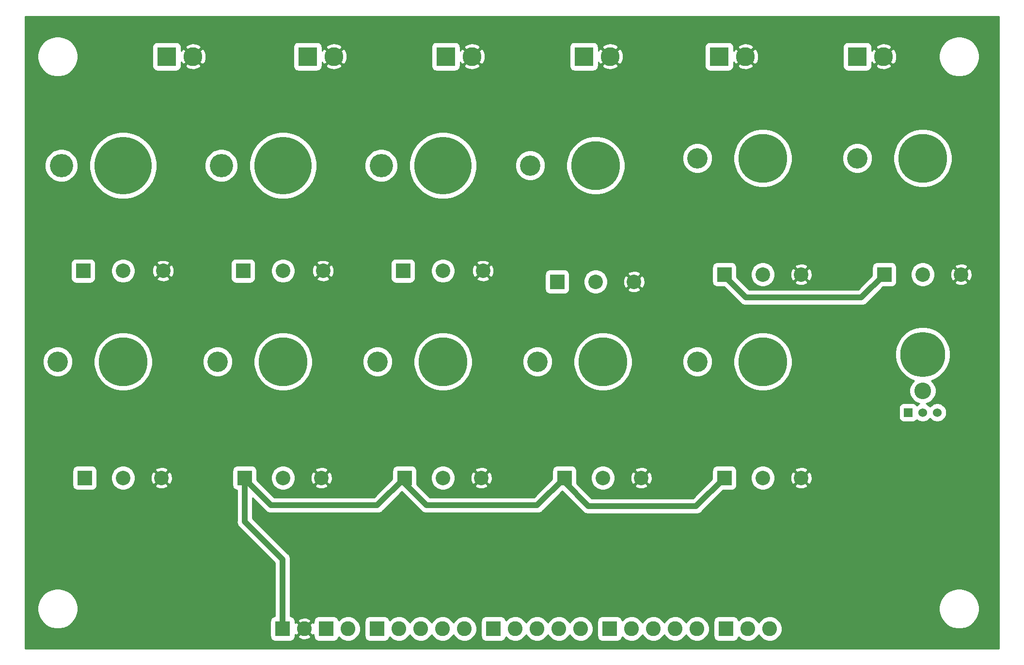
<source format=gbr>
%TF.GenerationSoftware,KiCad,Pcbnew,(5.1.6)-1*%
%TF.CreationDate,2020-07-18T16:30:58-07:00*%
%TF.ProjectId,BPEM488 Inputs,4250454d-3438-4382-9049-6e707574732e,rev?*%
%TF.SameCoordinates,Original*%
%TF.FileFunction,Copper,L2,Bot*%
%TF.FilePolarity,Positive*%
%FSLAX46Y46*%
G04 Gerber Fmt 4.6, Leading zero omitted, Abs format (unit mm)*
G04 Created by KiCad (PCBNEW (5.1.6)-1) date 2020-07-18 16:30:58*
%MOMM*%
%LPD*%
G01*
G04 APERTURE LIST*
%TA.AperFunction,ComponentPad*%
%ADD10C,1.524000*%
%TD*%
%TA.AperFunction,ComponentPad*%
%ADD11R,1.524000X1.524000*%
%TD*%
%TA.AperFunction,ComponentPad*%
%ADD12C,2.921000*%
%TD*%
%TA.AperFunction,ComponentPad*%
%ADD13C,7.874000*%
%TD*%
%TA.AperFunction,ComponentPad*%
%ADD14C,8.509000*%
%TD*%
%TA.AperFunction,ComponentPad*%
%ADD15C,3.556000*%
%TD*%
%TA.AperFunction,ComponentPad*%
%ADD16R,2.540000X2.540000*%
%TD*%
%TA.AperFunction,ComponentPad*%
%ADD17C,2.540000*%
%TD*%
%TA.AperFunction,ComponentPad*%
%ADD18C,2.600000*%
%TD*%
%TA.AperFunction,ComponentPad*%
%ADD19R,2.600000X2.600000*%
%TD*%
%TA.AperFunction,ComponentPad*%
%ADD20C,10.033000*%
%TD*%
%TA.AperFunction,ComponentPad*%
%ADD21C,4.064000*%
%TD*%
%TA.AperFunction,ComponentPad*%
%ADD22C,3.302000*%
%TD*%
%TA.AperFunction,ComponentPad*%
%ADD23R,3.302000X3.302000*%
%TD*%
%TA.AperFunction,ViaPad*%
%ADD24C,0.800000*%
%TD*%
%TA.AperFunction,Conductor*%
%ADD25C,1.000000*%
%TD*%
%TA.AperFunction,Conductor*%
%ADD26C,0.254000*%
%TD*%
G04 APERTURE END LIST*
D10*
%TO.P,SW7,B*%
%TO.N,/B*%
X204470000Y-107950000D03*
D11*
%TO.P,SW7,A*%
%TO.N,/A*%
X199390000Y-107950000D03*
D10*
%TO.P,SW7,C*%
%TO.N,/C*%
X201930000Y-107950000D03*
D12*
%TO.P,SW7,*%
%TO.N,*%
X201930000Y-104140000D03*
D13*
X201930000Y-97790000D03*
%TD*%
D14*
%TO.P,RV4,*%
%TO.N,*%
X144780000Y-64770000D03*
D15*
X133350000Y-64770000D03*
D16*
%TO.P,RV4,1*%
%TO.N,VDD*%
X138074400Y-85090000D03*
D17*
%TO.P,RV4,2*%
%TO.N,Net-(J4-Pad4)*%
X144780000Y-85090000D03*
%TO.P,RV4,3*%
%TO.N,GND*%
X151485600Y-85090000D03*
%TD*%
D18*
%TO.P,J1,2*%
%TO.N,GND*%
X93900000Y-145750000D03*
D19*
%TO.P,J1,1*%
%TO.N,VDD*%
X90090000Y-145750000D03*
%TD*%
%TO.P,J2,1*%
%TO.N,Net-(J2-Pad1)*%
X97710000Y-145750000D03*
D18*
%TO.P,J2,2*%
%TO.N,Net-(J2-Pad2)*%
X101520000Y-145750000D03*
%TD*%
%TO.P,J3,3*%
%TO.N,Net-(J3-Pad3)*%
X114220000Y-145750000D03*
%TO.P,J3,2*%
%TO.N,Net-(J3-Pad2)*%
X110410000Y-145750000D03*
%TO.P,J3,4*%
%TO.N,Net-(J3-Pad4)*%
X118030000Y-145750000D03*
%TO.P,J3,5*%
%TO.N,Net-(J3-Pad5)*%
X121840000Y-145750000D03*
D19*
%TO.P,J3,1*%
%TO.N,Net-(J3-Pad1)*%
X106600000Y-145750000D03*
%TD*%
%TO.P,J4,1*%
%TO.N,Net-(J4-Pad1)*%
X126920000Y-145750000D03*
D18*
%TO.P,J4,5*%
%TO.N,Net-(J4-Pad5)*%
X142160000Y-145750000D03*
%TO.P,J4,4*%
%TO.N,Net-(J4-Pad4)*%
X138350000Y-145750000D03*
%TO.P,J4,2*%
%TO.N,Net-(J4-Pad2)*%
X130730000Y-145750000D03*
%TO.P,J4,3*%
%TO.N,Net-(J4-Pad3)*%
X134540000Y-145750000D03*
%TD*%
%TO.P,J5,3*%
%TO.N,Net-(J5-Pad3)*%
X154860000Y-145750000D03*
%TO.P,J5,2*%
%TO.N,Net-(J5-Pad2)*%
X151050000Y-145750000D03*
%TO.P,J5,4*%
%TO.N,Net-(J5-Pad4)*%
X158670000Y-145750000D03*
%TO.P,J5,5*%
%TO.N,Net-(J5-Pad5)*%
X162480000Y-145750000D03*
D19*
%TO.P,J5,1*%
%TO.N,Net-(J5-Pad1)*%
X147240000Y-145750000D03*
%TD*%
D18*
%TO.P,J6,2*%
%TO.N,/C*%
X171370000Y-145750000D03*
D19*
%TO.P,J6,1*%
%TO.N,/A*%
X167560000Y-145750000D03*
D18*
%TO.P,J6,3*%
%TO.N,/B*%
X175180000Y-145750000D03*
%TD*%
D20*
%TO.P,RV1,*%
%TO.N,*%
X62230000Y-64770000D03*
D21*
X51435000Y-64770000D03*
D16*
%TO.P,RV1,1*%
%TO.N,Net-(RV1-Pad1)*%
X55245000Y-83185000D03*
D17*
%TO.P,RV1,2*%
%TO.N,Net-(J2-Pad2)*%
X62230000Y-83185000D03*
%TO.P,RV1,3*%
%TO.N,GND*%
X69215000Y-83185000D03*
%TD*%
%TO.P,RV2,3*%
%TO.N,GND*%
X97155000Y-83185000D03*
%TO.P,RV2,2*%
%TO.N,Net-(J3-Pad3)*%
X90170000Y-83185000D03*
D16*
%TO.P,RV2,1*%
%TO.N,Net-(RV2-Pad1)*%
X83185000Y-83185000D03*
D21*
%TO.P,RV2,*%
%TO.N,*%
X79375000Y-64770000D03*
D20*
X90170000Y-64770000D03*
%TD*%
%TO.P,RV3,*%
%TO.N,*%
X118110000Y-64770000D03*
D21*
X107315000Y-64770000D03*
D16*
%TO.P,RV3,1*%
%TO.N,Net-(RV3-Pad1)*%
X111125000Y-83185000D03*
D17*
%TO.P,RV3,2*%
%TO.N,Net-(J4-Pad1)*%
X118110000Y-83185000D03*
%TO.P,RV3,3*%
%TO.N,GND*%
X125095000Y-83185000D03*
%TD*%
%TO.P,RV5,3*%
%TO.N,GND*%
X180695600Y-83820000D03*
%TO.P,RV5,2*%
%TO.N,Net-(J5-Pad2)*%
X173990000Y-83820000D03*
D16*
%TO.P,RV5,1*%
%TO.N,VDD*%
X167284400Y-83820000D03*
D15*
%TO.P,RV5,*%
%TO.N,*%
X162560000Y-63500000D03*
D14*
X173990000Y-63500000D03*
%TD*%
%TO.P,RV6,*%
%TO.N,*%
X62230000Y-99060000D03*
D15*
X50800000Y-99060000D03*
D16*
%TO.P,RV6,1*%
%TO.N,VDD*%
X55524400Y-119380000D03*
D17*
%TO.P,RV6,2*%
%TO.N,Net-(J2-Pad1)*%
X62230000Y-119380000D03*
%TO.P,RV6,3*%
%TO.N,GND*%
X68935600Y-119380000D03*
%TD*%
%TO.P,RV7,3*%
%TO.N,GND*%
X96875600Y-119380000D03*
%TO.P,RV7,2*%
%TO.N,Net-(J3-Pad2)*%
X90170000Y-119380000D03*
D16*
%TO.P,RV7,1*%
%TO.N,VDD*%
X83464400Y-119380000D03*
D15*
%TO.P,RV7,*%
%TO.N,*%
X78740000Y-99060000D03*
D14*
X90170000Y-99060000D03*
%TD*%
%TO.P,RV8,*%
%TO.N,*%
X118110000Y-99060000D03*
D15*
X106680000Y-99060000D03*
D16*
%TO.P,RV8,1*%
%TO.N,VDD*%
X111404400Y-119380000D03*
D17*
%TO.P,RV8,2*%
%TO.N,Net-(J3-Pad5)*%
X118110000Y-119380000D03*
%TO.P,RV8,3*%
%TO.N,GND*%
X124815600Y-119380000D03*
%TD*%
%TO.P,RV9,3*%
%TO.N,GND*%
X152755600Y-119380000D03*
%TO.P,RV9,2*%
%TO.N,Net-(J4-Pad3)*%
X146050000Y-119380000D03*
D16*
%TO.P,RV9,1*%
%TO.N,VDD*%
X139344400Y-119380000D03*
D15*
%TO.P,RV9,*%
%TO.N,*%
X134620000Y-99060000D03*
D14*
X146050000Y-99060000D03*
%TD*%
%TO.P,RV10,*%
%TO.N,*%
X173990000Y-99060000D03*
D15*
X162560000Y-99060000D03*
D16*
%TO.P,RV10,1*%
%TO.N,VDD*%
X167284400Y-119380000D03*
D17*
%TO.P,RV10,2*%
%TO.N,Net-(J5-Pad1)*%
X173990000Y-119380000D03*
%TO.P,RV10,3*%
%TO.N,GND*%
X180695600Y-119380000D03*
%TD*%
%TO.P,RV11,3*%
%TO.N,GND*%
X208635600Y-83820000D03*
%TO.P,RV11,2*%
%TO.N,Net-(J5-Pad5)*%
X201930000Y-83820000D03*
D16*
%TO.P,RV11,1*%
%TO.N,VDD*%
X195224400Y-83820000D03*
D15*
%TO.P,RV11,*%
%TO.N,*%
X190500000Y-63500000D03*
D14*
X201930000Y-63500000D03*
%TD*%
D22*
%TO.P,SW1,2*%
%TO.N,GND*%
X74447400Y-45720000D03*
D23*
%TO.P,SW1,1*%
%TO.N,Net-(J3-Pad1)*%
X69850000Y-45720000D03*
%TD*%
%TO.P,SW2,1*%
%TO.N,Net-(J3-Pad4)*%
X94462600Y-45720000D03*
D22*
%TO.P,SW2,2*%
%TO.N,GND*%
X99060000Y-45720000D03*
%TD*%
%TO.P,SW3,2*%
%TO.N,GND*%
X123190000Y-45720000D03*
D23*
%TO.P,SW3,1*%
%TO.N,Net-(J4-Pad2)*%
X118592600Y-45720000D03*
%TD*%
%TO.P,SW4,1*%
%TO.N,Net-(J4-Pad5)*%
X142722600Y-45720000D03*
D22*
%TO.P,SW4,2*%
%TO.N,GND*%
X147320000Y-45720000D03*
%TD*%
%TO.P,SW5,2*%
%TO.N,GND*%
X170967400Y-45720000D03*
D23*
%TO.P,SW5,1*%
%TO.N,Net-(J5-Pad3)*%
X166370000Y-45720000D03*
%TD*%
%TO.P,SW6,1*%
%TO.N,Net-(J5-Pad4)*%
X190500000Y-45720000D03*
D22*
%TO.P,SW6,2*%
%TO.N,GND*%
X195097400Y-45720000D03*
%TD*%
D24*
%TO.N,GND*%
X99540000Y-137230000D03*
X108420000Y-137230000D03*
X112320000Y-137320000D03*
X116320000Y-137230000D03*
X129020000Y-137050000D03*
X136750000Y-137230000D03*
X140300000Y-137140000D03*
X149180000Y-137320000D03*
X153090000Y-137410000D03*
X156820000Y-137590000D03*
X160900000Y-138470000D03*
X169520000Y-139980000D03*
X173600000Y-140610000D03*
X198380000Y-110590000D03*
%TD*%
D25*
%TO.N,VDD*%
X83464400Y-119380000D02*
X83464400Y-127014400D01*
X90090000Y-133640000D02*
X90090000Y-145750000D01*
X83464400Y-127014400D02*
X90090000Y-133640000D01*
X83464400Y-119380000D02*
X83464400Y-119564400D01*
X83464400Y-119564400D02*
X88050000Y-124150000D01*
X106634400Y-124150000D02*
X111404400Y-119380000D01*
X88050000Y-124150000D02*
X106634400Y-124150000D01*
X111404400Y-119380000D02*
X111404400Y-120344400D01*
X111404400Y-120344400D02*
X115210000Y-124150000D01*
X134574400Y-124150000D02*
X139344400Y-119380000D01*
X115210000Y-124150000D02*
X134574400Y-124150000D01*
X139344400Y-119380000D02*
X139344400Y-120124400D01*
X139344400Y-120124400D02*
X143550000Y-124330000D01*
X162334400Y-124330000D02*
X167284400Y-119380000D01*
X143550000Y-124330000D02*
X162334400Y-124330000D01*
X167284400Y-83820000D02*
X167284400Y-84074400D01*
X167284400Y-84074400D02*
X171040000Y-87830000D01*
X191214400Y-87830000D02*
X195224400Y-83820000D01*
X171040000Y-87830000D02*
X191214400Y-87830000D01*
%TD*%
D26*
%TO.N,GND*%
G36*
X215240001Y-149200000D02*
G01*
X45110000Y-149200000D01*
X45110000Y-141892621D01*
X47273000Y-141892621D01*
X47273000Y-142587379D01*
X47408540Y-143268788D01*
X47674413Y-143910661D01*
X48060400Y-144488332D01*
X48551668Y-144979600D01*
X49129339Y-145365587D01*
X49771212Y-145631460D01*
X50452621Y-145767000D01*
X51147379Y-145767000D01*
X51828788Y-145631460D01*
X52470661Y-145365587D01*
X53048332Y-144979600D01*
X53539600Y-144488332D01*
X53925587Y-143910661D01*
X54191460Y-143268788D01*
X54327000Y-142587379D01*
X54327000Y-141892621D01*
X54191460Y-141211212D01*
X53925587Y-140569339D01*
X53539600Y-139991668D01*
X53048332Y-139500400D01*
X52470661Y-139114413D01*
X51828788Y-138848540D01*
X51147379Y-138713000D01*
X50452621Y-138713000D01*
X49771212Y-138848540D01*
X49129339Y-139114413D01*
X48551668Y-139500400D01*
X48060400Y-139991668D01*
X47674413Y-140569339D01*
X47408540Y-141211212D01*
X47273000Y-141892621D01*
X45110000Y-141892621D01*
X45110000Y-118110000D01*
X53373157Y-118110000D01*
X53373157Y-120650000D01*
X53390090Y-120821922D01*
X53440238Y-120987237D01*
X53521673Y-121139592D01*
X53631267Y-121273133D01*
X53764808Y-121382727D01*
X53917163Y-121464162D01*
X54082478Y-121514310D01*
X54254400Y-121531243D01*
X56794400Y-121531243D01*
X56966322Y-121514310D01*
X57131637Y-121464162D01*
X57283992Y-121382727D01*
X57417533Y-121273133D01*
X57527127Y-121139592D01*
X57608562Y-120987237D01*
X57658710Y-120821922D01*
X57675643Y-120650000D01*
X57675643Y-119168539D01*
X60083000Y-119168539D01*
X60083000Y-119591461D01*
X60165508Y-120006257D01*
X60327354Y-120396986D01*
X60562317Y-120748632D01*
X60861368Y-121047683D01*
X61213014Y-121282646D01*
X61603743Y-121444492D01*
X62018539Y-121527000D01*
X62441461Y-121527000D01*
X62856257Y-121444492D01*
X63246986Y-121282646D01*
X63598632Y-121047683D01*
X63897683Y-120748632D01*
X63924931Y-120707852D01*
X67787353Y-120707852D01*
X67915676Y-120999871D01*
X68251295Y-121167723D01*
X68613211Y-121266874D01*
X68987516Y-121293514D01*
X69359827Y-121246618D01*
X69715835Y-121127988D01*
X69955524Y-120999871D01*
X70083847Y-120707852D01*
X68935600Y-119559605D01*
X67787353Y-120707852D01*
X63924931Y-120707852D01*
X64132646Y-120396986D01*
X64294492Y-120006257D01*
X64377000Y-119591461D01*
X64377000Y-119431916D01*
X67022086Y-119431916D01*
X67068982Y-119804227D01*
X67187612Y-120160235D01*
X67315729Y-120399924D01*
X67607748Y-120528247D01*
X68755995Y-119380000D01*
X69115205Y-119380000D01*
X70263452Y-120528247D01*
X70555471Y-120399924D01*
X70723323Y-120064305D01*
X70822474Y-119702389D01*
X70849114Y-119328084D01*
X70802218Y-118955773D01*
X70683588Y-118599765D01*
X70555471Y-118360076D01*
X70263452Y-118231753D01*
X69115205Y-119380000D01*
X68755995Y-119380000D01*
X67607748Y-118231753D01*
X67315729Y-118360076D01*
X67147877Y-118695695D01*
X67048726Y-119057611D01*
X67022086Y-119431916D01*
X64377000Y-119431916D01*
X64377000Y-119168539D01*
X64294492Y-118753743D01*
X64132646Y-118363014D01*
X63924932Y-118052148D01*
X67787353Y-118052148D01*
X68935600Y-119200395D01*
X70025995Y-118110000D01*
X81313157Y-118110000D01*
X81313157Y-120650000D01*
X81330090Y-120821922D01*
X81380238Y-120987237D01*
X81461673Y-121139592D01*
X81571267Y-121273133D01*
X81704808Y-121382727D01*
X81857163Y-121464162D01*
X82022478Y-121514310D01*
X82087400Y-121520704D01*
X82087401Y-126946750D01*
X82080738Y-127014400D01*
X82107325Y-127284339D01*
X82186063Y-127543904D01*
X82186064Y-127543905D01*
X82313928Y-127783121D01*
X82486004Y-127992797D01*
X82538546Y-128035917D01*
X88713000Y-134210372D01*
X88713001Y-143576341D01*
X88618078Y-143585690D01*
X88452763Y-143635838D01*
X88300408Y-143717273D01*
X88166867Y-143826867D01*
X88057273Y-143960408D01*
X87975838Y-144112763D01*
X87925690Y-144278078D01*
X87908757Y-144450000D01*
X87908757Y-147050000D01*
X87925690Y-147221922D01*
X87975838Y-147387237D01*
X88057273Y-147539592D01*
X88166867Y-147673133D01*
X88300408Y-147782727D01*
X88452763Y-147864162D01*
X88618078Y-147914310D01*
X88790000Y-147931243D01*
X91390000Y-147931243D01*
X91561922Y-147914310D01*
X91727237Y-147864162D01*
X91879592Y-147782727D01*
X92013133Y-147673133D01*
X92122727Y-147539592D01*
X92204162Y-147387237D01*
X92254310Y-147221922D01*
X92266394Y-147099224D01*
X92730381Y-147099224D01*
X92862317Y-147394312D01*
X93203045Y-147565159D01*
X93570557Y-147666250D01*
X93950729Y-147693701D01*
X94328951Y-147646457D01*
X94690690Y-147526333D01*
X94937683Y-147394312D01*
X95069619Y-147099224D01*
X93900000Y-145929605D01*
X92730381Y-147099224D01*
X92266394Y-147099224D01*
X92271243Y-147050000D01*
X92271243Y-146794638D01*
X92550776Y-146919619D01*
X93720395Y-145750000D01*
X94079605Y-145750000D01*
X95249224Y-146919619D01*
X95528757Y-146794638D01*
X95528757Y-147050000D01*
X95545690Y-147221922D01*
X95595838Y-147387237D01*
X95677273Y-147539592D01*
X95786867Y-147673133D01*
X95920408Y-147782727D01*
X96072763Y-147864162D01*
X96238078Y-147914310D01*
X96410000Y-147931243D01*
X99010000Y-147931243D01*
X99181922Y-147914310D01*
X99347237Y-147864162D01*
X99499592Y-147782727D01*
X99633133Y-147673133D01*
X99742727Y-147539592D01*
X99824162Y-147387237D01*
X99874310Y-147221922D01*
X99877795Y-147186539D01*
X100132243Y-147440987D01*
X100488804Y-147679233D01*
X100884992Y-147843340D01*
X101305584Y-147927000D01*
X101734416Y-147927000D01*
X102155008Y-147843340D01*
X102551196Y-147679233D01*
X102907757Y-147440987D01*
X103210987Y-147137757D01*
X103449233Y-146781196D01*
X103613340Y-146385008D01*
X103697000Y-145964416D01*
X103697000Y-145535584D01*
X103613340Y-145114992D01*
X103449233Y-144718804D01*
X103269625Y-144450000D01*
X104418757Y-144450000D01*
X104418757Y-147050000D01*
X104435690Y-147221922D01*
X104485838Y-147387237D01*
X104567273Y-147539592D01*
X104676867Y-147673133D01*
X104810408Y-147782727D01*
X104962763Y-147864162D01*
X105128078Y-147914310D01*
X105300000Y-147931243D01*
X107900000Y-147931243D01*
X108071922Y-147914310D01*
X108237237Y-147864162D01*
X108389592Y-147782727D01*
X108523133Y-147673133D01*
X108632727Y-147539592D01*
X108714162Y-147387237D01*
X108764310Y-147221922D01*
X108767795Y-147186539D01*
X109022243Y-147440987D01*
X109378804Y-147679233D01*
X109774992Y-147843340D01*
X110195584Y-147927000D01*
X110624416Y-147927000D01*
X111045008Y-147843340D01*
X111441196Y-147679233D01*
X111797757Y-147440987D01*
X112100987Y-147137757D01*
X112315000Y-146817463D01*
X112529013Y-147137757D01*
X112832243Y-147440987D01*
X113188804Y-147679233D01*
X113584992Y-147843340D01*
X114005584Y-147927000D01*
X114434416Y-147927000D01*
X114855008Y-147843340D01*
X115251196Y-147679233D01*
X115607757Y-147440987D01*
X115910987Y-147137757D01*
X116125000Y-146817463D01*
X116339013Y-147137757D01*
X116642243Y-147440987D01*
X116998804Y-147679233D01*
X117394992Y-147843340D01*
X117815584Y-147927000D01*
X118244416Y-147927000D01*
X118665008Y-147843340D01*
X119061196Y-147679233D01*
X119417757Y-147440987D01*
X119720987Y-147137757D01*
X119935000Y-146817463D01*
X120149013Y-147137757D01*
X120452243Y-147440987D01*
X120808804Y-147679233D01*
X121204992Y-147843340D01*
X121625584Y-147927000D01*
X122054416Y-147927000D01*
X122475008Y-147843340D01*
X122871196Y-147679233D01*
X123227757Y-147440987D01*
X123530987Y-147137757D01*
X123769233Y-146781196D01*
X123933340Y-146385008D01*
X124017000Y-145964416D01*
X124017000Y-145535584D01*
X123933340Y-145114992D01*
X123769233Y-144718804D01*
X123589625Y-144450000D01*
X124738757Y-144450000D01*
X124738757Y-147050000D01*
X124755690Y-147221922D01*
X124805838Y-147387237D01*
X124887273Y-147539592D01*
X124996867Y-147673133D01*
X125130408Y-147782727D01*
X125282763Y-147864162D01*
X125448078Y-147914310D01*
X125620000Y-147931243D01*
X128220000Y-147931243D01*
X128391922Y-147914310D01*
X128557237Y-147864162D01*
X128709592Y-147782727D01*
X128843133Y-147673133D01*
X128952727Y-147539592D01*
X129034162Y-147387237D01*
X129084310Y-147221922D01*
X129087795Y-147186539D01*
X129342243Y-147440987D01*
X129698804Y-147679233D01*
X130094992Y-147843340D01*
X130515584Y-147927000D01*
X130944416Y-147927000D01*
X131365008Y-147843340D01*
X131761196Y-147679233D01*
X132117757Y-147440987D01*
X132420987Y-147137757D01*
X132635000Y-146817463D01*
X132849013Y-147137757D01*
X133152243Y-147440987D01*
X133508804Y-147679233D01*
X133904992Y-147843340D01*
X134325584Y-147927000D01*
X134754416Y-147927000D01*
X135175008Y-147843340D01*
X135571196Y-147679233D01*
X135927757Y-147440987D01*
X136230987Y-147137757D01*
X136445000Y-146817463D01*
X136659013Y-147137757D01*
X136962243Y-147440987D01*
X137318804Y-147679233D01*
X137714992Y-147843340D01*
X138135584Y-147927000D01*
X138564416Y-147927000D01*
X138985008Y-147843340D01*
X139381196Y-147679233D01*
X139737757Y-147440987D01*
X140040987Y-147137757D01*
X140255000Y-146817463D01*
X140469013Y-147137757D01*
X140772243Y-147440987D01*
X141128804Y-147679233D01*
X141524992Y-147843340D01*
X141945584Y-147927000D01*
X142374416Y-147927000D01*
X142795008Y-147843340D01*
X143191196Y-147679233D01*
X143547757Y-147440987D01*
X143850987Y-147137757D01*
X144089233Y-146781196D01*
X144253340Y-146385008D01*
X144337000Y-145964416D01*
X144337000Y-145535584D01*
X144253340Y-145114992D01*
X144089233Y-144718804D01*
X143909625Y-144450000D01*
X145058757Y-144450000D01*
X145058757Y-147050000D01*
X145075690Y-147221922D01*
X145125838Y-147387237D01*
X145207273Y-147539592D01*
X145316867Y-147673133D01*
X145450408Y-147782727D01*
X145602763Y-147864162D01*
X145768078Y-147914310D01*
X145940000Y-147931243D01*
X148540000Y-147931243D01*
X148711922Y-147914310D01*
X148877237Y-147864162D01*
X149029592Y-147782727D01*
X149163133Y-147673133D01*
X149272727Y-147539592D01*
X149354162Y-147387237D01*
X149404310Y-147221922D01*
X149407795Y-147186539D01*
X149662243Y-147440987D01*
X150018804Y-147679233D01*
X150414992Y-147843340D01*
X150835584Y-147927000D01*
X151264416Y-147927000D01*
X151685008Y-147843340D01*
X152081196Y-147679233D01*
X152437757Y-147440987D01*
X152740987Y-147137757D01*
X152955000Y-146817463D01*
X153169013Y-147137757D01*
X153472243Y-147440987D01*
X153828804Y-147679233D01*
X154224992Y-147843340D01*
X154645584Y-147927000D01*
X155074416Y-147927000D01*
X155495008Y-147843340D01*
X155891196Y-147679233D01*
X156247757Y-147440987D01*
X156550987Y-147137757D01*
X156765000Y-146817463D01*
X156979013Y-147137757D01*
X157282243Y-147440987D01*
X157638804Y-147679233D01*
X158034992Y-147843340D01*
X158455584Y-147927000D01*
X158884416Y-147927000D01*
X159305008Y-147843340D01*
X159701196Y-147679233D01*
X160057757Y-147440987D01*
X160360987Y-147137757D01*
X160575000Y-146817463D01*
X160789013Y-147137757D01*
X161092243Y-147440987D01*
X161448804Y-147679233D01*
X161844992Y-147843340D01*
X162265584Y-147927000D01*
X162694416Y-147927000D01*
X163115008Y-147843340D01*
X163511196Y-147679233D01*
X163867757Y-147440987D01*
X164170987Y-147137757D01*
X164409233Y-146781196D01*
X164573340Y-146385008D01*
X164657000Y-145964416D01*
X164657000Y-145535584D01*
X164573340Y-145114992D01*
X164409233Y-144718804D01*
X164229625Y-144450000D01*
X165378757Y-144450000D01*
X165378757Y-147050000D01*
X165395690Y-147221922D01*
X165445838Y-147387237D01*
X165527273Y-147539592D01*
X165636867Y-147673133D01*
X165770408Y-147782727D01*
X165922763Y-147864162D01*
X166088078Y-147914310D01*
X166260000Y-147931243D01*
X168860000Y-147931243D01*
X169031922Y-147914310D01*
X169197237Y-147864162D01*
X169349592Y-147782727D01*
X169483133Y-147673133D01*
X169592727Y-147539592D01*
X169674162Y-147387237D01*
X169724310Y-147221922D01*
X169727795Y-147186539D01*
X169982243Y-147440987D01*
X170338804Y-147679233D01*
X170734992Y-147843340D01*
X171155584Y-147927000D01*
X171584416Y-147927000D01*
X172005008Y-147843340D01*
X172401196Y-147679233D01*
X172757757Y-147440987D01*
X173060987Y-147137757D01*
X173275000Y-146817463D01*
X173489013Y-147137757D01*
X173792243Y-147440987D01*
X174148804Y-147679233D01*
X174544992Y-147843340D01*
X174965584Y-147927000D01*
X175394416Y-147927000D01*
X175815008Y-147843340D01*
X176211196Y-147679233D01*
X176567757Y-147440987D01*
X176870987Y-147137757D01*
X177109233Y-146781196D01*
X177273340Y-146385008D01*
X177357000Y-145964416D01*
X177357000Y-145535584D01*
X177273340Y-145114992D01*
X177109233Y-144718804D01*
X176870987Y-144362243D01*
X176567757Y-144059013D01*
X176211196Y-143820767D01*
X175815008Y-143656660D01*
X175394416Y-143573000D01*
X174965584Y-143573000D01*
X174544992Y-143656660D01*
X174148804Y-143820767D01*
X173792243Y-144059013D01*
X173489013Y-144362243D01*
X173275000Y-144682537D01*
X173060987Y-144362243D01*
X172757757Y-144059013D01*
X172401196Y-143820767D01*
X172005008Y-143656660D01*
X171584416Y-143573000D01*
X171155584Y-143573000D01*
X170734992Y-143656660D01*
X170338804Y-143820767D01*
X169982243Y-144059013D01*
X169727795Y-144313461D01*
X169724310Y-144278078D01*
X169674162Y-144112763D01*
X169592727Y-143960408D01*
X169483133Y-143826867D01*
X169349592Y-143717273D01*
X169197237Y-143635838D01*
X169031922Y-143585690D01*
X168860000Y-143568757D01*
X166260000Y-143568757D01*
X166088078Y-143585690D01*
X165922763Y-143635838D01*
X165770408Y-143717273D01*
X165636867Y-143826867D01*
X165527273Y-143960408D01*
X165445838Y-144112763D01*
X165395690Y-144278078D01*
X165378757Y-144450000D01*
X164229625Y-144450000D01*
X164170987Y-144362243D01*
X163867757Y-144059013D01*
X163511196Y-143820767D01*
X163115008Y-143656660D01*
X162694416Y-143573000D01*
X162265584Y-143573000D01*
X161844992Y-143656660D01*
X161448804Y-143820767D01*
X161092243Y-144059013D01*
X160789013Y-144362243D01*
X160575000Y-144682537D01*
X160360987Y-144362243D01*
X160057757Y-144059013D01*
X159701196Y-143820767D01*
X159305008Y-143656660D01*
X158884416Y-143573000D01*
X158455584Y-143573000D01*
X158034992Y-143656660D01*
X157638804Y-143820767D01*
X157282243Y-144059013D01*
X156979013Y-144362243D01*
X156765000Y-144682537D01*
X156550987Y-144362243D01*
X156247757Y-144059013D01*
X155891196Y-143820767D01*
X155495008Y-143656660D01*
X155074416Y-143573000D01*
X154645584Y-143573000D01*
X154224992Y-143656660D01*
X153828804Y-143820767D01*
X153472243Y-144059013D01*
X153169013Y-144362243D01*
X152955000Y-144682537D01*
X152740987Y-144362243D01*
X152437757Y-144059013D01*
X152081196Y-143820767D01*
X151685008Y-143656660D01*
X151264416Y-143573000D01*
X150835584Y-143573000D01*
X150414992Y-143656660D01*
X150018804Y-143820767D01*
X149662243Y-144059013D01*
X149407795Y-144313461D01*
X149404310Y-144278078D01*
X149354162Y-144112763D01*
X149272727Y-143960408D01*
X149163133Y-143826867D01*
X149029592Y-143717273D01*
X148877237Y-143635838D01*
X148711922Y-143585690D01*
X148540000Y-143568757D01*
X145940000Y-143568757D01*
X145768078Y-143585690D01*
X145602763Y-143635838D01*
X145450408Y-143717273D01*
X145316867Y-143826867D01*
X145207273Y-143960408D01*
X145125838Y-144112763D01*
X145075690Y-144278078D01*
X145058757Y-144450000D01*
X143909625Y-144450000D01*
X143850987Y-144362243D01*
X143547757Y-144059013D01*
X143191196Y-143820767D01*
X142795008Y-143656660D01*
X142374416Y-143573000D01*
X141945584Y-143573000D01*
X141524992Y-143656660D01*
X141128804Y-143820767D01*
X140772243Y-144059013D01*
X140469013Y-144362243D01*
X140255000Y-144682537D01*
X140040987Y-144362243D01*
X139737757Y-144059013D01*
X139381196Y-143820767D01*
X138985008Y-143656660D01*
X138564416Y-143573000D01*
X138135584Y-143573000D01*
X137714992Y-143656660D01*
X137318804Y-143820767D01*
X136962243Y-144059013D01*
X136659013Y-144362243D01*
X136445000Y-144682537D01*
X136230987Y-144362243D01*
X135927757Y-144059013D01*
X135571196Y-143820767D01*
X135175008Y-143656660D01*
X134754416Y-143573000D01*
X134325584Y-143573000D01*
X133904992Y-143656660D01*
X133508804Y-143820767D01*
X133152243Y-144059013D01*
X132849013Y-144362243D01*
X132635000Y-144682537D01*
X132420987Y-144362243D01*
X132117757Y-144059013D01*
X131761196Y-143820767D01*
X131365008Y-143656660D01*
X130944416Y-143573000D01*
X130515584Y-143573000D01*
X130094992Y-143656660D01*
X129698804Y-143820767D01*
X129342243Y-144059013D01*
X129087795Y-144313461D01*
X129084310Y-144278078D01*
X129034162Y-144112763D01*
X128952727Y-143960408D01*
X128843133Y-143826867D01*
X128709592Y-143717273D01*
X128557237Y-143635838D01*
X128391922Y-143585690D01*
X128220000Y-143568757D01*
X125620000Y-143568757D01*
X125448078Y-143585690D01*
X125282763Y-143635838D01*
X125130408Y-143717273D01*
X124996867Y-143826867D01*
X124887273Y-143960408D01*
X124805838Y-144112763D01*
X124755690Y-144278078D01*
X124738757Y-144450000D01*
X123589625Y-144450000D01*
X123530987Y-144362243D01*
X123227757Y-144059013D01*
X122871196Y-143820767D01*
X122475008Y-143656660D01*
X122054416Y-143573000D01*
X121625584Y-143573000D01*
X121204992Y-143656660D01*
X120808804Y-143820767D01*
X120452243Y-144059013D01*
X120149013Y-144362243D01*
X119935000Y-144682537D01*
X119720987Y-144362243D01*
X119417757Y-144059013D01*
X119061196Y-143820767D01*
X118665008Y-143656660D01*
X118244416Y-143573000D01*
X117815584Y-143573000D01*
X117394992Y-143656660D01*
X116998804Y-143820767D01*
X116642243Y-144059013D01*
X116339013Y-144362243D01*
X116125000Y-144682537D01*
X115910987Y-144362243D01*
X115607757Y-144059013D01*
X115251196Y-143820767D01*
X114855008Y-143656660D01*
X114434416Y-143573000D01*
X114005584Y-143573000D01*
X113584992Y-143656660D01*
X113188804Y-143820767D01*
X112832243Y-144059013D01*
X112529013Y-144362243D01*
X112315000Y-144682537D01*
X112100987Y-144362243D01*
X111797757Y-144059013D01*
X111441196Y-143820767D01*
X111045008Y-143656660D01*
X110624416Y-143573000D01*
X110195584Y-143573000D01*
X109774992Y-143656660D01*
X109378804Y-143820767D01*
X109022243Y-144059013D01*
X108767795Y-144313461D01*
X108764310Y-144278078D01*
X108714162Y-144112763D01*
X108632727Y-143960408D01*
X108523133Y-143826867D01*
X108389592Y-143717273D01*
X108237237Y-143635838D01*
X108071922Y-143585690D01*
X107900000Y-143568757D01*
X105300000Y-143568757D01*
X105128078Y-143585690D01*
X104962763Y-143635838D01*
X104810408Y-143717273D01*
X104676867Y-143826867D01*
X104567273Y-143960408D01*
X104485838Y-144112763D01*
X104435690Y-144278078D01*
X104418757Y-144450000D01*
X103269625Y-144450000D01*
X103210987Y-144362243D01*
X102907757Y-144059013D01*
X102551196Y-143820767D01*
X102155008Y-143656660D01*
X101734416Y-143573000D01*
X101305584Y-143573000D01*
X100884992Y-143656660D01*
X100488804Y-143820767D01*
X100132243Y-144059013D01*
X99877795Y-144313461D01*
X99874310Y-144278078D01*
X99824162Y-144112763D01*
X99742727Y-143960408D01*
X99633133Y-143826867D01*
X99499592Y-143717273D01*
X99347237Y-143635838D01*
X99181922Y-143585690D01*
X99010000Y-143568757D01*
X96410000Y-143568757D01*
X96238078Y-143585690D01*
X96072763Y-143635838D01*
X95920408Y-143717273D01*
X95786867Y-143826867D01*
X95677273Y-143960408D01*
X95595838Y-144112763D01*
X95545690Y-144278078D01*
X95528757Y-144450000D01*
X95528757Y-144705362D01*
X95249224Y-144580381D01*
X94079605Y-145750000D01*
X93720395Y-145750000D01*
X92550776Y-144580381D01*
X92271243Y-144705362D01*
X92271243Y-144450000D01*
X92266395Y-144400776D01*
X92730381Y-144400776D01*
X93900000Y-145570395D01*
X95069619Y-144400776D01*
X94937683Y-144105688D01*
X94596955Y-143934841D01*
X94229443Y-143833750D01*
X93849271Y-143806299D01*
X93471049Y-143853543D01*
X93109310Y-143973667D01*
X92862317Y-144105688D01*
X92730381Y-144400776D01*
X92266395Y-144400776D01*
X92254310Y-144278078D01*
X92204162Y-144112763D01*
X92122727Y-143960408D01*
X92013133Y-143826867D01*
X91879592Y-143717273D01*
X91727237Y-143635838D01*
X91561922Y-143585690D01*
X91467000Y-143576341D01*
X91467000Y-141892621D01*
X204753000Y-141892621D01*
X204753000Y-142587379D01*
X204888540Y-143268788D01*
X205154413Y-143910661D01*
X205540400Y-144488332D01*
X206031668Y-144979600D01*
X206609339Y-145365587D01*
X207251212Y-145631460D01*
X207932621Y-145767000D01*
X208627379Y-145767000D01*
X209308788Y-145631460D01*
X209950661Y-145365587D01*
X210528332Y-144979600D01*
X211019600Y-144488332D01*
X211405587Y-143910661D01*
X211671460Y-143268788D01*
X211807000Y-142587379D01*
X211807000Y-141892621D01*
X211671460Y-141211212D01*
X211405587Y-140569339D01*
X211019600Y-139991668D01*
X210528332Y-139500400D01*
X209950661Y-139114413D01*
X209308788Y-138848540D01*
X208627379Y-138713000D01*
X207932621Y-138713000D01*
X207251212Y-138848540D01*
X206609339Y-139114413D01*
X206031668Y-139500400D01*
X205540400Y-139991668D01*
X205154413Y-140569339D01*
X204888540Y-141211212D01*
X204753000Y-141892621D01*
X91467000Y-141892621D01*
X91467000Y-133707636D01*
X91473662Y-133639999D01*
X91467000Y-133572360D01*
X91447075Y-133370061D01*
X91368337Y-133110495D01*
X91240473Y-132871279D01*
X91068396Y-132661603D01*
X91015860Y-132618488D01*
X84841400Y-126444029D01*
X84841400Y-122888772D01*
X87028483Y-125075855D01*
X87071603Y-125128397D01*
X87281279Y-125300473D01*
X87520495Y-125428337D01*
X87650278Y-125467706D01*
X87780060Y-125507075D01*
X88050000Y-125533662D01*
X88117640Y-125527000D01*
X106566760Y-125527000D01*
X106634400Y-125533662D01*
X106904339Y-125507075D01*
X106904342Y-125507074D01*
X107163905Y-125428337D01*
X107403121Y-125300473D01*
X107612797Y-125128397D01*
X107655921Y-125075850D01*
X110922200Y-121809571D01*
X114188483Y-125075855D01*
X114231603Y-125128397D01*
X114441279Y-125300473D01*
X114680495Y-125428337D01*
X114940061Y-125507075D01*
X115142360Y-125527000D01*
X115142362Y-125527000D01*
X115209999Y-125533662D01*
X115277636Y-125527000D01*
X134506760Y-125527000D01*
X134574400Y-125533662D01*
X134844339Y-125507075D01*
X134844342Y-125507074D01*
X135103905Y-125428337D01*
X135343121Y-125300473D01*
X135552797Y-125128397D01*
X135595921Y-125075850D01*
X138972200Y-121699572D01*
X142528488Y-125255861D01*
X142571603Y-125308397D01*
X142624139Y-125351512D01*
X142624142Y-125351515D01*
X142677826Y-125395571D01*
X142781279Y-125480473D01*
X143020495Y-125608337D01*
X143094342Y-125630738D01*
X143280060Y-125687075D01*
X143550000Y-125713662D01*
X143617640Y-125707000D01*
X162266760Y-125707000D01*
X162334400Y-125713662D01*
X162604339Y-125687075D01*
X162790058Y-125630738D01*
X162863905Y-125608337D01*
X163103121Y-125480473D01*
X163312797Y-125308397D01*
X163355921Y-125255850D01*
X167080529Y-121531243D01*
X168554400Y-121531243D01*
X168726322Y-121514310D01*
X168891637Y-121464162D01*
X169043992Y-121382727D01*
X169177533Y-121273133D01*
X169287127Y-121139592D01*
X169368562Y-120987237D01*
X169418710Y-120821922D01*
X169435643Y-120650000D01*
X169435643Y-119168539D01*
X171843000Y-119168539D01*
X171843000Y-119591461D01*
X171925508Y-120006257D01*
X172087354Y-120396986D01*
X172322317Y-120748632D01*
X172621368Y-121047683D01*
X172973014Y-121282646D01*
X173363743Y-121444492D01*
X173778539Y-121527000D01*
X174201461Y-121527000D01*
X174616257Y-121444492D01*
X175006986Y-121282646D01*
X175358632Y-121047683D01*
X175657683Y-120748632D01*
X175684931Y-120707852D01*
X179547353Y-120707852D01*
X179675676Y-120999871D01*
X180011295Y-121167723D01*
X180373211Y-121266874D01*
X180747516Y-121293514D01*
X181119827Y-121246618D01*
X181475835Y-121127988D01*
X181715524Y-120999871D01*
X181843847Y-120707852D01*
X180695600Y-119559605D01*
X179547353Y-120707852D01*
X175684931Y-120707852D01*
X175892646Y-120396986D01*
X176054492Y-120006257D01*
X176137000Y-119591461D01*
X176137000Y-119431916D01*
X178782086Y-119431916D01*
X178828982Y-119804227D01*
X178947612Y-120160235D01*
X179075729Y-120399924D01*
X179367748Y-120528247D01*
X180515995Y-119380000D01*
X180875205Y-119380000D01*
X182023452Y-120528247D01*
X182315471Y-120399924D01*
X182483323Y-120064305D01*
X182582474Y-119702389D01*
X182609114Y-119328084D01*
X182562218Y-118955773D01*
X182443588Y-118599765D01*
X182315471Y-118360076D01*
X182023452Y-118231753D01*
X180875205Y-119380000D01*
X180515995Y-119380000D01*
X179367748Y-118231753D01*
X179075729Y-118360076D01*
X178907877Y-118695695D01*
X178808726Y-119057611D01*
X178782086Y-119431916D01*
X176137000Y-119431916D01*
X176137000Y-119168539D01*
X176054492Y-118753743D01*
X175892646Y-118363014D01*
X175684932Y-118052148D01*
X179547353Y-118052148D01*
X180695600Y-119200395D01*
X181843847Y-118052148D01*
X181715524Y-117760129D01*
X181379905Y-117592277D01*
X181017989Y-117493126D01*
X180643684Y-117466486D01*
X180271373Y-117513382D01*
X179915365Y-117632012D01*
X179675676Y-117760129D01*
X179547353Y-118052148D01*
X175684932Y-118052148D01*
X175657683Y-118011368D01*
X175358632Y-117712317D01*
X175006986Y-117477354D01*
X174616257Y-117315508D01*
X174201461Y-117233000D01*
X173778539Y-117233000D01*
X173363743Y-117315508D01*
X172973014Y-117477354D01*
X172621368Y-117712317D01*
X172322317Y-118011368D01*
X172087354Y-118363014D01*
X171925508Y-118753743D01*
X171843000Y-119168539D01*
X169435643Y-119168539D01*
X169435643Y-118110000D01*
X169418710Y-117938078D01*
X169368562Y-117772763D01*
X169287127Y-117620408D01*
X169177533Y-117486867D01*
X169043992Y-117377273D01*
X168891637Y-117295838D01*
X168726322Y-117245690D01*
X168554400Y-117228757D01*
X166014400Y-117228757D01*
X165842478Y-117245690D01*
X165677163Y-117295838D01*
X165524808Y-117377273D01*
X165391267Y-117486867D01*
X165281673Y-117620408D01*
X165200238Y-117772763D01*
X165150090Y-117938078D01*
X165133157Y-118110000D01*
X165133157Y-119583871D01*
X161764029Y-122953000D01*
X144120373Y-122953000D01*
X141495643Y-120328271D01*
X141495643Y-119168539D01*
X143903000Y-119168539D01*
X143903000Y-119591461D01*
X143985508Y-120006257D01*
X144147354Y-120396986D01*
X144382317Y-120748632D01*
X144681368Y-121047683D01*
X145033014Y-121282646D01*
X145423743Y-121444492D01*
X145838539Y-121527000D01*
X146261461Y-121527000D01*
X146676257Y-121444492D01*
X147066986Y-121282646D01*
X147418632Y-121047683D01*
X147717683Y-120748632D01*
X147744931Y-120707852D01*
X151607353Y-120707852D01*
X151735676Y-120999871D01*
X152071295Y-121167723D01*
X152433211Y-121266874D01*
X152807516Y-121293514D01*
X153179827Y-121246618D01*
X153535835Y-121127988D01*
X153775524Y-120999871D01*
X153903847Y-120707852D01*
X152755600Y-119559605D01*
X151607353Y-120707852D01*
X147744931Y-120707852D01*
X147952646Y-120396986D01*
X148114492Y-120006257D01*
X148197000Y-119591461D01*
X148197000Y-119431916D01*
X150842086Y-119431916D01*
X150888982Y-119804227D01*
X151007612Y-120160235D01*
X151135729Y-120399924D01*
X151427748Y-120528247D01*
X152575995Y-119380000D01*
X152935205Y-119380000D01*
X154083452Y-120528247D01*
X154375471Y-120399924D01*
X154543323Y-120064305D01*
X154642474Y-119702389D01*
X154669114Y-119328084D01*
X154622218Y-118955773D01*
X154503588Y-118599765D01*
X154375471Y-118360076D01*
X154083452Y-118231753D01*
X152935205Y-119380000D01*
X152575995Y-119380000D01*
X151427748Y-118231753D01*
X151135729Y-118360076D01*
X150967877Y-118695695D01*
X150868726Y-119057611D01*
X150842086Y-119431916D01*
X148197000Y-119431916D01*
X148197000Y-119168539D01*
X148114492Y-118753743D01*
X147952646Y-118363014D01*
X147744932Y-118052148D01*
X151607353Y-118052148D01*
X152755600Y-119200395D01*
X153903847Y-118052148D01*
X153775524Y-117760129D01*
X153439905Y-117592277D01*
X153077989Y-117493126D01*
X152703684Y-117466486D01*
X152331373Y-117513382D01*
X151975365Y-117632012D01*
X151735676Y-117760129D01*
X151607353Y-118052148D01*
X147744932Y-118052148D01*
X147717683Y-118011368D01*
X147418632Y-117712317D01*
X147066986Y-117477354D01*
X146676257Y-117315508D01*
X146261461Y-117233000D01*
X145838539Y-117233000D01*
X145423743Y-117315508D01*
X145033014Y-117477354D01*
X144681368Y-117712317D01*
X144382317Y-118011368D01*
X144147354Y-118363014D01*
X143985508Y-118753743D01*
X143903000Y-119168539D01*
X141495643Y-119168539D01*
X141495643Y-118110000D01*
X141478710Y-117938078D01*
X141428562Y-117772763D01*
X141347127Y-117620408D01*
X141237533Y-117486867D01*
X141103992Y-117377273D01*
X140951637Y-117295838D01*
X140786322Y-117245690D01*
X140614400Y-117228757D01*
X138074400Y-117228757D01*
X137902478Y-117245690D01*
X137737163Y-117295838D01*
X137584808Y-117377273D01*
X137451267Y-117486867D01*
X137341673Y-117620408D01*
X137260238Y-117772763D01*
X137210090Y-117938078D01*
X137193157Y-118110000D01*
X137193157Y-119583871D01*
X134004029Y-122773000D01*
X115780372Y-122773000D01*
X113555643Y-120548272D01*
X113555643Y-119168539D01*
X115963000Y-119168539D01*
X115963000Y-119591461D01*
X116045508Y-120006257D01*
X116207354Y-120396986D01*
X116442317Y-120748632D01*
X116741368Y-121047683D01*
X117093014Y-121282646D01*
X117483743Y-121444492D01*
X117898539Y-121527000D01*
X118321461Y-121527000D01*
X118736257Y-121444492D01*
X119126986Y-121282646D01*
X119478632Y-121047683D01*
X119777683Y-120748632D01*
X119804931Y-120707852D01*
X123667353Y-120707852D01*
X123795676Y-120999871D01*
X124131295Y-121167723D01*
X124493211Y-121266874D01*
X124867516Y-121293514D01*
X125239827Y-121246618D01*
X125595835Y-121127988D01*
X125835524Y-120999871D01*
X125963847Y-120707852D01*
X124815600Y-119559605D01*
X123667353Y-120707852D01*
X119804931Y-120707852D01*
X120012646Y-120396986D01*
X120174492Y-120006257D01*
X120257000Y-119591461D01*
X120257000Y-119431916D01*
X122902086Y-119431916D01*
X122948982Y-119804227D01*
X123067612Y-120160235D01*
X123195729Y-120399924D01*
X123487748Y-120528247D01*
X124635995Y-119380000D01*
X124995205Y-119380000D01*
X126143452Y-120528247D01*
X126435471Y-120399924D01*
X126603323Y-120064305D01*
X126702474Y-119702389D01*
X126729114Y-119328084D01*
X126682218Y-118955773D01*
X126563588Y-118599765D01*
X126435471Y-118360076D01*
X126143452Y-118231753D01*
X124995205Y-119380000D01*
X124635995Y-119380000D01*
X123487748Y-118231753D01*
X123195729Y-118360076D01*
X123027877Y-118695695D01*
X122928726Y-119057611D01*
X122902086Y-119431916D01*
X120257000Y-119431916D01*
X120257000Y-119168539D01*
X120174492Y-118753743D01*
X120012646Y-118363014D01*
X119804932Y-118052148D01*
X123667353Y-118052148D01*
X124815600Y-119200395D01*
X125963847Y-118052148D01*
X125835524Y-117760129D01*
X125499905Y-117592277D01*
X125137989Y-117493126D01*
X124763684Y-117466486D01*
X124391373Y-117513382D01*
X124035365Y-117632012D01*
X123795676Y-117760129D01*
X123667353Y-118052148D01*
X119804932Y-118052148D01*
X119777683Y-118011368D01*
X119478632Y-117712317D01*
X119126986Y-117477354D01*
X118736257Y-117315508D01*
X118321461Y-117233000D01*
X117898539Y-117233000D01*
X117483743Y-117315508D01*
X117093014Y-117477354D01*
X116741368Y-117712317D01*
X116442317Y-118011368D01*
X116207354Y-118363014D01*
X116045508Y-118753743D01*
X115963000Y-119168539D01*
X113555643Y-119168539D01*
X113555643Y-118110000D01*
X113538710Y-117938078D01*
X113488562Y-117772763D01*
X113407127Y-117620408D01*
X113297533Y-117486867D01*
X113163992Y-117377273D01*
X113011637Y-117295838D01*
X112846322Y-117245690D01*
X112674400Y-117228757D01*
X110134400Y-117228757D01*
X109962478Y-117245690D01*
X109797163Y-117295838D01*
X109644808Y-117377273D01*
X109511267Y-117486867D01*
X109401673Y-117620408D01*
X109320238Y-117772763D01*
X109270090Y-117938078D01*
X109253157Y-118110000D01*
X109253157Y-119583871D01*
X106064029Y-122773000D01*
X88620372Y-122773000D01*
X85615643Y-119768272D01*
X85615643Y-119168539D01*
X88023000Y-119168539D01*
X88023000Y-119591461D01*
X88105508Y-120006257D01*
X88267354Y-120396986D01*
X88502317Y-120748632D01*
X88801368Y-121047683D01*
X89153014Y-121282646D01*
X89543743Y-121444492D01*
X89958539Y-121527000D01*
X90381461Y-121527000D01*
X90796257Y-121444492D01*
X91186986Y-121282646D01*
X91538632Y-121047683D01*
X91837683Y-120748632D01*
X91864931Y-120707852D01*
X95727353Y-120707852D01*
X95855676Y-120999871D01*
X96191295Y-121167723D01*
X96553211Y-121266874D01*
X96927516Y-121293514D01*
X97299827Y-121246618D01*
X97655835Y-121127988D01*
X97895524Y-120999871D01*
X98023847Y-120707852D01*
X96875600Y-119559605D01*
X95727353Y-120707852D01*
X91864931Y-120707852D01*
X92072646Y-120396986D01*
X92234492Y-120006257D01*
X92317000Y-119591461D01*
X92317000Y-119431916D01*
X94962086Y-119431916D01*
X95008982Y-119804227D01*
X95127612Y-120160235D01*
X95255729Y-120399924D01*
X95547748Y-120528247D01*
X96695995Y-119380000D01*
X97055205Y-119380000D01*
X98203452Y-120528247D01*
X98495471Y-120399924D01*
X98663323Y-120064305D01*
X98762474Y-119702389D01*
X98789114Y-119328084D01*
X98742218Y-118955773D01*
X98623588Y-118599765D01*
X98495471Y-118360076D01*
X98203452Y-118231753D01*
X97055205Y-119380000D01*
X96695995Y-119380000D01*
X95547748Y-118231753D01*
X95255729Y-118360076D01*
X95087877Y-118695695D01*
X94988726Y-119057611D01*
X94962086Y-119431916D01*
X92317000Y-119431916D01*
X92317000Y-119168539D01*
X92234492Y-118753743D01*
X92072646Y-118363014D01*
X91864932Y-118052148D01*
X95727353Y-118052148D01*
X96875600Y-119200395D01*
X98023847Y-118052148D01*
X97895524Y-117760129D01*
X97559905Y-117592277D01*
X97197989Y-117493126D01*
X96823684Y-117466486D01*
X96451373Y-117513382D01*
X96095365Y-117632012D01*
X95855676Y-117760129D01*
X95727353Y-118052148D01*
X91864932Y-118052148D01*
X91837683Y-118011368D01*
X91538632Y-117712317D01*
X91186986Y-117477354D01*
X90796257Y-117315508D01*
X90381461Y-117233000D01*
X89958539Y-117233000D01*
X89543743Y-117315508D01*
X89153014Y-117477354D01*
X88801368Y-117712317D01*
X88502317Y-118011368D01*
X88267354Y-118363014D01*
X88105508Y-118753743D01*
X88023000Y-119168539D01*
X85615643Y-119168539D01*
X85615643Y-118110000D01*
X85598710Y-117938078D01*
X85548562Y-117772763D01*
X85467127Y-117620408D01*
X85357533Y-117486867D01*
X85223992Y-117377273D01*
X85071637Y-117295838D01*
X84906322Y-117245690D01*
X84734400Y-117228757D01*
X82194400Y-117228757D01*
X82022478Y-117245690D01*
X81857163Y-117295838D01*
X81704808Y-117377273D01*
X81571267Y-117486867D01*
X81461673Y-117620408D01*
X81380238Y-117772763D01*
X81330090Y-117938078D01*
X81313157Y-118110000D01*
X70025995Y-118110000D01*
X70083847Y-118052148D01*
X69955524Y-117760129D01*
X69619905Y-117592277D01*
X69257989Y-117493126D01*
X68883684Y-117466486D01*
X68511373Y-117513382D01*
X68155365Y-117632012D01*
X67915676Y-117760129D01*
X67787353Y-118052148D01*
X63924932Y-118052148D01*
X63897683Y-118011368D01*
X63598632Y-117712317D01*
X63246986Y-117477354D01*
X62856257Y-117315508D01*
X62441461Y-117233000D01*
X62018539Y-117233000D01*
X61603743Y-117315508D01*
X61213014Y-117477354D01*
X60861368Y-117712317D01*
X60562317Y-118011368D01*
X60327354Y-118363014D01*
X60165508Y-118753743D01*
X60083000Y-119168539D01*
X57675643Y-119168539D01*
X57675643Y-118110000D01*
X57658710Y-117938078D01*
X57608562Y-117772763D01*
X57527127Y-117620408D01*
X57417533Y-117486867D01*
X57283992Y-117377273D01*
X57131637Y-117295838D01*
X56966322Y-117245690D01*
X56794400Y-117228757D01*
X54254400Y-117228757D01*
X54082478Y-117245690D01*
X53917163Y-117295838D01*
X53764808Y-117377273D01*
X53631267Y-117486867D01*
X53521673Y-117620408D01*
X53440238Y-117772763D01*
X53390090Y-117938078D01*
X53373157Y-118110000D01*
X45110000Y-118110000D01*
X45110000Y-98798505D01*
X48145000Y-98798505D01*
X48145000Y-99321495D01*
X48247031Y-99834435D01*
X48447170Y-100317614D01*
X48737727Y-100752464D01*
X49107536Y-101122273D01*
X49542386Y-101412830D01*
X50025565Y-101612969D01*
X50538505Y-101715000D01*
X51061495Y-101715000D01*
X51574435Y-101612969D01*
X52057614Y-101412830D01*
X52492464Y-101122273D01*
X52862273Y-100752464D01*
X53152830Y-100317614D01*
X53352969Y-99834435D01*
X53455000Y-99321495D01*
X53455000Y-98798505D01*
X53406483Y-98554591D01*
X57098500Y-98554591D01*
X57098500Y-99565409D01*
X57295701Y-100556803D01*
X57682524Y-101490677D01*
X58244104Y-102331140D01*
X58958860Y-103045896D01*
X59799323Y-103607476D01*
X60733197Y-103994299D01*
X61724591Y-104191500D01*
X62735409Y-104191500D01*
X63726803Y-103994299D01*
X64660677Y-103607476D01*
X65501140Y-103045896D01*
X66215896Y-102331140D01*
X66777476Y-101490677D01*
X67164299Y-100556803D01*
X67361500Y-99565409D01*
X67361500Y-98798505D01*
X76085000Y-98798505D01*
X76085000Y-99321495D01*
X76187031Y-99834435D01*
X76387170Y-100317614D01*
X76677727Y-100752464D01*
X77047536Y-101122273D01*
X77482386Y-101412830D01*
X77965565Y-101612969D01*
X78478505Y-101715000D01*
X79001495Y-101715000D01*
X79514435Y-101612969D01*
X79997614Y-101412830D01*
X80432464Y-101122273D01*
X80802273Y-100752464D01*
X81092830Y-100317614D01*
X81292969Y-99834435D01*
X81395000Y-99321495D01*
X81395000Y-98798505D01*
X81346483Y-98554591D01*
X85038500Y-98554591D01*
X85038500Y-99565409D01*
X85235701Y-100556803D01*
X85622524Y-101490677D01*
X86184104Y-102331140D01*
X86898860Y-103045896D01*
X87739323Y-103607476D01*
X88673197Y-103994299D01*
X89664591Y-104191500D01*
X90675409Y-104191500D01*
X91666803Y-103994299D01*
X92600677Y-103607476D01*
X93441140Y-103045896D01*
X94155896Y-102331140D01*
X94717476Y-101490677D01*
X95104299Y-100556803D01*
X95301500Y-99565409D01*
X95301500Y-98798505D01*
X104025000Y-98798505D01*
X104025000Y-99321495D01*
X104127031Y-99834435D01*
X104327170Y-100317614D01*
X104617727Y-100752464D01*
X104987536Y-101122273D01*
X105422386Y-101412830D01*
X105905565Y-101612969D01*
X106418505Y-101715000D01*
X106941495Y-101715000D01*
X107454435Y-101612969D01*
X107937614Y-101412830D01*
X108372464Y-101122273D01*
X108742273Y-100752464D01*
X109032830Y-100317614D01*
X109232969Y-99834435D01*
X109335000Y-99321495D01*
X109335000Y-98798505D01*
X109286483Y-98554591D01*
X112978500Y-98554591D01*
X112978500Y-99565409D01*
X113175701Y-100556803D01*
X113562524Y-101490677D01*
X114124104Y-102331140D01*
X114838860Y-103045896D01*
X115679323Y-103607476D01*
X116613197Y-103994299D01*
X117604591Y-104191500D01*
X118615409Y-104191500D01*
X119606803Y-103994299D01*
X120540677Y-103607476D01*
X121381140Y-103045896D01*
X122095896Y-102331140D01*
X122657476Y-101490677D01*
X123044299Y-100556803D01*
X123241500Y-99565409D01*
X123241500Y-98798505D01*
X131965000Y-98798505D01*
X131965000Y-99321495D01*
X132067031Y-99834435D01*
X132267170Y-100317614D01*
X132557727Y-100752464D01*
X132927536Y-101122273D01*
X133362386Y-101412830D01*
X133845565Y-101612969D01*
X134358505Y-101715000D01*
X134881495Y-101715000D01*
X135394435Y-101612969D01*
X135877614Y-101412830D01*
X136312464Y-101122273D01*
X136682273Y-100752464D01*
X136972830Y-100317614D01*
X137172969Y-99834435D01*
X137275000Y-99321495D01*
X137275000Y-98798505D01*
X137226483Y-98554591D01*
X140918500Y-98554591D01*
X140918500Y-99565409D01*
X141115701Y-100556803D01*
X141502524Y-101490677D01*
X142064104Y-102331140D01*
X142778860Y-103045896D01*
X143619323Y-103607476D01*
X144553197Y-103994299D01*
X145544591Y-104191500D01*
X146555409Y-104191500D01*
X147546803Y-103994299D01*
X148480677Y-103607476D01*
X149321140Y-103045896D01*
X150035896Y-102331140D01*
X150597476Y-101490677D01*
X150984299Y-100556803D01*
X151181500Y-99565409D01*
X151181500Y-98798505D01*
X159905000Y-98798505D01*
X159905000Y-99321495D01*
X160007031Y-99834435D01*
X160207170Y-100317614D01*
X160497727Y-100752464D01*
X160867536Y-101122273D01*
X161302386Y-101412830D01*
X161785565Y-101612969D01*
X162298505Y-101715000D01*
X162821495Y-101715000D01*
X163334435Y-101612969D01*
X163817614Y-101412830D01*
X164252464Y-101122273D01*
X164622273Y-100752464D01*
X164912830Y-100317614D01*
X165112969Y-99834435D01*
X165215000Y-99321495D01*
X165215000Y-98798505D01*
X165166483Y-98554591D01*
X168858500Y-98554591D01*
X168858500Y-99565409D01*
X169055701Y-100556803D01*
X169442524Y-101490677D01*
X170004104Y-102331140D01*
X170718860Y-103045896D01*
X171559323Y-103607476D01*
X172493197Y-103994299D01*
X173484591Y-104191500D01*
X174495409Y-104191500D01*
X175486803Y-103994299D01*
X176420677Y-103607476D01*
X177261140Y-103045896D01*
X177975896Y-102331140D01*
X178537476Y-101490677D01*
X178924299Y-100556803D01*
X179121500Y-99565409D01*
X179121500Y-98554591D01*
X178924299Y-97563197D01*
X178821850Y-97315862D01*
X197116000Y-97315862D01*
X197116000Y-98264138D01*
X197300999Y-99194192D01*
X197663888Y-100070284D01*
X198190722Y-100858746D01*
X198861254Y-101529278D01*
X199649716Y-102056112D01*
X200398152Y-102366124D01*
X200114345Y-102649931D01*
X199858535Y-103032779D01*
X199682329Y-103458176D01*
X199592500Y-103909776D01*
X199592500Y-104370224D01*
X199682329Y-104821824D01*
X199858535Y-105247221D01*
X200114345Y-105630069D01*
X200439931Y-105955655D01*
X200822779Y-106211465D01*
X201248176Y-106387671D01*
X201363501Y-106410611D01*
X201153643Y-106497537D01*
X200885199Y-106676906D01*
X200875248Y-106686857D01*
X200775133Y-106564867D01*
X200641592Y-106455273D01*
X200489237Y-106373838D01*
X200323922Y-106323690D01*
X200152000Y-106306757D01*
X198628000Y-106306757D01*
X198456078Y-106323690D01*
X198290763Y-106373838D01*
X198138408Y-106455273D01*
X198004867Y-106564867D01*
X197895273Y-106698408D01*
X197813838Y-106850763D01*
X197763690Y-107016078D01*
X197746757Y-107188000D01*
X197746757Y-108712000D01*
X197763690Y-108883922D01*
X197813838Y-109049237D01*
X197895273Y-109201592D01*
X198004867Y-109335133D01*
X198138408Y-109444727D01*
X198290763Y-109526162D01*
X198456078Y-109576310D01*
X198628000Y-109593243D01*
X200152000Y-109593243D01*
X200323922Y-109576310D01*
X200489237Y-109526162D01*
X200641592Y-109444727D01*
X200775133Y-109335133D01*
X200875248Y-109213143D01*
X200885199Y-109223094D01*
X201153643Y-109402463D01*
X201451921Y-109526014D01*
X201768573Y-109589000D01*
X202091427Y-109589000D01*
X202408079Y-109526014D01*
X202706357Y-109402463D01*
X202974801Y-109223094D01*
X203200000Y-108997895D01*
X203425199Y-109223094D01*
X203693643Y-109402463D01*
X203991921Y-109526014D01*
X204308573Y-109589000D01*
X204631427Y-109589000D01*
X204948079Y-109526014D01*
X205246357Y-109402463D01*
X205514801Y-109223094D01*
X205743094Y-108994801D01*
X205922463Y-108726357D01*
X206046014Y-108428079D01*
X206109000Y-108111427D01*
X206109000Y-107788573D01*
X206046014Y-107471921D01*
X205922463Y-107173643D01*
X205743094Y-106905199D01*
X205514801Y-106676906D01*
X205246357Y-106497537D01*
X204948079Y-106373986D01*
X204631427Y-106311000D01*
X204308573Y-106311000D01*
X203991921Y-106373986D01*
X203693643Y-106497537D01*
X203425199Y-106676906D01*
X203200000Y-106902105D01*
X202974801Y-106676906D01*
X202706357Y-106497537D01*
X202496499Y-106410611D01*
X202611824Y-106387671D01*
X203037221Y-106211465D01*
X203420069Y-105955655D01*
X203745655Y-105630069D01*
X204001465Y-105247221D01*
X204177671Y-104821824D01*
X204267500Y-104370224D01*
X204267500Y-103909776D01*
X204177671Y-103458176D01*
X204001465Y-103032779D01*
X203745655Y-102649931D01*
X203461848Y-102366124D01*
X204210284Y-102056112D01*
X204998746Y-101529278D01*
X205669278Y-100858746D01*
X206196112Y-100070284D01*
X206559001Y-99194192D01*
X206744000Y-98264138D01*
X206744000Y-97315862D01*
X206559001Y-96385808D01*
X206196112Y-95509716D01*
X205669278Y-94721254D01*
X204998746Y-94050722D01*
X204210284Y-93523888D01*
X203334192Y-93160999D01*
X202404138Y-92976000D01*
X201455862Y-92976000D01*
X200525808Y-93160999D01*
X199649716Y-93523888D01*
X198861254Y-94050722D01*
X198190722Y-94721254D01*
X197663888Y-95509716D01*
X197300999Y-96385808D01*
X197116000Y-97315862D01*
X178821850Y-97315862D01*
X178537476Y-96629323D01*
X177975896Y-95788860D01*
X177261140Y-95074104D01*
X176420677Y-94512524D01*
X175486803Y-94125701D01*
X174495409Y-93928500D01*
X173484591Y-93928500D01*
X172493197Y-94125701D01*
X171559323Y-94512524D01*
X170718860Y-95074104D01*
X170004104Y-95788860D01*
X169442524Y-96629323D01*
X169055701Y-97563197D01*
X168858500Y-98554591D01*
X165166483Y-98554591D01*
X165112969Y-98285565D01*
X164912830Y-97802386D01*
X164622273Y-97367536D01*
X164252464Y-96997727D01*
X163817614Y-96707170D01*
X163334435Y-96507031D01*
X162821495Y-96405000D01*
X162298505Y-96405000D01*
X161785565Y-96507031D01*
X161302386Y-96707170D01*
X160867536Y-96997727D01*
X160497727Y-97367536D01*
X160207170Y-97802386D01*
X160007031Y-98285565D01*
X159905000Y-98798505D01*
X151181500Y-98798505D01*
X151181500Y-98554591D01*
X150984299Y-97563197D01*
X150597476Y-96629323D01*
X150035896Y-95788860D01*
X149321140Y-95074104D01*
X148480677Y-94512524D01*
X147546803Y-94125701D01*
X146555409Y-93928500D01*
X145544591Y-93928500D01*
X144553197Y-94125701D01*
X143619323Y-94512524D01*
X142778860Y-95074104D01*
X142064104Y-95788860D01*
X141502524Y-96629323D01*
X141115701Y-97563197D01*
X140918500Y-98554591D01*
X137226483Y-98554591D01*
X137172969Y-98285565D01*
X136972830Y-97802386D01*
X136682273Y-97367536D01*
X136312464Y-96997727D01*
X135877614Y-96707170D01*
X135394435Y-96507031D01*
X134881495Y-96405000D01*
X134358505Y-96405000D01*
X133845565Y-96507031D01*
X133362386Y-96707170D01*
X132927536Y-96997727D01*
X132557727Y-97367536D01*
X132267170Y-97802386D01*
X132067031Y-98285565D01*
X131965000Y-98798505D01*
X123241500Y-98798505D01*
X123241500Y-98554591D01*
X123044299Y-97563197D01*
X122657476Y-96629323D01*
X122095896Y-95788860D01*
X121381140Y-95074104D01*
X120540677Y-94512524D01*
X119606803Y-94125701D01*
X118615409Y-93928500D01*
X117604591Y-93928500D01*
X116613197Y-94125701D01*
X115679323Y-94512524D01*
X114838860Y-95074104D01*
X114124104Y-95788860D01*
X113562524Y-96629323D01*
X113175701Y-97563197D01*
X112978500Y-98554591D01*
X109286483Y-98554591D01*
X109232969Y-98285565D01*
X109032830Y-97802386D01*
X108742273Y-97367536D01*
X108372464Y-96997727D01*
X107937614Y-96707170D01*
X107454435Y-96507031D01*
X106941495Y-96405000D01*
X106418505Y-96405000D01*
X105905565Y-96507031D01*
X105422386Y-96707170D01*
X104987536Y-96997727D01*
X104617727Y-97367536D01*
X104327170Y-97802386D01*
X104127031Y-98285565D01*
X104025000Y-98798505D01*
X95301500Y-98798505D01*
X95301500Y-98554591D01*
X95104299Y-97563197D01*
X94717476Y-96629323D01*
X94155896Y-95788860D01*
X93441140Y-95074104D01*
X92600677Y-94512524D01*
X91666803Y-94125701D01*
X90675409Y-93928500D01*
X89664591Y-93928500D01*
X88673197Y-94125701D01*
X87739323Y-94512524D01*
X86898860Y-95074104D01*
X86184104Y-95788860D01*
X85622524Y-96629323D01*
X85235701Y-97563197D01*
X85038500Y-98554591D01*
X81346483Y-98554591D01*
X81292969Y-98285565D01*
X81092830Y-97802386D01*
X80802273Y-97367536D01*
X80432464Y-96997727D01*
X79997614Y-96707170D01*
X79514435Y-96507031D01*
X79001495Y-96405000D01*
X78478505Y-96405000D01*
X77965565Y-96507031D01*
X77482386Y-96707170D01*
X77047536Y-96997727D01*
X76677727Y-97367536D01*
X76387170Y-97802386D01*
X76187031Y-98285565D01*
X76085000Y-98798505D01*
X67361500Y-98798505D01*
X67361500Y-98554591D01*
X67164299Y-97563197D01*
X66777476Y-96629323D01*
X66215896Y-95788860D01*
X65501140Y-95074104D01*
X64660677Y-94512524D01*
X63726803Y-94125701D01*
X62735409Y-93928500D01*
X61724591Y-93928500D01*
X60733197Y-94125701D01*
X59799323Y-94512524D01*
X58958860Y-95074104D01*
X58244104Y-95788860D01*
X57682524Y-96629323D01*
X57295701Y-97563197D01*
X57098500Y-98554591D01*
X53406483Y-98554591D01*
X53352969Y-98285565D01*
X53152830Y-97802386D01*
X52862273Y-97367536D01*
X52492464Y-96997727D01*
X52057614Y-96707170D01*
X51574435Y-96507031D01*
X51061495Y-96405000D01*
X50538505Y-96405000D01*
X50025565Y-96507031D01*
X49542386Y-96707170D01*
X49107536Y-96997727D01*
X48737727Y-97367536D01*
X48447170Y-97802386D01*
X48247031Y-98285565D01*
X48145000Y-98798505D01*
X45110000Y-98798505D01*
X45110000Y-81915000D01*
X53093757Y-81915000D01*
X53093757Y-84455000D01*
X53110690Y-84626922D01*
X53160838Y-84792237D01*
X53242273Y-84944592D01*
X53351867Y-85078133D01*
X53485408Y-85187727D01*
X53637763Y-85269162D01*
X53803078Y-85319310D01*
X53975000Y-85336243D01*
X56515000Y-85336243D01*
X56686922Y-85319310D01*
X56852237Y-85269162D01*
X57004592Y-85187727D01*
X57138133Y-85078133D01*
X57247727Y-84944592D01*
X57329162Y-84792237D01*
X57379310Y-84626922D01*
X57396243Y-84455000D01*
X57396243Y-82973539D01*
X60083000Y-82973539D01*
X60083000Y-83396461D01*
X60165508Y-83811257D01*
X60327354Y-84201986D01*
X60562317Y-84553632D01*
X60861368Y-84852683D01*
X61213014Y-85087646D01*
X61603743Y-85249492D01*
X62018539Y-85332000D01*
X62441461Y-85332000D01*
X62856257Y-85249492D01*
X63246986Y-85087646D01*
X63598632Y-84852683D01*
X63897683Y-84553632D01*
X63924931Y-84512852D01*
X68066753Y-84512852D01*
X68195076Y-84804871D01*
X68530695Y-84972723D01*
X68892611Y-85071874D01*
X69266916Y-85098514D01*
X69639227Y-85051618D01*
X69995235Y-84932988D01*
X70234924Y-84804871D01*
X70363247Y-84512852D01*
X69215000Y-83364605D01*
X68066753Y-84512852D01*
X63924931Y-84512852D01*
X64132646Y-84201986D01*
X64294492Y-83811257D01*
X64377000Y-83396461D01*
X64377000Y-83236916D01*
X67301486Y-83236916D01*
X67348382Y-83609227D01*
X67467012Y-83965235D01*
X67595129Y-84204924D01*
X67887148Y-84333247D01*
X69035395Y-83185000D01*
X69394605Y-83185000D01*
X70542852Y-84333247D01*
X70834871Y-84204924D01*
X71002723Y-83869305D01*
X71101874Y-83507389D01*
X71128514Y-83133084D01*
X71081618Y-82760773D01*
X70962988Y-82404765D01*
X70834871Y-82165076D01*
X70542852Y-82036753D01*
X69394605Y-83185000D01*
X69035395Y-83185000D01*
X67887148Y-82036753D01*
X67595129Y-82165076D01*
X67427277Y-82500695D01*
X67328126Y-82862611D01*
X67301486Y-83236916D01*
X64377000Y-83236916D01*
X64377000Y-82973539D01*
X64294492Y-82558743D01*
X64132646Y-82168014D01*
X63924932Y-81857148D01*
X68066753Y-81857148D01*
X69215000Y-83005395D01*
X70305395Y-81915000D01*
X81033757Y-81915000D01*
X81033757Y-84455000D01*
X81050690Y-84626922D01*
X81100838Y-84792237D01*
X81182273Y-84944592D01*
X81291867Y-85078133D01*
X81425408Y-85187727D01*
X81577763Y-85269162D01*
X81743078Y-85319310D01*
X81915000Y-85336243D01*
X84455000Y-85336243D01*
X84626922Y-85319310D01*
X84792237Y-85269162D01*
X84944592Y-85187727D01*
X85078133Y-85078133D01*
X85187727Y-84944592D01*
X85269162Y-84792237D01*
X85319310Y-84626922D01*
X85336243Y-84455000D01*
X85336243Y-82973539D01*
X88023000Y-82973539D01*
X88023000Y-83396461D01*
X88105508Y-83811257D01*
X88267354Y-84201986D01*
X88502317Y-84553632D01*
X88801368Y-84852683D01*
X89153014Y-85087646D01*
X89543743Y-85249492D01*
X89958539Y-85332000D01*
X90381461Y-85332000D01*
X90796257Y-85249492D01*
X91186986Y-85087646D01*
X91538632Y-84852683D01*
X91837683Y-84553632D01*
X91864931Y-84512852D01*
X96006753Y-84512852D01*
X96135076Y-84804871D01*
X96470695Y-84972723D01*
X96832611Y-85071874D01*
X97206916Y-85098514D01*
X97579227Y-85051618D01*
X97935235Y-84932988D01*
X98174924Y-84804871D01*
X98303247Y-84512852D01*
X97155000Y-83364605D01*
X96006753Y-84512852D01*
X91864931Y-84512852D01*
X92072646Y-84201986D01*
X92234492Y-83811257D01*
X92317000Y-83396461D01*
X92317000Y-83236916D01*
X95241486Y-83236916D01*
X95288382Y-83609227D01*
X95407012Y-83965235D01*
X95535129Y-84204924D01*
X95827148Y-84333247D01*
X96975395Y-83185000D01*
X97334605Y-83185000D01*
X98482852Y-84333247D01*
X98774871Y-84204924D01*
X98942723Y-83869305D01*
X99041874Y-83507389D01*
X99068514Y-83133084D01*
X99021618Y-82760773D01*
X98902988Y-82404765D01*
X98774871Y-82165076D01*
X98482852Y-82036753D01*
X97334605Y-83185000D01*
X96975395Y-83185000D01*
X95827148Y-82036753D01*
X95535129Y-82165076D01*
X95367277Y-82500695D01*
X95268126Y-82862611D01*
X95241486Y-83236916D01*
X92317000Y-83236916D01*
X92317000Y-82973539D01*
X92234492Y-82558743D01*
X92072646Y-82168014D01*
X91864932Y-81857148D01*
X96006753Y-81857148D01*
X97155000Y-83005395D01*
X98245395Y-81915000D01*
X108973757Y-81915000D01*
X108973757Y-84455000D01*
X108990690Y-84626922D01*
X109040838Y-84792237D01*
X109122273Y-84944592D01*
X109231867Y-85078133D01*
X109365408Y-85187727D01*
X109517763Y-85269162D01*
X109683078Y-85319310D01*
X109855000Y-85336243D01*
X112395000Y-85336243D01*
X112566922Y-85319310D01*
X112732237Y-85269162D01*
X112884592Y-85187727D01*
X113018133Y-85078133D01*
X113127727Y-84944592D01*
X113209162Y-84792237D01*
X113259310Y-84626922D01*
X113276243Y-84455000D01*
X113276243Y-82973539D01*
X115963000Y-82973539D01*
X115963000Y-83396461D01*
X116045508Y-83811257D01*
X116207354Y-84201986D01*
X116442317Y-84553632D01*
X116741368Y-84852683D01*
X117093014Y-85087646D01*
X117483743Y-85249492D01*
X117898539Y-85332000D01*
X118321461Y-85332000D01*
X118736257Y-85249492D01*
X119126986Y-85087646D01*
X119478632Y-84852683D01*
X119777683Y-84553632D01*
X119804931Y-84512852D01*
X123946753Y-84512852D01*
X124075076Y-84804871D01*
X124410695Y-84972723D01*
X124772611Y-85071874D01*
X125146916Y-85098514D01*
X125519227Y-85051618D01*
X125875235Y-84932988D01*
X126114924Y-84804871D01*
X126243247Y-84512852D01*
X125095000Y-83364605D01*
X123946753Y-84512852D01*
X119804931Y-84512852D01*
X120012646Y-84201986D01*
X120174492Y-83811257D01*
X120257000Y-83396461D01*
X120257000Y-83236916D01*
X123181486Y-83236916D01*
X123228382Y-83609227D01*
X123347012Y-83965235D01*
X123475129Y-84204924D01*
X123767148Y-84333247D01*
X124915395Y-83185000D01*
X125274605Y-83185000D01*
X126422852Y-84333247D01*
X126714871Y-84204924D01*
X126882723Y-83869305D01*
X126896230Y-83820000D01*
X135923157Y-83820000D01*
X135923157Y-86360000D01*
X135940090Y-86531922D01*
X135990238Y-86697237D01*
X136071673Y-86849592D01*
X136181267Y-86983133D01*
X136314808Y-87092727D01*
X136467163Y-87174162D01*
X136632478Y-87224310D01*
X136804400Y-87241243D01*
X139344400Y-87241243D01*
X139516322Y-87224310D01*
X139681637Y-87174162D01*
X139833992Y-87092727D01*
X139967533Y-86983133D01*
X140077127Y-86849592D01*
X140158562Y-86697237D01*
X140208710Y-86531922D01*
X140225643Y-86360000D01*
X140225643Y-84878539D01*
X142633000Y-84878539D01*
X142633000Y-85301461D01*
X142715508Y-85716257D01*
X142877354Y-86106986D01*
X143112317Y-86458632D01*
X143411368Y-86757683D01*
X143763014Y-86992646D01*
X144153743Y-87154492D01*
X144568539Y-87237000D01*
X144991461Y-87237000D01*
X145406257Y-87154492D01*
X145796986Y-86992646D01*
X146148632Y-86757683D01*
X146447683Y-86458632D01*
X146474931Y-86417852D01*
X150337353Y-86417852D01*
X150465676Y-86709871D01*
X150801295Y-86877723D01*
X151163211Y-86976874D01*
X151537516Y-87003514D01*
X151909827Y-86956618D01*
X152265835Y-86837988D01*
X152505524Y-86709871D01*
X152633847Y-86417852D01*
X151485600Y-85269605D01*
X150337353Y-86417852D01*
X146474931Y-86417852D01*
X146682646Y-86106986D01*
X146844492Y-85716257D01*
X146927000Y-85301461D01*
X146927000Y-85141916D01*
X149572086Y-85141916D01*
X149618982Y-85514227D01*
X149737612Y-85870235D01*
X149865729Y-86109924D01*
X150157748Y-86238247D01*
X151305995Y-85090000D01*
X151665205Y-85090000D01*
X152813452Y-86238247D01*
X153105471Y-86109924D01*
X153273323Y-85774305D01*
X153372474Y-85412389D01*
X153399114Y-85038084D01*
X153352218Y-84665773D01*
X153233588Y-84309765D01*
X153105471Y-84070076D01*
X152813452Y-83941753D01*
X151665205Y-85090000D01*
X151305995Y-85090000D01*
X150157748Y-83941753D01*
X149865729Y-84070076D01*
X149697877Y-84405695D01*
X149598726Y-84767611D01*
X149572086Y-85141916D01*
X146927000Y-85141916D01*
X146927000Y-84878539D01*
X146844492Y-84463743D01*
X146682646Y-84073014D01*
X146474932Y-83762148D01*
X150337353Y-83762148D01*
X151485600Y-84910395D01*
X152633847Y-83762148D01*
X152505524Y-83470129D01*
X152169905Y-83302277D01*
X151807989Y-83203126D01*
X151433684Y-83176486D01*
X151061373Y-83223382D01*
X150705365Y-83342012D01*
X150465676Y-83470129D01*
X150337353Y-83762148D01*
X146474932Y-83762148D01*
X146447683Y-83721368D01*
X146148632Y-83422317D01*
X145796986Y-83187354D01*
X145406257Y-83025508D01*
X144991461Y-82943000D01*
X144568539Y-82943000D01*
X144153743Y-83025508D01*
X143763014Y-83187354D01*
X143411368Y-83422317D01*
X143112317Y-83721368D01*
X142877354Y-84073014D01*
X142715508Y-84463743D01*
X142633000Y-84878539D01*
X140225643Y-84878539D01*
X140225643Y-83820000D01*
X140208710Y-83648078D01*
X140158562Y-83482763D01*
X140077127Y-83330408D01*
X139967533Y-83196867D01*
X139833992Y-83087273D01*
X139681637Y-83005838D01*
X139516322Y-82955690D01*
X139344400Y-82938757D01*
X136804400Y-82938757D01*
X136632478Y-82955690D01*
X136467163Y-83005838D01*
X136314808Y-83087273D01*
X136181267Y-83196867D01*
X136071673Y-83330408D01*
X135990238Y-83482763D01*
X135940090Y-83648078D01*
X135923157Y-83820000D01*
X126896230Y-83820000D01*
X126981874Y-83507389D01*
X127008514Y-83133084D01*
X126961618Y-82760773D01*
X126891384Y-82550000D01*
X165133157Y-82550000D01*
X165133157Y-85090000D01*
X165150090Y-85261922D01*
X165200238Y-85427237D01*
X165281673Y-85579592D01*
X165391267Y-85713133D01*
X165524808Y-85822727D01*
X165677163Y-85904162D01*
X165842478Y-85954310D01*
X166014400Y-85971243D01*
X167233872Y-85971243D01*
X170018483Y-88755855D01*
X170061603Y-88808397D01*
X170271279Y-88980473D01*
X170510495Y-89108337D01*
X170770061Y-89187075D01*
X170972360Y-89207000D01*
X170972370Y-89207000D01*
X171039999Y-89213661D01*
X171107629Y-89207000D01*
X191146760Y-89207000D01*
X191214400Y-89213662D01*
X191484339Y-89187075D01*
X191484342Y-89187074D01*
X191743905Y-89108337D01*
X191983121Y-88980473D01*
X192192797Y-88808397D01*
X192235921Y-88755850D01*
X195020529Y-85971243D01*
X196494400Y-85971243D01*
X196666322Y-85954310D01*
X196831637Y-85904162D01*
X196983992Y-85822727D01*
X197117533Y-85713133D01*
X197227127Y-85579592D01*
X197308562Y-85427237D01*
X197358710Y-85261922D01*
X197375643Y-85090000D01*
X197375643Y-83608539D01*
X199783000Y-83608539D01*
X199783000Y-84031461D01*
X199865508Y-84446257D01*
X200027354Y-84836986D01*
X200262317Y-85188632D01*
X200561368Y-85487683D01*
X200913014Y-85722646D01*
X201303743Y-85884492D01*
X201718539Y-85967000D01*
X202141461Y-85967000D01*
X202556257Y-85884492D01*
X202946986Y-85722646D01*
X203298632Y-85487683D01*
X203597683Y-85188632D01*
X203624931Y-85147852D01*
X207487353Y-85147852D01*
X207615676Y-85439871D01*
X207951295Y-85607723D01*
X208313211Y-85706874D01*
X208687516Y-85733514D01*
X209059827Y-85686618D01*
X209415835Y-85567988D01*
X209655524Y-85439871D01*
X209783847Y-85147852D01*
X208635600Y-83999605D01*
X207487353Y-85147852D01*
X203624931Y-85147852D01*
X203832646Y-84836986D01*
X203994492Y-84446257D01*
X204077000Y-84031461D01*
X204077000Y-83871916D01*
X206722086Y-83871916D01*
X206768982Y-84244227D01*
X206887612Y-84600235D01*
X207015729Y-84839924D01*
X207307748Y-84968247D01*
X208455995Y-83820000D01*
X208815205Y-83820000D01*
X209963452Y-84968247D01*
X210255471Y-84839924D01*
X210423323Y-84504305D01*
X210522474Y-84142389D01*
X210549114Y-83768084D01*
X210502218Y-83395773D01*
X210383588Y-83039765D01*
X210255471Y-82800076D01*
X209963452Y-82671753D01*
X208815205Y-83820000D01*
X208455995Y-83820000D01*
X207307748Y-82671753D01*
X207015729Y-82800076D01*
X206847877Y-83135695D01*
X206748726Y-83497611D01*
X206722086Y-83871916D01*
X204077000Y-83871916D01*
X204077000Y-83608539D01*
X203994492Y-83193743D01*
X203832646Y-82803014D01*
X203624932Y-82492148D01*
X207487353Y-82492148D01*
X208635600Y-83640395D01*
X209783847Y-82492148D01*
X209655524Y-82200129D01*
X209319905Y-82032277D01*
X208957989Y-81933126D01*
X208583684Y-81906486D01*
X208211373Y-81953382D01*
X207855365Y-82072012D01*
X207615676Y-82200129D01*
X207487353Y-82492148D01*
X203624932Y-82492148D01*
X203597683Y-82451368D01*
X203298632Y-82152317D01*
X202946986Y-81917354D01*
X202556257Y-81755508D01*
X202141461Y-81673000D01*
X201718539Y-81673000D01*
X201303743Y-81755508D01*
X200913014Y-81917354D01*
X200561368Y-82152317D01*
X200262317Y-82451368D01*
X200027354Y-82803014D01*
X199865508Y-83193743D01*
X199783000Y-83608539D01*
X197375643Y-83608539D01*
X197375643Y-82550000D01*
X197358710Y-82378078D01*
X197308562Y-82212763D01*
X197227127Y-82060408D01*
X197117533Y-81926867D01*
X196983992Y-81817273D01*
X196831637Y-81735838D01*
X196666322Y-81685690D01*
X196494400Y-81668757D01*
X193954400Y-81668757D01*
X193782478Y-81685690D01*
X193617163Y-81735838D01*
X193464808Y-81817273D01*
X193331267Y-81926867D01*
X193221673Y-82060408D01*
X193140238Y-82212763D01*
X193090090Y-82378078D01*
X193073157Y-82550000D01*
X193073157Y-84023871D01*
X190644029Y-86453000D01*
X171610372Y-86453000D01*
X169435643Y-84278272D01*
X169435643Y-83608539D01*
X171843000Y-83608539D01*
X171843000Y-84031461D01*
X171925508Y-84446257D01*
X172087354Y-84836986D01*
X172322317Y-85188632D01*
X172621368Y-85487683D01*
X172973014Y-85722646D01*
X173363743Y-85884492D01*
X173778539Y-85967000D01*
X174201461Y-85967000D01*
X174616257Y-85884492D01*
X175006986Y-85722646D01*
X175358632Y-85487683D01*
X175657683Y-85188632D01*
X175684931Y-85147852D01*
X179547353Y-85147852D01*
X179675676Y-85439871D01*
X180011295Y-85607723D01*
X180373211Y-85706874D01*
X180747516Y-85733514D01*
X181119827Y-85686618D01*
X181475835Y-85567988D01*
X181715524Y-85439871D01*
X181843847Y-85147852D01*
X180695600Y-83999605D01*
X179547353Y-85147852D01*
X175684931Y-85147852D01*
X175892646Y-84836986D01*
X176054492Y-84446257D01*
X176137000Y-84031461D01*
X176137000Y-83871916D01*
X178782086Y-83871916D01*
X178828982Y-84244227D01*
X178947612Y-84600235D01*
X179075729Y-84839924D01*
X179367748Y-84968247D01*
X180515995Y-83820000D01*
X180875205Y-83820000D01*
X182023452Y-84968247D01*
X182315471Y-84839924D01*
X182483323Y-84504305D01*
X182582474Y-84142389D01*
X182609114Y-83768084D01*
X182562218Y-83395773D01*
X182443588Y-83039765D01*
X182315471Y-82800076D01*
X182023452Y-82671753D01*
X180875205Y-83820000D01*
X180515995Y-83820000D01*
X179367748Y-82671753D01*
X179075729Y-82800076D01*
X178907877Y-83135695D01*
X178808726Y-83497611D01*
X178782086Y-83871916D01*
X176137000Y-83871916D01*
X176137000Y-83608539D01*
X176054492Y-83193743D01*
X175892646Y-82803014D01*
X175684932Y-82492148D01*
X179547353Y-82492148D01*
X180695600Y-83640395D01*
X181843847Y-82492148D01*
X181715524Y-82200129D01*
X181379905Y-82032277D01*
X181017989Y-81933126D01*
X180643684Y-81906486D01*
X180271373Y-81953382D01*
X179915365Y-82072012D01*
X179675676Y-82200129D01*
X179547353Y-82492148D01*
X175684932Y-82492148D01*
X175657683Y-82451368D01*
X175358632Y-82152317D01*
X175006986Y-81917354D01*
X174616257Y-81755508D01*
X174201461Y-81673000D01*
X173778539Y-81673000D01*
X173363743Y-81755508D01*
X172973014Y-81917354D01*
X172621368Y-82152317D01*
X172322317Y-82451368D01*
X172087354Y-82803014D01*
X171925508Y-83193743D01*
X171843000Y-83608539D01*
X169435643Y-83608539D01*
X169435643Y-82550000D01*
X169418710Y-82378078D01*
X169368562Y-82212763D01*
X169287127Y-82060408D01*
X169177533Y-81926867D01*
X169043992Y-81817273D01*
X168891637Y-81735838D01*
X168726322Y-81685690D01*
X168554400Y-81668757D01*
X166014400Y-81668757D01*
X165842478Y-81685690D01*
X165677163Y-81735838D01*
X165524808Y-81817273D01*
X165391267Y-81926867D01*
X165281673Y-82060408D01*
X165200238Y-82212763D01*
X165150090Y-82378078D01*
X165133157Y-82550000D01*
X126891384Y-82550000D01*
X126842988Y-82404765D01*
X126714871Y-82165076D01*
X126422852Y-82036753D01*
X125274605Y-83185000D01*
X124915395Y-83185000D01*
X123767148Y-82036753D01*
X123475129Y-82165076D01*
X123307277Y-82500695D01*
X123208126Y-82862611D01*
X123181486Y-83236916D01*
X120257000Y-83236916D01*
X120257000Y-82973539D01*
X120174492Y-82558743D01*
X120012646Y-82168014D01*
X119804932Y-81857148D01*
X123946753Y-81857148D01*
X125095000Y-83005395D01*
X126243247Y-81857148D01*
X126114924Y-81565129D01*
X125779305Y-81397277D01*
X125417389Y-81298126D01*
X125043084Y-81271486D01*
X124670773Y-81318382D01*
X124314765Y-81437012D01*
X124075076Y-81565129D01*
X123946753Y-81857148D01*
X119804932Y-81857148D01*
X119777683Y-81816368D01*
X119478632Y-81517317D01*
X119126986Y-81282354D01*
X118736257Y-81120508D01*
X118321461Y-81038000D01*
X117898539Y-81038000D01*
X117483743Y-81120508D01*
X117093014Y-81282354D01*
X116741368Y-81517317D01*
X116442317Y-81816368D01*
X116207354Y-82168014D01*
X116045508Y-82558743D01*
X115963000Y-82973539D01*
X113276243Y-82973539D01*
X113276243Y-81915000D01*
X113259310Y-81743078D01*
X113209162Y-81577763D01*
X113127727Y-81425408D01*
X113018133Y-81291867D01*
X112884592Y-81182273D01*
X112732237Y-81100838D01*
X112566922Y-81050690D01*
X112395000Y-81033757D01*
X109855000Y-81033757D01*
X109683078Y-81050690D01*
X109517763Y-81100838D01*
X109365408Y-81182273D01*
X109231867Y-81291867D01*
X109122273Y-81425408D01*
X109040838Y-81577763D01*
X108990690Y-81743078D01*
X108973757Y-81915000D01*
X98245395Y-81915000D01*
X98303247Y-81857148D01*
X98174924Y-81565129D01*
X97839305Y-81397277D01*
X97477389Y-81298126D01*
X97103084Y-81271486D01*
X96730773Y-81318382D01*
X96374765Y-81437012D01*
X96135076Y-81565129D01*
X96006753Y-81857148D01*
X91864932Y-81857148D01*
X91837683Y-81816368D01*
X91538632Y-81517317D01*
X91186986Y-81282354D01*
X90796257Y-81120508D01*
X90381461Y-81038000D01*
X89958539Y-81038000D01*
X89543743Y-81120508D01*
X89153014Y-81282354D01*
X88801368Y-81517317D01*
X88502317Y-81816368D01*
X88267354Y-82168014D01*
X88105508Y-82558743D01*
X88023000Y-82973539D01*
X85336243Y-82973539D01*
X85336243Y-81915000D01*
X85319310Y-81743078D01*
X85269162Y-81577763D01*
X85187727Y-81425408D01*
X85078133Y-81291867D01*
X84944592Y-81182273D01*
X84792237Y-81100838D01*
X84626922Y-81050690D01*
X84455000Y-81033757D01*
X81915000Y-81033757D01*
X81743078Y-81050690D01*
X81577763Y-81100838D01*
X81425408Y-81182273D01*
X81291867Y-81291867D01*
X81182273Y-81425408D01*
X81100838Y-81577763D01*
X81050690Y-81743078D01*
X81033757Y-81915000D01*
X70305395Y-81915000D01*
X70363247Y-81857148D01*
X70234924Y-81565129D01*
X69899305Y-81397277D01*
X69537389Y-81298126D01*
X69163084Y-81271486D01*
X68790773Y-81318382D01*
X68434765Y-81437012D01*
X68195076Y-81565129D01*
X68066753Y-81857148D01*
X63924932Y-81857148D01*
X63897683Y-81816368D01*
X63598632Y-81517317D01*
X63246986Y-81282354D01*
X62856257Y-81120508D01*
X62441461Y-81038000D01*
X62018539Y-81038000D01*
X61603743Y-81120508D01*
X61213014Y-81282354D01*
X60861368Y-81517317D01*
X60562317Y-81816368D01*
X60327354Y-82168014D01*
X60165508Y-82558743D01*
X60083000Y-82973539D01*
X57396243Y-82973539D01*
X57396243Y-81915000D01*
X57379310Y-81743078D01*
X57329162Y-81577763D01*
X57247727Y-81425408D01*
X57138133Y-81291867D01*
X57004592Y-81182273D01*
X56852237Y-81100838D01*
X56686922Y-81050690D01*
X56515000Y-81033757D01*
X53975000Y-81033757D01*
X53803078Y-81050690D01*
X53637763Y-81100838D01*
X53485408Y-81182273D01*
X53351867Y-81291867D01*
X53242273Y-81425408D01*
X53160838Y-81577763D01*
X53110690Y-81743078D01*
X53093757Y-81915000D01*
X45110000Y-81915000D01*
X45110000Y-64483489D01*
X48526000Y-64483489D01*
X48526000Y-65056511D01*
X48637792Y-65618524D01*
X48857078Y-66147928D01*
X49175432Y-66624379D01*
X49580621Y-67029568D01*
X50057072Y-67347922D01*
X50586476Y-67567208D01*
X51148489Y-67679000D01*
X51721511Y-67679000D01*
X52283524Y-67567208D01*
X52812928Y-67347922D01*
X53289379Y-67029568D01*
X53694568Y-66624379D01*
X54012922Y-66147928D01*
X54232208Y-65618524D01*
X54344000Y-65056511D01*
X54344000Y-64483489D01*
X54285530Y-64189541D01*
X56336500Y-64189541D01*
X56336500Y-65350459D01*
X56562984Y-66489071D01*
X57007248Y-67561619D01*
X57652220Y-68526887D01*
X58473113Y-69347780D01*
X59438381Y-69992752D01*
X60510929Y-70437016D01*
X61649541Y-70663500D01*
X62810459Y-70663500D01*
X63949071Y-70437016D01*
X65021619Y-69992752D01*
X65986887Y-69347780D01*
X66807780Y-68526887D01*
X67452752Y-67561619D01*
X67897016Y-66489071D01*
X68123500Y-65350459D01*
X68123500Y-64483489D01*
X76466000Y-64483489D01*
X76466000Y-65056511D01*
X76577792Y-65618524D01*
X76797078Y-66147928D01*
X77115432Y-66624379D01*
X77520621Y-67029568D01*
X77997072Y-67347922D01*
X78526476Y-67567208D01*
X79088489Y-67679000D01*
X79661511Y-67679000D01*
X80223524Y-67567208D01*
X80752928Y-67347922D01*
X81229379Y-67029568D01*
X81634568Y-66624379D01*
X81952922Y-66147928D01*
X82172208Y-65618524D01*
X82284000Y-65056511D01*
X82284000Y-64483489D01*
X82225530Y-64189541D01*
X84276500Y-64189541D01*
X84276500Y-65350459D01*
X84502984Y-66489071D01*
X84947248Y-67561619D01*
X85592220Y-68526887D01*
X86413113Y-69347780D01*
X87378381Y-69992752D01*
X88450929Y-70437016D01*
X89589541Y-70663500D01*
X90750459Y-70663500D01*
X91889071Y-70437016D01*
X92961619Y-69992752D01*
X93926887Y-69347780D01*
X94747780Y-68526887D01*
X95392752Y-67561619D01*
X95837016Y-66489071D01*
X96063500Y-65350459D01*
X96063500Y-64483489D01*
X104406000Y-64483489D01*
X104406000Y-65056511D01*
X104517792Y-65618524D01*
X104737078Y-66147928D01*
X105055432Y-66624379D01*
X105460621Y-67029568D01*
X105937072Y-67347922D01*
X106466476Y-67567208D01*
X107028489Y-67679000D01*
X107601511Y-67679000D01*
X108163524Y-67567208D01*
X108692928Y-67347922D01*
X109169379Y-67029568D01*
X109574568Y-66624379D01*
X109892922Y-66147928D01*
X110112208Y-65618524D01*
X110224000Y-65056511D01*
X110224000Y-64483489D01*
X110165530Y-64189541D01*
X112216500Y-64189541D01*
X112216500Y-65350459D01*
X112442984Y-66489071D01*
X112887248Y-67561619D01*
X113532220Y-68526887D01*
X114353113Y-69347780D01*
X115318381Y-69992752D01*
X116390929Y-70437016D01*
X117529541Y-70663500D01*
X118690459Y-70663500D01*
X119829071Y-70437016D01*
X120901619Y-69992752D01*
X121866887Y-69347780D01*
X122687780Y-68526887D01*
X123332752Y-67561619D01*
X123777016Y-66489071D01*
X124003500Y-65350459D01*
X124003500Y-64508505D01*
X130695000Y-64508505D01*
X130695000Y-65031495D01*
X130797031Y-65544435D01*
X130997170Y-66027614D01*
X131287727Y-66462464D01*
X131657536Y-66832273D01*
X132092386Y-67122830D01*
X132575565Y-67322969D01*
X133088505Y-67425000D01*
X133611495Y-67425000D01*
X134124435Y-67322969D01*
X134607614Y-67122830D01*
X135042464Y-66832273D01*
X135412273Y-66462464D01*
X135702830Y-66027614D01*
X135902969Y-65544435D01*
X136005000Y-65031495D01*
X136005000Y-64508505D01*
X135956483Y-64264591D01*
X139648500Y-64264591D01*
X139648500Y-65275409D01*
X139845701Y-66266803D01*
X140232524Y-67200677D01*
X140794104Y-68041140D01*
X141508860Y-68755896D01*
X142349323Y-69317476D01*
X143283197Y-69704299D01*
X144274591Y-69901500D01*
X145285409Y-69901500D01*
X146276803Y-69704299D01*
X147210677Y-69317476D01*
X148051140Y-68755896D01*
X148765896Y-68041140D01*
X149327476Y-67200677D01*
X149714299Y-66266803D01*
X149911500Y-65275409D01*
X149911500Y-64264591D01*
X149714299Y-63273197D01*
X149699930Y-63238505D01*
X159905000Y-63238505D01*
X159905000Y-63761495D01*
X160007031Y-64274435D01*
X160207170Y-64757614D01*
X160497727Y-65192464D01*
X160867536Y-65562273D01*
X161302386Y-65852830D01*
X161785565Y-66052969D01*
X162298505Y-66155000D01*
X162821495Y-66155000D01*
X163334435Y-66052969D01*
X163817614Y-65852830D01*
X164252464Y-65562273D01*
X164622273Y-65192464D01*
X164912830Y-64757614D01*
X165112969Y-64274435D01*
X165215000Y-63761495D01*
X165215000Y-63238505D01*
X165166483Y-62994591D01*
X168858500Y-62994591D01*
X168858500Y-64005409D01*
X169055701Y-64996803D01*
X169442524Y-65930677D01*
X170004104Y-66771140D01*
X170718860Y-67485896D01*
X171559323Y-68047476D01*
X172493197Y-68434299D01*
X173484591Y-68631500D01*
X174495409Y-68631500D01*
X175486803Y-68434299D01*
X176420677Y-68047476D01*
X177261140Y-67485896D01*
X177975896Y-66771140D01*
X178537476Y-65930677D01*
X178924299Y-64996803D01*
X179121500Y-64005409D01*
X179121500Y-63238505D01*
X187845000Y-63238505D01*
X187845000Y-63761495D01*
X187947031Y-64274435D01*
X188147170Y-64757614D01*
X188437727Y-65192464D01*
X188807536Y-65562273D01*
X189242386Y-65852830D01*
X189725565Y-66052969D01*
X190238505Y-66155000D01*
X190761495Y-66155000D01*
X191274435Y-66052969D01*
X191757614Y-65852830D01*
X192192464Y-65562273D01*
X192562273Y-65192464D01*
X192852830Y-64757614D01*
X193052969Y-64274435D01*
X193155000Y-63761495D01*
X193155000Y-63238505D01*
X193106483Y-62994591D01*
X196798500Y-62994591D01*
X196798500Y-64005409D01*
X196995701Y-64996803D01*
X197382524Y-65930677D01*
X197944104Y-66771140D01*
X198658860Y-67485896D01*
X199499323Y-68047476D01*
X200433197Y-68434299D01*
X201424591Y-68631500D01*
X202435409Y-68631500D01*
X203426803Y-68434299D01*
X204360677Y-68047476D01*
X205201140Y-67485896D01*
X205915896Y-66771140D01*
X206477476Y-65930677D01*
X206864299Y-64996803D01*
X207061500Y-64005409D01*
X207061500Y-62994591D01*
X206864299Y-62003197D01*
X206477476Y-61069323D01*
X205915896Y-60228860D01*
X205201140Y-59514104D01*
X204360677Y-58952524D01*
X203426803Y-58565701D01*
X202435409Y-58368500D01*
X201424591Y-58368500D01*
X200433197Y-58565701D01*
X199499323Y-58952524D01*
X198658860Y-59514104D01*
X197944104Y-60228860D01*
X197382524Y-61069323D01*
X196995701Y-62003197D01*
X196798500Y-62994591D01*
X193106483Y-62994591D01*
X193052969Y-62725565D01*
X192852830Y-62242386D01*
X192562273Y-61807536D01*
X192192464Y-61437727D01*
X191757614Y-61147170D01*
X191274435Y-60947031D01*
X190761495Y-60845000D01*
X190238505Y-60845000D01*
X189725565Y-60947031D01*
X189242386Y-61147170D01*
X188807536Y-61437727D01*
X188437727Y-61807536D01*
X188147170Y-62242386D01*
X187947031Y-62725565D01*
X187845000Y-63238505D01*
X179121500Y-63238505D01*
X179121500Y-62994591D01*
X178924299Y-62003197D01*
X178537476Y-61069323D01*
X177975896Y-60228860D01*
X177261140Y-59514104D01*
X176420677Y-58952524D01*
X175486803Y-58565701D01*
X174495409Y-58368500D01*
X173484591Y-58368500D01*
X172493197Y-58565701D01*
X171559323Y-58952524D01*
X170718860Y-59514104D01*
X170004104Y-60228860D01*
X169442524Y-61069323D01*
X169055701Y-62003197D01*
X168858500Y-62994591D01*
X165166483Y-62994591D01*
X165112969Y-62725565D01*
X164912830Y-62242386D01*
X164622273Y-61807536D01*
X164252464Y-61437727D01*
X163817614Y-61147170D01*
X163334435Y-60947031D01*
X162821495Y-60845000D01*
X162298505Y-60845000D01*
X161785565Y-60947031D01*
X161302386Y-61147170D01*
X160867536Y-61437727D01*
X160497727Y-61807536D01*
X160207170Y-62242386D01*
X160007031Y-62725565D01*
X159905000Y-63238505D01*
X149699930Y-63238505D01*
X149327476Y-62339323D01*
X148765896Y-61498860D01*
X148051140Y-60784104D01*
X147210677Y-60222524D01*
X146276803Y-59835701D01*
X145285409Y-59638500D01*
X144274591Y-59638500D01*
X143283197Y-59835701D01*
X142349323Y-60222524D01*
X141508860Y-60784104D01*
X140794104Y-61498860D01*
X140232524Y-62339323D01*
X139845701Y-63273197D01*
X139648500Y-64264591D01*
X135956483Y-64264591D01*
X135902969Y-63995565D01*
X135702830Y-63512386D01*
X135412273Y-63077536D01*
X135042464Y-62707727D01*
X134607614Y-62417170D01*
X134124435Y-62217031D01*
X133611495Y-62115000D01*
X133088505Y-62115000D01*
X132575565Y-62217031D01*
X132092386Y-62417170D01*
X131657536Y-62707727D01*
X131287727Y-63077536D01*
X130997170Y-63512386D01*
X130797031Y-63995565D01*
X130695000Y-64508505D01*
X124003500Y-64508505D01*
X124003500Y-64189541D01*
X123777016Y-63050929D01*
X123332752Y-61978381D01*
X122687780Y-61013113D01*
X121866887Y-60192220D01*
X120901619Y-59547248D01*
X119829071Y-59102984D01*
X118690459Y-58876500D01*
X117529541Y-58876500D01*
X116390929Y-59102984D01*
X115318381Y-59547248D01*
X114353113Y-60192220D01*
X113532220Y-61013113D01*
X112887248Y-61978381D01*
X112442984Y-63050929D01*
X112216500Y-64189541D01*
X110165530Y-64189541D01*
X110112208Y-63921476D01*
X109892922Y-63392072D01*
X109574568Y-62915621D01*
X109169379Y-62510432D01*
X108692928Y-62192078D01*
X108163524Y-61972792D01*
X107601511Y-61861000D01*
X107028489Y-61861000D01*
X106466476Y-61972792D01*
X105937072Y-62192078D01*
X105460621Y-62510432D01*
X105055432Y-62915621D01*
X104737078Y-63392072D01*
X104517792Y-63921476D01*
X104406000Y-64483489D01*
X96063500Y-64483489D01*
X96063500Y-64189541D01*
X95837016Y-63050929D01*
X95392752Y-61978381D01*
X94747780Y-61013113D01*
X93926887Y-60192220D01*
X92961619Y-59547248D01*
X91889071Y-59102984D01*
X90750459Y-58876500D01*
X89589541Y-58876500D01*
X88450929Y-59102984D01*
X87378381Y-59547248D01*
X86413113Y-60192220D01*
X85592220Y-61013113D01*
X84947248Y-61978381D01*
X84502984Y-63050929D01*
X84276500Y-64189541D01*
X82225530Y-64189541D01*
X82172208Y-63921476D01*
X81952922Y-63392072D01*
X81634568Y-62915621D01*
X81229379Y-62510432D01*
X80752928Y-62192078D01*
X80223524Y-61972792D01*
X79661511Y-61861000D01*
X79088489Y-61861000D01*
X78526476Y-61972792D01*
X77997072Y-62192078D01*
X77520621Y-62510432D01*
X77115432Y-62915621D01*
X76797078Y-63392072D01*
X76577792Y-63921476D01*
X76466000Y-64483489D01*
X68123500Y-64483489D01*
X68123500Y-64189541D01*
X67897016Y-63050929D01*
X67452752Y-61978381D01*
X66807780Y-61013113D01*
X65986887Y-60192220D01*
X65021619Y-59547248D01*
X63949071Y-59102984D01*
X62810459Y-58876500D01*
X61649541Y-58876500D01*
X60510929Y-59102984D01*
X59438381Y-59547248D01*
X58473113Y-60192220D01*
X57652220Y-61013113D01*
X57007248Y-61978381D01*
X56562984Y-63050929D01*
X56336500Y-64189541D01*
X54285530Y-64189541D01*
X54232208Y-63921476D01*
X54012922Y-63392072D01*
X53694568Y-62915621D01*
X53289379Y-62510432D01*
X52812928Y-62192078D01*
X52283524Y-61972792D01*
X51721511Y-61861000D01*
X51148489Y-61861000D01*
X50586476Y-61972792D01*
X50057072Y-62192078D01*
X49580621Y-62510432D01*
X49175432Y-62915621D01*
X48857078Y-63392072D01*
X48637792Y-63921476D01*
X48526000Y-64483489D01*
X45110000Y-64483489D01*
X45110000Y-45372621D01*
X47273000Y-45372621D01*
X47273000Y-46067379D01*
X47408540Y-46748788D01*
X47674413Y-47390661D01*
X48060400Y-47968332D01*
X48551668Y-48459600D01*
X49129339Y-48845587D01*
X49771212Y-49111460D01*
X50452621Y-49247000D01*
X51147379Y-49247000D01*
X51828788Y-49111460D01*
X52470661Y-48845587D01*
X53048332Y-48459600D01*
X53539600Y-47968332D01*
X53925587Y-47390661D01*
X54191460Y-46748788D01*
X54327000Y-46067379D01*
X54327000Y-45372621D01*
X54191460Y-44691212D01*
X53933731Y-44069000D01*
X67317757Y-44069000D01*
X67317757Y-47371000D01*
X67334690Y-47542922D01*
X67384838Y-47708237D01*
X67466273Y-47860592D01*
X67575867Y-47994133D01*
X67709408Y-48103727D01*
X67861763Y-48185162D01*
X68027078Y-48235310D01*
X68199000Y-48252243D01*
X71501000Y-48252243D01*
X71672922Y-48235310D01*
X71838237Y-48185162D01*
X71990592Y-48103727D01*
X72124133Y-47994133D01*
X72233727Y-47860592D01*
X72315162Y-47708237D01*
X72365310Y-47542922D01*
X72382243Y-47371000D01*
X72382243Y-47319147D01*
X73027858Y-47319147D01*
X73202032Y-47650167D01*
X73602518Y-47856039D01*
X74035472Y-47979824D01*
X74484257Y-48016766D01*
X74931625Y-47965443D01*
X75360385Y-47827830D01*
X75692768Y-47650167D01*
X75866942Y-47319147D01*
X74447400Y-45899605D01*
X73027858Y-47319147D01*
X72382243Y-47319147D01*
X72382243Y-46712820D01*
X72517233Y-46965368D01*
X72848253Y-47139542D01*
X74267795Y-45720000D01*
X74627005Y-45720000D01*
X76046547Y-47139542D01*
X76377567Y-46965368D01*
X76583439Y-46564882D01*
X76707224Y-46131928D01*
X76744166Y-45683143D01*
X76692843Y-45235775D01*
X76555230Y-44807015D01*
X76377567Y-44474632D01*
X76046547Y-44300458D01*
X74627005Y-45720000D01*
X74267795Y-45720000D01*
X72848253Y-44300458D01*
X72517233Y-44474632D01*
X72382243Y-44737230D01*
X72382243Y-44120853D01*
X73027858Y-44120853D01*
X74447400Y-45540395D01*
X75866942Y-44120853D01*
X75839659Y-44069000D01*
X91930357Y-44069000D01*
X91930357Y-47371000D01*
X91947290Y-47542922D01*
X91997438Y-47708237D01*
X92078873Y-47860592D01*
X92188467Y-47994133D01*
X92322008Y-48103727D01*
X92474363Y-48185162D01*
X92639678Y-48235310D01*
X92811600Y-48252243D01*
X96113600Y-48252243D01*
X96285522Y-48235310D01*
X96450837Y-48185162D01*
X96603192Y-48103727D01*
X96736733Y-47994133D01*
X96846327Y-47860592D01*
X96927762Y-47708237D01*
X96977910Y-47542922D01*
X96994843Y-47371000D01*
X96994843Y-47319147D01*
X97640458Y-47319147D01*
X97814632Y-47650167D01*
X98215118Y-47856039D01*
X98648072Y-47979824D01*
X99096857Y-48016766D01*
X99544225Y-47965443D01*
X99972985Y-47827830D01*
X100305368Y-47650167D01*
X100479542Y-47319147D01*
X99060000Y-45899605D01*
X97640458Y-47319147D01*
X96994843Y-47319147D01*
X96994843Y-46712820D01*
X97129833Y-46965368D01*
X97460853Y-47139542D01*
X98880395Y-45720000D01*
X99239605Y-45720000D01*
X100659147Y-47139542D01*
X100990167Y-46965368D01*
X101196039Y-46564882D01*
X101319824Y-46131928D01*
X101356766Y-45683143D01*
X101305443Y-45235775D01*
X101167830Y-44807015D01*
X100990167Y-44474632D01*
X100659147Y-44300458D01*
X99239605Y-45720000D01*
X98880395Y-45720000D01*
X97460853Y-44300458D01*
X97129833Y-44474632D01*
X96994843Y-44737230D01*
X96994843Y-44120853D01*
X97640458Y-44120853D01*
X99060000Y-45540395D01*
X100479542Y-44120853D01*
X100452259Y-44069000D01*
X116060357Y-44069000D01*
X116060357Y-47371000D01*
X116077290Y-47542922D01*
X116127438Y-47708237D01*
X116208873Y-47860592D01*
X116318467Y-47994133D01*
X116452008Y-48103727D01*
X116604363Y-48185162D01*
X116769678Y-48235310D01*
X116941600Y-48252243D01*
X120243600Y-48252243D01*
X120415522Y-48235310D01*
X120580837Y-48185162D01*
X120733192Y-48103727D01*
X120866733Y-47994133D01*
X120976327Y-47860592D01*
X121057762Y-47708237D01*
X121107910Y-47542922D01*
X121124843Y-47371000D01*
X121124843Y-47319147D01*
X121770458Y-47319147D01*
X121944632Y-47650167D01*
X122345118Y-47856039D01*
X122778072Y-47979824D01*
X123226857Y-48016766D01*
X123674225Y-47965443D01*
X124102985Y-47827830D01*
X124435368Y-47650167D01*
X124609542Y-47319147D01*
X123190000Y-45899605D01*
X121770458Y-47319147D01*
X121124843Y-47319147D01*
X121124843Y-46712820D01*
X121259833Y-46965368D01*
X121590853Y-47139542D01*
X123010395Y-45720000D01*
X123369605Y-45720000D01*
X124789147Y-47139542D01*
X125120167Y-46965368D01*
X125326039Y-46564882D01*
X125449824Y-46131928D01*
X125486766Y-45683143D01*
X125435443Y-45235775D01*
X125297830Y-44807015D01*
X125120167Y-44474632D01*
X124789147Y-44300458D01*
X123369605Y-45720000D01*
X123010395Y-45720000D01*
X121590853Y-44300458D01*
X121259833Y-44474632D01*
X121124843Y-44737230D01*
X121124843Y-44120853D01*
X121770458Y-44120853D01*
X123190000Y-45540395D01*
X124609542Y-44120853D01*
X124582259Y-44069000D01*
X140190357Y-44069000D01*
X140190357Y-47371000D01*
X140207290Y-47542922D01*
X140257438Y-47708237D01*
X140338873Y-47860592D01*
X140448467Y-47994133D01*
X140582008Y-48103727D01*
X140734363Y-48185162D01*
X140899678Y-48235310D01*
X141071600Y-48252243D01*
X144373600Y-48252243D01*
X144545522Y-48235310D01*
X144710837Y-48185162D01*
X144863192Y-48103727D01*
X144996733Y-47994133D01*
X145106327Y-47860592D01*
X145187762Y-47708237D01*
X145237910Y-47542922D01*
X145254843Y-47371000D01*
X145254843Y-47319147D01*
X145900458Y-47319147D01*
X146074632Y-47650167D01*
X146475118Y-47856039D01*
X146908072Y-47979824D01*
X147356857Y-48016766D01*
X147804225Y-47965443D01*
X148232985Y-47827830D01*
X148565368Y-47650167D01*
X148739542Y-47319147D01*
X147320000Y-45899605D01*
X145900458Y-47319147D01*
X145254843Y-47319147D01*
X145254843Y-46712820D01*
X145389833Y-46965368D01*
X145720853Y-47139542D01*
X147140395Y-45720000D01*
X147499605Y-45720000D01*
X148919147Y-47139542D01*
X149250167Y-46965368D01*
X149456039Y-46564882D01*
X149579824Y-46131928D01*
X149616766Y-45683143D01*
X149565443Y-45235775D01*
X149427830Y-44807015D01*
X149250167Y-44474632D01*
X148919147Y-44300458D01*
X147499605Y-45720000D01*
X147140395Y-45720000D01*
X145720853Y-44300458D01*
X145389833Y-44474632D01*
X145254843Y-44737230D01*
X145254843Y-44120853D01*
X145900458Y-44120853D01*
X147320000Y-45540395D01*
X148739542Y-44120853D01*
X148712259Y-44069000D01*
X163837757Y-44069000D01*
X163837757Y-47371000D01*
X163854690Y-47542922D01*
X163904838Y-47708237D01*
X163986273Y-47860592D01*
X164095867Y-47994133D01*
X164229408Y-48103727D01*
X164381763Y-48185162D01*
X164547078Y-48235310D01*
X164719000Y-48252243D01*
X168021000Y-48252243D01*
X168192922Y-48235310D01*
X168358237Y-48185162D01*
X168510592Y-48103727D01*
X168644133Y-47994133D01*
X168753727Y-47860592D01*
X168835162Y-47708237D01*
X168885310Y-47542922D01*
X168902243Y-47371000D01*
X168902243Y-47319147D01*
X169547858Y-47319147D01*
X169722032Y-47650167D01*
X170122518Y-47856039D01*
X170555472Y-47979824D01*
X171004257Y-48016766D01*
X171451625Y-47965443D01*
X171880385Y-47827830D01*
X172212768Y-47650167D01*
X172386942Y-47319147D01*
X170967400Y-45899605D01*
X169547858Y-47319147D01*
X168902243Y-47319147D01*
X168902243Y-46712820D01*
X169037233Y-46965368D01*
X169368253Y-47139542D01*
X170787795Y-45720000D01*
X171147005Y-45720000D01*
X172566547Y-47139542D01*
X172897567Y-46965368D01*
X173103439Y-46564882D01*
X173227224Y-46131928D01*
X173264166Y-45683143D01*
X173212843Y-45235775D01*
X173075230Y-44807015D01*
X172897567Y-44474632D01*
X172566547Y-44300458D01*
X171147005Y-45720000D01*
X170787795Y-45720000D01*
X169368253Y-44300458D01*
X169037233Y-44474632D01*
X168902243Y-44737230D01*
X168902243Y-44120853D01*
X169547858Y-44120853D01*
X170967400Y-45540395D01*
X172386942Y-44120853D01*
X172359659Y-44069000D01*
X187967757Y-44069000D01*
X187967757Y-47371000D01*
X187984690Y-47542922D01*
X188034838Y-47708237D01*
X188116273Y-47860592D01*
X188225867Y-47994133D01*
X188359408Y-48103727D01*
X188511763Y-48185162D01*
X188677078Y-48235310D01*
X188849000Y-48252243D01*
X192151000Y-48252243D01*
X192322922Y-48235310D01*
X192488237Y-48185162D01*
X192640592Y-48103727D01*
X192774133Y-47994133D01*
X192883727Y-47860592D01*
X192965162Y-47708237D01*
X193015310Y-47542922D01*
X193032243Y-47371000D01*
X193032243Y-47319147D01*
X193677858Y-47319147D01*
X193852032Y-47650167D01*
X194252518Y-47856039D01*
X194685472Y-47979824D01*
X195134257Y-48016766D01*
X195581625Y-47965443D01*
X196010385Y-47827830D01*
X196342768Y-47650167D01*
X196516942Y-47319147D01*
X195097400Y-45899605D01*
X193677858Y-47319147D01*
X193032243Y-47319147D01*
X193032243Y-46712820D01*
X193167233Y-46965368D01*
X193498253Y-47139542D01*
X194917795Y-45720000D01*
X195277005Y-45720000D01*
X196696547Y-47139542D01*
X197027567Y-46965368D01*
X197233439Y-46564882D01*
X197357224Y-46131928D01*
X197394166Y-45683143D01*
X197358543Y-45372621D01*
X204753000Y-45372621D01*
X204753000Y-46067379D01*
X204888540Y-46748788D01*
X205154413Y-47390661D01*
X205540400Y-47968332D01*
X206031668Y-48459600D01*
X206609339Y-48845587D01*
X207251212Y-49111460D01*
X207932621Y-49247000D01*
X208627379Y-49247000D01*
X209308788Y-49111460D01*
X209950661Y-48845587D01*
X210528332Y-48459600D01*
X211019600Y-47968332D01*
X211405587Y-47390661D01*
X211671460Y-46748788D01*
X211807000Y-46067379D01*
X211807000Y-45372621D01*
X211671460Y-44691212D01*
X211405587Y-44049339D01*
X211019600Y-43471668D01*
X210528332Y-42980400D01*
X209950661Y-42594413D01*
X209308788Y-42328540D01*
X208627379Y-42193000D01*
X207932621Y-42193000D01*
X207251212Y-42328540D01*
X206609339Y-42594413D01*
X206031668Y-42980400D01*
X205540400Y-43471668D01*
X205154413Y-44049339D01*
X204888540Y-44691212D01*
X204753000Y-45372621D01*
X197358543Y-45372621D01*
X197342843Y-45235775D01*
X197205230Y-44807015D01*
X197027567Y-44474632D01*
X196696547Y-44300458D01*
X195277005Y-45720000D01*
X194917795Y-45720000D01*
X193498253Y-44300458D01*
X193167233Y-44474632D01*
X193032243Y-44737230D01*
X193032243Y-44120853D01*
X193677858Y-44120853D01*
X195097400Y-45540395D01*
X196516942Y-44120853D01*
X196342768Y-43789833D01*
X195942282Y-43583961D01*
X195509328Y-43460176D01*
X195060543Y-43423234D01*
X194613175Y-43474557D01*
X194184415Y-43612170D01*
X193852032Y-43789833D01*
X193677858Y-44120853D01*
X193032243Y-44120853D01*
X193032243Y-44069000D01*
X193015310Y-43897078D01*
X192965162Y-43731763D01*
X192883727Y-43579408D01*
X192774133Y-43445867D01*
X192640592Y-43336273D01*
X192488237Y-43254838D01*
X192322922Y-43204690D01*
X192151000Y-43187757D01*
X188849000Y-43187757D01*
X188677078Y-43204690D01*
X188511763Y-43254838D01*
X188359408Y-43336273D01*
X188225867Y-43445867D01*
X188116273Y-43579408D01*
X188034838Y-43731763D01*
X187984690Y-43897078D01*
X187967757Y-44069000D01*
X172359659Y-44069000D01*
X172212768Y-43789833D01*
X171812282Y-43583961D01*
X171379328Y-43460176D01*
X170930543Y-43423234D01*
X170483175Y-43474557D01*
X170054415Y-43612170D01*
X169722032Y-43789833D01*
X169547858Y-44120853D01*
X168902243Y-44120853D01*
X168902243Y-44069000D01*
X168885310Y-43897078D01*
X168835162Y-43731763D01*
X168753727Y-43579408D01*
X168644133Y-43445867D01*
X168510592Y-43336273D01*
X168358237Y-43254838D01*
X168192922Y-43204690D01*
X168021000Y-43187757D01*
X164719000Y-43187757D01*
X164547078Y-43204690D01*
X164381763Y-43254838D01*
X164229408Y-43336273D01*
X164095867Y-43445867D01*
X163986273Y-43579408D01*
X163904838Y-43731763D01*
X163854690Y-43897078D01*
X163837757Y-44069000D01*
X148712259Y-44069000D01*
X148565368Y-43789833D01*
X148164882Y-43583961D01*
X147731928Y-43460176D01*
X147283143Y-43423234D01*
X146835775Y-43474557D01*
X146407015Y-43612170D01*
X146074632Y-43789833D01*
X145900458Y-44120853D01*
X145254843Y-44120853D01*
X145254843Y-44069000D01*
X145237910Y-43897078D01*
X145187762Y-43731763D01*
X145106327Y-43579408D01*
X144996733Y-43445867D01*
X144863192Y-43336273D01*
X144710837Y-43254838D01*
X144545522Y-43204690D01*
X144373600Y-43187757D01*
X141071600Y-43187757D01*
X140899678Y-43204690D01*
X140734363Y-43254838D01*
X140582008Y-43336273D01*
X140448467Y-43445867D01*
X140338873Y-43579408D01*
X140257438Y-43731763D01*
X140207290Y-43897078D01*
X140190357Y-44069000D01*
X124582259Y-44069000D01*
X124435368Y-43789833D01*
X124034882Y-43583961D01*
X123601928Y-43460176D01*
X123153143Y-43423234D01*
X122705775Y-43474557D01*
X122277015Y-43612170D01*
X121944632Y-43789833D01*
X121770458Y-44120853D01*
X121124843Y-44120853D01*
X121124843Y-44069000D01*
X121107910Y-43897078D01*
X121057762Y-43731763D01*
X120976327Y-43579408D01*
X120866733Y-43445867D01*
X120733192Y-43336273D01*
X120580837Y-43254838D01*
X120415522Y-43204690D01*
X120243600Y-43187757D01*
X116941600Y-43187757D01*
X116769678Y-43204690D01*
X116604363Y-43254838D01*
X116452008Y-43336273D01*
X116318467Y-43445867D01*
X116208873Y-43579408D01*
X116127438Y-43731763D01*
X116077290Y-43897078D01*
X116060357Y-44069000D01*
X100452259Y-44069000D01*
X100305368Y-43789833D01*
X99904882Y-43583961D01*
X99471928Y-43460176D01*
X99023143Y-43423234D01*
X98575775Y-43474557D01*
X98147015Y-43612170D01*
X97814632Y-43789833D01*
X97640458Y-44120853D01*
X96994843Y-44120853D01*
X96994843Y-44069000D01*
X96977910Y-43897078D01*
X96927762Y-43731763D01*
X96846327Y-43579408D01*
X96736733Y-43445867D01*
X96603192Y-43336273D01*
X96450837Y-43254838D01*
X96285522Y-43204690D01*
X96113600Y-43187757D01*
X92811600Y-43187757D01*
X92639678Y-43204690D01*
X92474363Y-43254838D01*
X92322008Y-43336273D01*
X92188467Y-43445867D01*
X92078873Y-43579408D01*
X91997438Y-43731763D01*
X91947290Y-43897078D01*
X91930357Y-44069000D01*
X75839659Y-44069000D01*
X75692768Y-43789833D01*
X75292282Y-43583961D01*
X74859328Y-43460176D01*
X74410543Y-43423234D01*
X73963175Y-43474557D01*
X73534415Y-43612170D01*
X73202032Y-43789833D01*
X73027858Y-44120853D01*
X72382243Y-44120853D01*
X72382243Y-44069000D01*
X72365310Y-43897078D01*
X72315162Y-43731763D01*
X72233727Y-43579408D01*
X72124133Y-43445867D01*
X71990592Y-43336273D01*
X71838237Y-43254838D01*
X71672922Y-43204690D01*
X71501000Y-43187757D01*
X68199000Y-43187757D01*
X68027078Y-43204690D01*
X67861763Y-43254838D01*
X67709408Y-43336273D01*
X67575867Y-43445867D01*
X67466273Y-43579408D01*
X67384838Y-43731763D01*
X67334690Y-43897078D01*
X67317757Y-44069000D01*
X53933731Y-44069000D01*
X53925587Y-44049339D01*
X53539600Y-43471668D01*
X53048332Y-42980400D01*
X52470661Y-42594413D01*
X51828788Y-42328540D01*
X51147379Y-42193000D01*
X50452621Y-42193000D01*
X49771212Y-42328540D01*
X49129339Y-42594413D01*
X48551668Y-42980400D01*
X48060400Y-43471668D01*
X47674413Y-44049339D01*
X47408540Y-44691212D01*
X47273000Y-45372621D01*
X45110000Y-45372621D01*
X45110000Y-38760000D01*
X215240000Y-38760000D01*
X215240001Y-149200000D01*
G37*
X215240001Y-149200000D02*
X45110000Y-149200000D01*
X45110000Y-141892621D01*
X47273000Y-141892621D01*
X47273000Y-142587379D01*
X47408540Y-143268788D01*
X47674413Y-143910661D01*
X48060400Y-144488332D01*
X48551668Y-144979600D01*
X49129339Y-145365587D01*
X49771212Y-145631460D01*
X50452621Y-145767000D01*
X51147379Y-145767000D01*
X51828788Y-145631460D01*
X52470661Y-145365587D01*
X53048332Y-144979600D01*
X53539600Y-144488332D01*
X53925587Y-143910661D01*
X54191460Y-143268788D01*
X54327000Y-142587379D01*
X54327000Y-141892621D01*
X54191460Y-141211212D01*
X53925587Y-140569339D01*
X53539600Y-139991668D01*
X53048332Y-139500400D01*
X52470661Y-139114413D01*
X51828788Y-138848540D01*
X51147379Y-138713000D01*
X50452621Y-138713000D01*
X49771212Y-138848540D01*
X49129339Y-139114413D01*
X48551668Y-139500400D01*
X48060400Y-139991668D01*
X47674413Y-140569339D01*
X47408540Y-141211212D01*
X47273000Y-141892621D01*
X45110000Y-141892621D01*
X45110000Y-118110000D01*
X53373157Y-118110000D01*
X53373157Y-120650000D01*
X53390090Y-120821922D01*
X53440238Y-120987237D01*
X53521673Y-121139592D01*
X53631267Y-121273133D01*
X53764808Y-121382727D01*
X53917163Y-121464162D01*
X54082478Y-121514310D01*
X54254400Y-121531243D01*
X56794400Y-121531243D01*
X56966322Y-121514310D01*
X57131637Y-121464162D01*
X57283992Y-121382727D01*
X57417533Y-121273133D01*
X57527127Y-121139592D01*
X57608562Y-120987237D01*
X57658710Y-120821922D01*
X57675643Y-120650000D01*
X57675643Y-119168539D01*
X60083000Y-119168539D01*
X60083000Y-119591461D01*
X60165508Y-120006257D01*
X60327354Y-120396986D01*
X60562317Y-120748632D01*
X60861368Y-121047683D01*
X61213014Y-121282646D01*
X61603743Y-121444492D01*
X62018539Y-121527000D01*
X62441461Y-121527000D01*
X62856257Y-121444492D01*
X63246986Y-121282646D01*
X63598632Y-121047683D01*
X63897683Y-120748632D01*
X63924931Y-120707852D01*
X67787353Y-120707852D01*
X67915676Y-120999871D01*
X68251295Y-121167723D01*
X68613211Y-121266874D01*
X68987516Y-121293514D01*
X69359827Y-121246618D01*
X69715835Y-121127988D01*
X69955524Y-120999871D01*
X70083847Y-120707852D01*
X68935600Y-119559605D01*
X67787353Y-120707852D01*
X63924931Y-120707852D01*
X64132646Y-120396986D01*
X64294492Y-120006257D01*
X64377000Y-119591461D01*
X64377000Y-119431916D01*
X67022086Y-119431916D01*
X67068982Y-119804227D01*
X67187612Y-120160235D01*
X67315729Y-120399924D01*
X67607748Y-120528247D01*
X68755995Y-119380000D01*
X69115205Y-119380000D01*
X70263452Y-120528247D01*
X70555471Y-120399924D01*
X70723323Y-120064305D01*
X70822474Y-119702389D01*
X70849114Y-119328084D01*
X70802218Y-118955773D01*
X70683588Y-118599765D01*
X70555471Y-118360076D01*
X70263452Y-118231753D01*
X69115205Y-119380000D01*
X68755995Y-119380000D01*
X67607748Y-118231753D01*
X67315729Y-118360076D01*
X67147877Y-118695695D01*
X67048726Y-119057611D01*
X67022086Y-119431916D01*
X64377000Y-119431916D01*
X64377000Y-119168539D01*
X64294492Y-118753743D01*
X64132646Y-118363014D01*
X63924932Y-118052148D01*
X67787353Y-118052148D01*
X68935600Y-119200395D01*
X70025995Y-118110000D01*
X81313157Y-118110000D01*
X81313157Y-120650000D01*
X81330090Y-120821922D01*
X81380238Y-120987237D01*
X81461673Y-121139592D01*
X81571267Y-121273133D01*
X81704808Y-121382727D01*
X81857163Y-121464162D01*
X82022478Y-121514310D01*
X82087400Y-121520704D01*
X82087401Y-126946750D01*
X82080738Y-127014400D01*
X82107325Y-127284339D01*
X82186063Y-127543904D01*
X82186064Y-127543905D01*
X82313928Y-127783121D01*
X82486004Y-127992797D01*
X82538546Y-128035917D01*
X88713000Y-134210372D01*
X88713001Y-143576341D01*
X88618078Y-143585690D01*
X88452763Y-143635838D01*
X88300408Y-143717273D01*
X88166867Y-143826867D01*
X88057273Y-143960408D01*
X87975838Y-144112763D01*
X87925690Y-144278078D01*
X87908757Y-144450000D01*
X87908757Y-147050000D01*
X87925690Y-147221922D01*
X87975838Y-147387237D01*
X88057273Y-147539592D01*
X88166867Y-147673133D01*
X88300408Y-147782727D01*
X88452763Y-147864162D01*
X88618078Y-147914310D01*
X88790000Y-147931243D01*
X91390000Y-147931243D01*
X91561922Y-147914310D01*
X91727237Y-147864162D01*
X91879592Y-147782727D01*
X92013133Y-147673133D01*
X92122727Y-147539592D01*
X92204162Y-147387237D01*
X92254310Y-147221922D01*
X92266394Y-147099224D01*
X92730381Y-147099224D01*
X92862317Y-147394312D01*
X93203045Y-147565159D01*
X93570557Y-147666250D01*
X93950729Y-147693701D01*
X94328951Y-147646457D01*
X94690690Y-147526333D01*
X94937683Y-147394312D01*
X95069619Y-147099224D01*
X93900000Y-145929605D01*
X92730381Y-147099224D01*
X92266394Y-147099224D01*
X92271243Y-147050000D01*
X92271243Y-146794638D01*
X92550776Y-146919619D01*
X93720395Y-145750000D01*
X94079605Y-145750000D01*
X95249224Y-146919619D01*
X95528757Y-146794638D01*
X95528757Y-147050000D01*
X95545690Y-147221922D01*
X95595838Y-147387237D01*
X95677273Y-147539592D01*
X95786867Y-147673133D01*
X95920408Y-147782727D01*
X96072763Y-147864162D01*
X96238078Y-147914310D01*
X96410000Y-147931243D01*
X99010000Y-147931243D01*
X99181922Y-147914310D01*
X99347237Y-147864162D01*
X99499592Y-147782727D01*
X99633133Y-147673133D01*
X99742727Y-147539592D01*
X99824162Y-147387237D01*
X99874310Y-147221922D01*
X99877795Y-147186539D01*
X100132243Y-147440987D01*
X100488804Y-147679233D01*
X100884992Y-147843340D01*
X101305584Y-147927000D01*
X101734416Y-147927000D01*
X102155008Y-147843340D01*
X102551196Y-147679233D01*
X102907757Y-147440987D01*
X103210987Y-147137757D01*
X103449233Y-146781196D01*
X103613340Y-146385008D01*
X103697000Y-145964416D01*
X103697000Y-145535584D01*
X103613340Y-145114992D01*
X103449233Y-144718804D01*
X103269625Y-144450000D01*
X104418757Y-144450000D01*
X104418757Y-147050000D01*
X104435690Y-147221922D01*
X104485838Y-147387237D01*
X104567273Y-147539592D01*
X104676867Y-147673133D01*
X104810408Y-147782727D01*
X104962763Y-147864162D01*
X105128078Y-147914310D01*
X105300000Y-147931243D01*
X107900000Y-147931243D01*
X108071922Y-147914310D01*
X108237237Y-147864162D01*
X108389592Y-147782727D01*
X108523133Y-147673133D01*
X108632727Y-147539592D01*
X108714162Y-147387237D01*
X108764310Y-147221922D01*
X108767795Y-147186539D01*
X109022243Y-147440987D01*
X109378804Y-147679233D01*
X109774992Y-147843340D01*
X110195584Y-147927000D01*
X110624416Y-147927000D01*
X111045008Y-147843340D01*
X111441196Y-147679233D01*
X111797757Y-147440987D01*
X112100987Y-147137757D01*
X112315000Y-146817463D01*
X112529013Y-147137757D01*
X112832243Y-147440987D01*
X113188804Y-147679233D01*
X113584992Y-147843340D01*
X114005584Y-147927000D01*
X114434416Y-147927000D01*
X114855008Y-147843340D01*
X115251196Y-147679233D01*
X115607757Y-147440987D01*
X115910987Y-147137757D01*
X116125000Y-146817463D01*
X116339013Y-147137757D01*
X116642243Y-147440987D01*
X116998804Y-147679233D01*
X117394992Y-147843340D01*
X117815584Y-147927000D01*
X118244416Y-147927000D01*
X118665008Y-147843340D01*
X119061196Y-147679233D01*
X119417757Y-147440987D01*
X119720987Y-147137757D01*
X119935000Y-146817463D01*
X120149013Y-147137757D01*
X120452243Y-147440987D01*
X120808804Y-147679233D01*
X121204992Y-147843340D01*
X121625584Y-147927000D01*
X122054416Y-147927000D01*
X122475008Y-147843340D01*
X122871196Y-147679233D01*
X123227757Y-147440987D01*
X123530987Y-147137757D01*
X123769233Y-146781196D01*
X123933340Y-146385008D01*
X124017000Y-145964416D01*
X124017000Y-145535584D01*
X123933340Y-145114992D01*
X123769233Y-144718804D01*
X123589625Y-144450000D01*
X124738757Y-144450000D01*
X124738757Y-147050000D01*
X124755690Y-147221922D01*
X124805838Y-147387237D01*
X124887273Y-147539592D01*
X124996867Y-147673133D01*
X125130408Y-147782727D01*
X125282763Y-147864162D01*
X125448078Y-147914310D01*
X125620000Y-147931243D01*
X128220000Y-147931243D01*
X128391922Y-147914310D01*
X128557237Y-147864162D01*
X128709592Y-147782727D01*
X128843133Y-147673133D01*
X128952727Y-147539592D01*
X129034162Y-147387237D01*
X129084310Y-147221922D01*
X129087795Y-147186539D01*
X129342243Y-147440987D01*
X129698804Y-147679233D01*
X130094992Y-147843340D01*
X130515584Y-147927000D01*
X130944416Y-147927000D01*
X131365008Y-147843340D01*
X131761196Y-147679233D01*
X132117757Y-147440987D01*
X132420987Y-147137757D01*
X132635000Y-146817463D01*
X132849013Y-147137757D01*
X133152243Y-147440987D01*
X133508804Y-147679233D01*
X133904992Y-147843340D01*
X134325584Y-147927000D01*
X134754416Y-147927000D01*
X135175008Y-147843340D01*
X135571196Y-147679233D01*
X135927757Y-147440987D01*
X136230987Y-147137757D01*
X136445000Y-146817463D01*
X136659013Y-147137757D01*
X136962243Y-147440987D01*
X137318804Y-147679233D01*
X137714992Y-147843340D01*
X138135584Y-147927000D01*
X138564416Y-147927000D01*
X138985008Y-147843340D01*
X139381196Y-147679233D01*
X139737757Y-147440987D01*
X140040987Y-147137757D01*
X140255000Y-146817463D01*
X140469013Y-147137757D01*
X140772243Y-147440987D01*
X141128804Y-147679233D01*
X141524992Y-147843340D01*
X141945584Y-147927000D01*
X142374416Y-147927000D01*
X142795008Y-147843340D01*
X143191196Y-147679233D01*
X143547757Y-147440987D01*
X143850987Y-147137757D01*
X144089233Y-146781196D01*
X144253340Y-146385008D01*
X144337000Y-145964416D01*
X144337000Y-145535584D01*
X144253340Y-145114992D01*
X144089233Y-144718804D01*
X143909625Y-144450000D01*
X145058757Y-144450000D01*
X145058757Y-147050000D01*
X145075690Y-147221922D01*
X145125838Y-147387237D01*
X145207273Y-147539592D01*
X145316867Y-147673133D01*
X145450408Y-147782727D01*
X145602763Y-147864162D01*
X145768078Y-147914310D01*
X145940000Y-147931243D01*
X148540000Y-147931243D01*
X148711922Y-147914310D01*
X148877237Y-147864162D01*
X149029592Y-147782727D01*
X149163133Y-147673133D01*
X149272727Y-147539592D01*
X149354162Y-147387237D01*
X149404310Y-147221922D01*
X149407795Y-147186539D01*
X149662243Y-147440987D01*
X150018804Y-147679233D01*
X150414992Y-147843340D01*
X150835584Y-147927000D01*
X151264416Y-147927000D01*
X151685008Y-147843340D01*
X152081196Y-147679233D01*
X152437757Y-147440987D01*
X152740987Y-147137757D01*
X152955000Y-146817463D01*
X153169013Y-147137757D01*
X153472243Y-147440987D01*
X153828804Y-147679233D01*
X154224992Y-147843340D01*
X154645584Y-147927000D01*
X155074416Y-147927000D01*
X155495008Y-147843340D01*
X155891196Y-147679233D01*
X156247757Y-147440987D01*
X156550987Y-147137757D01*
X156765000Y-146817463D01*
X156979013Y-147137757D01*
X157282243Y-147440987D01*
X157638804Y-147679233D01*
X158034992Y-147843340D01*
X158455584Y-147927000D01*
X158884416Y-147927000D01*
X159305008Y-147843340D01*
X159701196Y-147679233D01*
X160057757Y-147440987D01*
X160360987Y-147137757D01*
X160575000Y-146817463D01*
X160789013Y-147137757D01*
X161092243Y-147440987D01*
X161448804Y-147679233D01*
X161844992Y-147843340D01*
X162265584Y-147927000D01*
X162694416Y-147927000D01*
X163115008Y-147843340D01*
X163511196Y-147679233D01*
X163867757Y-147440987D01*
X164170987Y-147137757D01*
X164409233Y-146781196D01*
X164573340Y-146385008D01*
X164657000Y-145964416D01*
X164657000Y-145535584D01*
X164573340Y-145114992D01*
X164409233Y-144718804D01*
X164229625Y-144450000D01*
X165378757Y-144450000D01*
X165378757Y-147050000D01*
X165395690Y-147221922D01*
X165445838Y-147387237D01*
X165527273Y-147539592D01*
X165636867Y-147673133D01*
X165770408Y-147782727D01*
X165922763Y-147864162D01*
X166088078Y-147914310D01*
X166260000Y-147931243D01*
X168860000Y-147931243D01*
X169031922Y-147914310D01*
X169197237Y-147864162D01*
X169349592Y-147782727D01*
X169483133Y-147673133D01*
X169592727Y-147539592D01*
X169674162Y-147387237D01*
X169724310Y-147221922D01*
X169727795Y-147186539D01*
X169982243Y-147440987D01*
X170338804Y-147679233D01*
X170734992Y-147843340D01*
X171155584Y-147927000D01*
X171584416Y-147927000D01*
X172005008Y-147843340D01*
X172401196Y-147679233D01*
X172757757Y-147440987D01*
X173060987Y-147137757D01*
X173275000Y-146817463D01*
X173489013Y-147137757D01*
X173792243Y-147440987D01*
X174148804Y-147679233D01*
X174544992Y-147843340D01*
X174965584Y-147927000D01*
X175394416Y-147927000D01*
X175815008Y-147843340D01*
X176211196Y-147679233D01*
X176567757Y-147440987D01*
X176870987Y-147137757D01*
X177109233Y-146781196D01*
X177273340Y-146385008D01*
X177357000Y-145964416D01*
X177357000Y-145535584D01*
X177273340Y-145114992D01*
X177109233Y-144718804D01*
X176870987Y-144362243D01*
X176567757Y-144059013D01*
X176211196Y-143820767D01*
X175815008Y-143656660D01*
X175394416Y-143573000D01*
X174965584Y-143573000D01*
X174544992Y-143656660D01*
X174148804Y-143820767D01*
X173792243Y-144059013D01*
X173489013Y-144362243D01*
X173275000Y-144682537D01*
X173060987Y-144362243D01*
X172757757Y-144059013D01*
X172401196Y-143820767D01*
X172005008Y-143656660D01*
X171584416Y-143573000D01*
X171155584Y-143573000D01*
X170734992Y-143656660D01*
X170338804Y-143820767D01*
X169982243Y-144059013D01*
X169727795Y-144313461D01*
X169724310Y-144278078D01*
X169674162Y-144112763D01*
X169592727Y-143960408D01*
X169483133Y-143826867D01*
X169349592Y-143717273D01*
X169197237Y-143635838D01*
X169031922Y-143585690D01*
X168860000Y-143568757D01*
X166260000Y-143568757D01*
X166088078Y-143585690D01*
X165922763Y-143635838D01*
X165770408Y-143717273D01*
X165636867Y-143826867D01*
X165527273Y-143960408D01*
X165445838Y-144112763D01*
X165395690Y-144278078D01*
X165378757Y-144450000D01*
X164229625Y-144450000D01*
X164170987Y-144362243D01*
X163867757Y-144059013D01*
X163511196Y-143820767D01*
X163115008Y-143656660D01*
X162694416Y-143573000D01*
X162265584Y-143573000D01*
X161844992Y-143656660D01*
X161448804Y-143820767D01*
X161092243Y-144059013D01*
X160789013Y-144362243D01*
X160575000Y-144682537D01*
X160360987Y-144362243D01*
X160057757Y-144059013D01*
X159701196Y-143820767D01*
X159305008Y-143656660D01*
X158884416Y-143573000D01*
X158455584Y-143573000D01*
X158034992Y-143656660D01*
X157638804Y-143820767D01*
X157282243Y-144059013D01*
X156979013Y-144362243D01*
X156765000Y-144682537D01*
X156550987Y-144362243D01*
X156247757Y-144059013D01*
X155891196Y-143820767D01*
X155495008Y-143656660D01*
X155074416Y-143573000D01*
X154645584Y-143573000D01*
X154224992Y-143656660D01*
X153828804Y-143820767D01*
X153472243Y-144059013D01*
X153169013Y-144362243D01*
X152955000Y-144682537D01*
X152740987Y-144362243D01*
X152437757Y-144059013D01*
X152081196Y-143820767D01*
X151685008Y-143656660D01*
X151264416Y-143573000D01*
X150835584Y-143573000D01*
X150414992Y-143656660D01*
X150018804Y-143820767D01*
X149662243Y-144059013D01*
X149407795Y-144313461D01*
X149404310Y-144278078D01*
X149354162Y-144112763D01*
X149272727Y-143960408D01*
X149163133Y-143826867D01*
X149029592Y-143717273D01*
X148877237Y-143635838D01*
X148711922Y-143585690D01*
X148540000Y-143568757D01*
X145940000Y-143568757D01*
X145768078Y-143585690D01*
X145602763Y-143635838D01*
X145450408Y-143717273D01*
X145316867Y-143826867D01*
X145207273Y-143960408D01*
X145125838Y-144112763D01*
X145075690Y-144278078D01*
X145058757Y-144450000D01*
X143909625Y-144450000D01*
X143850987Y-144362243D01*
X143547757Y-144059013D01*
X143191196Y-143820767D01*
X142795008Y-143656660D01*
X142374416Y-143573000D01*
X141945584Y-143573000D01*
X141524992Y-143656660D01*
X141128804Y-143820767D01*
X140772243Y-144059013D01*
X140469013Y-144362243D01*
X140255000Y-144682537D01*
X140040987Y-144362243D01*
X139737757Y-144059013D01*
X139381196Y-143820767D01*
X138985008Y-143656660D01*
X138564416Y-143573000D01*
X138135584Y-143573000D01*
X137714992Y-143656660D01*
X137318804Y-143820767D01*
X136962243Y-144059013D01*
X136659013Y-144362243D01*
X136445000Y-144682537D01*
X136230987Y-144362243D01*
X135927757Y-144059013D01*
X135571196Y-143820767D01*
X135175008Y-143656660D01*
X134754416Y-143573000D01*
X134325584Y-143573000D01*
X133904992Y-143656660D01*
X133508804Y-143820767D01*
X133152243Y-144059013D01*
X132849013Y-144362243D01*
X132635000Y-144682537D01*
X132420987Y-144362243D01*
X132117757Y-144059013D01*
X131761196Y-143820767D01*
X131365008Y-143656660D01*
X130944416Y-143573000D01*
X130515584Y-143573000D01*
X130094992Y-143656660D01*
X129698804Y-143820767D01*
X129342243Y-144059013D01*
X129087795Y-144313461D01*
X129084310Y-144278078D01*
X129034162Y-144112763D01*
X128952727Y-143960408D01*
X128843133Y-143826867D01*
X128709592Y-143717273D01*
X128557237Y-143635838D01*
X128391922Y-143585690D01*
X128220000Y-143568757D01*
X125620000Y-143568757D01*
X125448078Y-143585690D01*
X125282763Y-143635838D01*
X125130408Y-143717273D01*
X124996867Y-143826867D01*
X124887273Y-143960408D01*
X124805838Y-144112763D01*
X124755690Y-144278078D01*
X124738757Y-144450000D01*
X123589625Y-144450000D01*
X123530987Y-144362243D01*
X123227757Y-144059013D01*
X122871196Y-143820767D01*
X122475008Y-143656660D01*
X122054416Y-143573000D01*
X121625584Y-143573000D01*
X121204992Y-143656660D01*
X120808804Y-143820767D01*
X120452243Y-144059013D01*
X120149013Y-144362243D01*
X119935000Y-144682537D01*
X119720987Y-144362243D01*
X119417757Y-144059013D01*
X119061196Y-143820767D01*
X118665008Y-143656660D01*
X118244416Y-143573000D01*
X117815584Y-143573000D01*
X117394992Y-143656660D01*
X116998804Y-143820767D01*
X116642243Y-144059013D01*
X116339013Y-144362243D01*
X116125000Y-144682537D01*
X115910987Y-144362243D01*
X115607757Y-144059013D01*
X115251196Y-143820767D01*
X114855008Y-143656660D01*
X114434416Y-143573000D01*
X114005584Y-143573000D01*
X113584992Y-143656660D01*
X113188804Y-143820767D01*
X112832243Y-144059013D01*
X112529013Y-144362243D01*
X112315000Y-144682537D01*
X112100987Y-144362243D01*
X111797757Y-144059013D01*
X111441196Y-143820767D01*
X111045008Y-143656660D01*
X110624416Y-143573000D01*
X110195584Y-143573000D01*
X109774992Y-143656660D01*
X109378804Y-143820767D01*
X109022243Y-144059013D01*
X108767795Y-144313461D01*
X108764310Y-144278078D01*
X108714162Y-144112763D01*
X108632727Y-143960408D01*
X108523133Y-143826867D01*
X108389592Y-143717273D01*
X108237237Y-143635838D01*
X108071922Y-143585690D01*
X107900000Y-143568757D01*
X105300000Y-143568757D01*
X105128078Y-143585690D01*
X104962763Y-143635838D01*
X104810408Y-143717273D01*
X104676867Y-143826867D01*
X104567273Y-143960408D01*
X104485838Y-144112763D01*
X104435690Y-144278078D01*
X104418757Y-144450000D01*
X103269625Y-144450000D01*
X103210987Y-144362243D01*
X102907757Y-144059013D01*
X102551196Y-143820767D01*
X102155008Y-143656660D01*
X101734416Y-143573000D01*
X101305584Y-143573000D01*
X100884992Y-143656660D01*
X100488804Y-143820767D01*
X100132243Y-144059013D01*
X99877795Y-144313461D01*
X99874310Y-144278078D01*
X99824162Y-144112763D01*
X99742727Y-143960408D01*
X99633133Y-143826867D01*
X99499592Y-143717273D01*
X99347237Y-143635838D01*
X99181922Y-143585690D01*
X99010000Y-143568757D01*
X96410000Y-143568757D01*
X96238078Y-143585690D01*
X96072763Y-143635838D01*
X95920408Y-143717273D01*
X95786867Y-143826867D01*
X95677273Y-143960408D01*
X95595838Y-144112763D01*
X95545690Y-144278078D01*
X95528757Y-144450000D01*
X95528757Y-144705362D01*
X95249224Y-144580381D01*
X94079605Y-145750000D01*
X93720395Y-145750000D01*
X92550776Y-144580381D01*
X92271243Y-144705362D01*
X92271243Y-144450000D01*
X92266395Y-144400776D01*
X92730381Y-144400776D01*
X93900000Y-145570395D01*
X95069619Y-144400776D01*
X94937683Y-144105688D01*
X94596955Y-143934841D01*
X94229443Y-143833750D01*
X93849271Y-143806299D01*
X93471049Y-143853543D01*
X93109310Y-143973667D01*
X92862317Y-144105688D01*
X92730381Y-144400776D01*
X92266395Y-144400776D01*
X92254310Y-144278078D01*
X92204162Y-144112763D01*
X92122727Y-143960408D01*
X92013133Y-143826867D01*
X91879592Y-143717273D01*
X91727237Y-143635838D01*
X91561922Y-143585690D01*
X91467000Y-143576341D01*
X91467000Y-141892621D01*
X204753000Y-141892621D01*
X204753000Y-142587379D01*
X204888540Y-143268788D01*
X205154413Y-143910661D01*
X205540400Y-144488332D01*
X206031668Y-144979600D01*
X206609339Y-145365587D01*
X207251212Y-145631460D01*
X207932621Y-145767000D01*
X208627379Y-145767000D01*
X209308788Y-145631460D01*
X209950661Y-145365587D01*
X210528332Y-144979600D01*
X211019600Y-144488332D01*
X211405587Y-143910661D01*
X211671460Y-143268788D01*
X211807000Y-142587379D01*
X211807000Y-141892621D01*
X211671460Y-141211212D01*
X211405587Y-140569339D01*
X211019600Y-139991668D01*
X210528332Y-139500400D01*
X209950661Y-139114413D01*
X209308788Y-138848540D01*
X208627379Y-138713000D01*
X207932621Y-138713000D01*
X207251212Y-138848540D01*
X206609339Y-139114413D01*
X206031668Y-139500400D01*
X205540400Y-139991668D01*
X205154413Y-140569339D01*
X204888540Y-141211212D01*
X204753000Y-141892621D01*
X91467000Y-141892621D01*
X91467000Y-133707636D01*
X91473662Y-133639999D01*
X91467000Y-133572360D01*
X91447075Y-133370061D01*
X91368337Y-133110495D01*
X91240473Y-132871279D01*
X91068396Y-132661603D01*
X91015860Y-132618488D01*
X84841400Y-126444029D01*
X84841400Y-122888772D01*
X87028483Y-125075855D01*
X87071603Y-125128397D01*
X87281279Y-125300473D01*
X87520495Y-125428337D01*
X87650278Y-125467706D01*
X87780060Y-125507075D01*
X88050000Y-125533662D01*
X88117640Y-125527000D01*
X106566760Y-125527000D01*
X106634400Y-125533662D01*
X106904339Y-125507075D01*
X106904342Y-125507074D01*
X107163905Y-125428337D01*
X107403121Y-125300473D01*
X107612797Y-125128397D01*
X107655921Y-125075850D01*
X110922200Y-121809571D01*
X114188483Y-125075855D01*
X114231603Y-125128397D01*
X114441279Y-125300473D01*
X114680495Y-125428337D01*
X114940061Y-125507075D01*
X115142360Y-125527000D01*
X115142362Y-125527000D01*
X115209999Y-125533662D01*
X115277636Y-125527000D01*
X134506760Y-125527000D01*
X134574400Y-125533662D01*
X134844339Y-125507075D01*
X134844342Y-125507074D01*
X135103905Y-125428337D01*
X135343121Y-125300473D01*
X135552797Y-125128397D01*
X135595921Y-125075850D01*
X138972200Y-121699572D01*
X142528488Y-125255861D01*
X142571603Y-125308397D01*
X142624139Y-125351512D01*
X142624142Y-125351515D01*
X142677826Y-125395571D01*
X142781279Y-125480473D01*
X143020495Y-125608337D01*
X143094342Y-125630738D01*
X143280060Y-125687075D01*
X143550000Y-125713662D01*
X143617640Y-125707000D01*
X162266760Y-125707000D01*
X162334400Y-125713662D01*
X162604339Y-125687075D01*
X162790058Y-125630738D01*
X162863905Y-125608337D01*
X163103121Y-125480473D01*
X163312797Y-125308397D01*
X163355921Y-125255850D01*
X167080529Y-121531243D01*
X168554400Y-121531243D01*
X168726322Y-121514310D01*
X168891637Y-121464162D01*
X169043992Y-121382727D01*
X169177533Y-121273133D01*
X169287127Y-121139592D01*
X169368562Y-120987237D01*
X169418710Y-120821922D01*
X169435643Y-120650000D01*
X169435643Y-119168539D01*
X171843000Y-119168539D01*
X171843000Y-119591461D01*
X171925508Y-120006257D01*
X172087354Y-120396986D01*
X172322317Y-120748632D01*
X172621368Y-121047683D01*
X172973014Y-121282646D01*
X173363743Y-121444492D01*
X173778539Y-121527000D01*
X174201461Y-121527000D01*
X174616257Y-121444492D01*
X175006986Y-121282646D01*
X175358632Y-121047683D01*
X175657683Y-120748632D01*
X175684931Y-120707852D01*
X179547353Y-120707852D01*
X179675676Y-120999871D01*
X180011295Y-121167723D01*
X180373211Y-121266874D01*
X180747516Y-121293514D01*
X181119827Y-121246618D01*
X181475835Y-121127988D01*
X181715524Y-120999871D01*
X181843847Y-120707852D01*
X180695600Y-119559605D01*
X179547353Y-120707852D01*
X175684931Y-120707852D01*
X175892646Y-120396986D01*
X176054492Y-120006257D01*
X176137000Y-119591461D01*
X176137000Y-119431916D01*
X178782086Y-119431916D01*
X178828982Y-119804227D01*
X178947612Y-120160235D01*
X179075729Y-120399924D01*
X179367748Y-120528247D01*
X180515995Y-119380000D01*
X180875205Y-119380000D01*
X182023452Y-120528247D01*
X182315471Y-120399924D01*
X182483323Y-120064305D01*
X182582474Y-119702389D01*
X182609114Y-119328084D01*
X182562218Y-118955773D01*
X182443588Y-118599765D01*
X182315471Y-118360076D01*
X182023452Y-118231753D01*
X180875205Y-119380000D01*
X180515995Y-119380000D01*
X179367748Y-118231753D01*
X179075729Y-118360076D01*
X178907877Y-118695695D01*
X178808726Y-119057611D01*
X178782086Y-119431916D01*
X176137000Y-119431916D01*
X176137000Y-119168539D01*
X176054492Y-118753743D01*
X175892646Y-118363014D01*
X175684932Y-118052148D01*
X179547353Y-118052148D01*
X180695600Y-119200395D01*
X181843847Y-118052148D01*
X181715524Y-117760129D01*
X181379905Y-117592277D01*
X181017989Y-117493126D01*
X180643684Y-117466486D01*
X180271373Y-117513382D01*
X179915365Y-117632012D01*
X179675676Y-117760129D01*
X179547353Y-118052148D01*
X175684932Y-118052148D01*
X175657683Y-118011368D01*
X175358632Y-117712317D01*
X175006986Y-117477354D01*
X174616257Y-117315508D01*
X174201461Y-117233000D01*
X173778539Y-117233000D01*
X173363743Y-117315508D01*
X172973014Y-117477354D01*
X172621368Y-117712317D01*
X172322317Y-118011368D01*
X172087354Y-118363014D01*
X171925508Y-118753743D01*
X171843000Y-119168539D01*
X169435643Y-119168539D01*
X169435643Y-118110000D01*
X169418710Y-117938078D01*
X169368562Y-117772763D01*
X169287127Y-117620408D01*
X169177533Y-117486867D01*
X169043992Y-117377273D01*
X168891637Y-117295838D01*
X168726322Y-117245690D01*
X168554400Y-117228757D01*
X166014400Y-117228757D01*
X165842478Y-117245690D01*
X165677163Y-117295838D01*
X165524808Y-117377273D01*
X165391267Y-117486867D01*
X165281673Y-117620408D01*
X165200238Y-117772763D01*
X165150090Y-117938078D01*
X165133157Y-118110000D01*
X165133157Y-119583871D01*
X161764029Y-122953000D01*
X144120373Y-122953000D01*
X141495643Y-120328271D01*
X141495643Y-119168539D01*
X143903000Y-119168539D01*
X143903000Y-119591461D01*
X143985508Y-120006257D01*
X144147354Y-120396986D01*
X144382317Y-120748632D01*
X144681368Y-121047683D01*
X145033014Y-121282646D01*
X145423743Y-121444492D01*
X145838539Y-121527000D01*
X146261461Y-121527000D01*
X146676257Y-121444492D01*
X147066986Y-121282646D01*
X147418632Y-121047683D01*
X147717683Y-120748632D01*
X147744931Y-120707852D01*
X151607353Y-120707852D01*
X151735676Y-120999871D01*
X152071295Y-121167723D01*
X152433211Y-121266874D01*
X152807516Y-121293514D01*
X153179827Y-121246618D01*
X153535835Y-121127988D01*
X153775524Y-120999871D01*
X153903847Y-120707852D01*
X152755600Y-119559605D01*
X151607353Y-120707852D01*
X147744931Y-120707852D01*
X147952646Y-120396986D01*
X148114492Y-120006257D01*
X148197000Y-119591461D01*
X148197000Y-119431916D01*
X150842086Y-119431916D01*
X150888982Y-119804227D01*
X151007612Y-120160235D01*
X151135729Y-120399924D01*
X151427748Y-120528247D01*
X152575995Y-119380000D01*
X152935205Y-119380000D01*
X154083452Y-120528247D01*
X154375471Y-120399924D01*
X154543323Y-120064305D01*
X154642474Y-119702389D01*
X154669114Y-119328084D01*
X154622218Y-118955773D01*
X154503588Y-118599765D01*
X154375471Y-118360076D01*
X154083452Y-118231753D01*
X152935205Y-119380000D01*
X152575995Y-119380000D01*
X151427748Y-118231753D01*
X151135729Y-118360076D01*
X150967877Y-118695695D01*
X150868726Y-119057611D01*
X150842086Y-119431916D01*
X148197000Y-119431916D01*
X148197000Y-119168539D01*
X148114492Y-118753743D01*
X147952646Y-118363014D01*
X147744932Y-118052148D01*
X151607353Y-118052148D01*
X152755600Y-119200395D01*
X153903847Y-118052148D01*
X153775524Y-117760129D01*
X153439905Y-117592277D01*
X153077989Y-117493126D01*
X152703684Y-117466486D01*
X152331373Y-117513382D01*
X151975365Y-117632012D01*
X151735676Y-117760129D01*
X151607353Y-118052148D01*
X147744932Y-118052148D01*
X147717683Y-118011368D01*
X147418632Y-117712317D01*
X147066986Y-117477354D01*
X146676257Y-117315508D01*
X146261461Y-117233000D01*
X145838539Y-117233000D01*
X145423743Y-117315508D01*
X145033014Y-117477354D01*
X144681368Y-117712317D01*
X144382317Y-118011368D01*
X144147354Y-118363014D01*
X143985508Y-118753743D01*
X143903000Y-119168539D01*
X141495643Y-119168539D01*
X141495643Y-118110000D01*
X141478710Y-117938078D01*
X141428562Y-117772763D01*
X141347127Y-117620408D01*
X141237533Y-117486867D01*
X141103992Y-117377273D01*
X140951637Y-117295838D01*
X140786322Y-117245690D01*
X140614400Y-117228757D01*
X138074400Y-117228757D01*
X137902478Y-117245690D01*
X137737163Y-117295838D01*
X137584808Y-117377273D01*
X137451267Y-117486867D01*
X137341673Y-117620408D01*
X137260238Y-117772763D01*
X137210090Y-117938078D01*
X137193157Y-118110000D01*
X137193157Y-119583871D01*
X134004029Y-122773000D01*
X115780372Y-122773000D01*
X113555643Y-120548272D01*
X113555643Y-119168539D01*
X115963000Y-119168539D01*
X115963000Y-119591461D01*
X116045508Y-120006257D01*
X116207354Y-120396986D01*
X116442317Y-120748632D01*
X116741368Y-121047683D01*
X117093014Y-121282646D01*
X117483743Y-121444492D01*
X117898539Y-121527000D01*
X118321461Y-121527000D01*
X118736257Y-121444492D01*
X119126986Y-121282646D01*
X119478632Y-121047683D01*
X119777683Y-120748632D01*
X119804931Y-120707852D01*
X123667353Y-120707852D01*
X123795676Y-120999871D01*
X124131295Y-121167723D01*
X124493211Y-121266874D01*
X124867516Y-121293514D01*
X125239827Y-121246618D01*
X125595835Y-121127988D01*
X125835524Y-120999871D01*
X125963847Y-120707852D01*
X124815600Y-119559605D01*
X123667353Y-120707852D01*
X119804931Y-120707852D01*
X120012646Y-120396986D01*
X120174492Y-120006257D01*
X120257000Y-119591461D01*
X120257000Y-119431916D01*
X122902086Y-119431916D01*
X122948982Y-119804227D01*
X123067612Y-120160235D01*
X123195729Y-120399924D01*
X123487748Y-120528247D01*
X124635995Y-119380000D01*
X124995205Y-119380000D01*
X126143452Y-120528247D01*
X126435471Y-120399924D01*
X126603323Y-120064305D01*
X126702474Y-119702389D01*
X126729114Y-119328084D01*
X126682218Y-118955773D01*
X126563588Y-118599765D01*
X126435471Y-118360076D01*
X126143452Y-118231753D01*
X124995205Y-119380000D01*
X124635995Y-119380000D01*
X123487748Y-118231753D01*
X123195729Y-118360076D01*
X123027877Y-118695695D01*
X122928726Y-119057611D01*
X122902086Y-119431916D01*
X120257000Y-119431916D01*
X120257000Y-119168539D01*
X120174492Y-118753743D01*
X120012646Y-118363014D01*
X119804932Y-118052148D01*
X123667353Y-118052148D01*
X124815600Y-119200395D01*
X125963847Y-118052148D01*
X125835524Y-117760129D01*
X125499905Y-117592277D01*
X125137989Y-117493126D01*
X124763684Y-117466486D01*
X124391373Y-117513382D01*
X124035365Y-117632012D01*
X123795676Y-117760129D01*
X123667353Y-118052148D01*
X119804932Y-118052148D01*
X119777683Y-118011368D01*
X119478632Y-117712317D01*
X119126986Y-117477354D01*
X118736257Y-117315508D01*
X118321461Y-117233000D01*
X117898539Y-117233000D01*
X117483743Y-117315508D01*
X117093014Y-117477354D01*
X116741368Y-117712317D01*
X116442317Y-118011368D01*
X116207354Y-118363014D01*
X116045508Y-118753743D01*
X115963000Y-119168539D01*
X113555643Y-119168539D01*
X113555643Y-118110000D01*
X113538710Y-117938078D01*
X113488562Y-117772763D01*
X113407127Y-117620408D01*
X113297533Y-117486867D01*
X113163992Y-117377273D01*
X113011637Y-117295838D01*
X112846322Y-117245690D01*
X112674400Y-117228757D01*
X110134400Y-117228757D01*
X109962478Y-117245690D01*
X109797163Y-117295838D01*
X109644808Y-117377273D01*
X109511267Y-117486867D01*
X109401673Y-117620408D01*
X109320238Y-117772763D01*
X109270090Y-117938078D01*
X109253157Y-118110000D01*
X109253157Y-119583871D01*
X106064029Y-122773000D01*
X88620372Y-122773000D01*
X85615643Y-119768272D01*
X85615643Y-119168539D01*
X88023000Y-119168539D01*
X88023000Y-119591461D01*
X88105508Y-120006257D01*
X88267354Y-120396986D01*
X88502317Y-120748632D01*
X88801368Y-121047683D01*
X89153014Y-121282646D01*
X89543743Y-121444492D01*
X89958539Y-121527000D01*
X90381461Y-121527000D01*
X90796257Y-121444492D01*
X91186986Y-121282646D01*
X91538632Y-121047683D01*
X91837683Y-120748632D01*
X91864931Y-120707852D01*
X95727353Y-120707852D01*
X95855676Y-120999871D01*
X96191295Y-121167723D01*
X96553211Y-121266874D01*
X96927516Y-121293514D01*
X97299827Y-121246618D01*
X97655835Y-121127988D01*
X97895524Y-120999871D01*
X98023847Y-120707852D01*
X96875600Y-119559605D01*
X95727353Y-120707852D01*
X91864931Y-120707852D01*
X92072646Y-120396986D01*
X92234492Y-120006257D01*
X92317000Y-119591461D01*
X92317000Y-119431916D01*
X94962086Y-119431916D01*
X95008982Y-119804227D01*
X95127612Y-120160235D01*
X95255729Y-120399924D01*
X95547748Y-120528247D01*
X96695995Y-119380000D01*
X97055205Y-119380000D01*
X98203452Y-120528247D01*
X98495471Y-120399924D01*
X98663323Y-120064305D01*
X98762474Y-119702389D01*
X98789114Y-119328084D01*
X98742218Y-118955773D01*
X98623588Y-118599765D01*
X98495471Y-118360076D01*
X98203452Y-118231753D01*
X97055205Y-119380000D01*
X96695995Y-119380000D01*
X95547748Y-118231753D01*
X95255729Y-118360076D01*
X95087877Y-118695695D01*
X94988726Y-119057611D01*
X94962086Y-119431916D01*
X92317000Y-119431916D01*
X92317000Y-119168539D01*
X92234492Y-118753743D01*
X92072646Y-118363014D01*
X91864932Y-118052148D01*
X95727353Y-118052148D01*
X96875600Y-119200395D01*
X98023847Y-118052148D01*
X97895524Y-117760129D01*
X97559905Y-117592277D01*
X97197989Y-117493126D01*
X96823684Y-117466486D01*
X96451373Y-117513382D01*
X96095365Y-117632012D01*
X95855676Y-117760129D01*
X95727353Y-118052148D01*
X91864932Y-118052148D01*
X91837683Y-118011368D01*
X91538632Y-117712317D01*
X91186986Y-117477354D01*
X90796257Y-117315508D01*
X90381461Y-117233000D01*
X89958539Y-117233000D01*
X89543743Y-117315508D01*
X89153014Y-117477354D01*
X88801368Y-117712317D01*
X88502317Y-118011368D01*
X88267354Y-118363014D01*
X88105508Y-118753743D01*
X88023000Y-119168539D01*
X85615643Y-119168539D01*
X85615643Y-118110000D01*
X85598710Y-117938078D01*
X85548562Y-117772763D01*
X85467127Y-117620408D01*
X85357533Y-117486867D01*
X85223992Y-117377273D01*
X85071637Y-117295838D01*
X84906322Y-117245690D01*
X84734400Y-117228757D01*
X82194400Y-117228757D01*
X82022478Y-117245690D01*
X81857163Y-117295838D01*
X81704808Y-117377273D01*
X81571267Y-117486867D01*
X81461673Y-117620408D01*
X81380238Y-117772763D01*
X81330090Y-117938078D01*
X81313157Y-118110000D01*
X70025995Y-118110000D01*
X70083847Y-118052148D01*
X69955524Y-117760129D01*
X69619905Y-117592277D01*
X69257989Y-117493126D01*
X68883684Y-117466486D01*
X68511373Y-117513382D01*
X68155365Y-117632012D01*
X67915676Y-117760129D01*
X67787353Y-118052148D01*
X63924932Y-118052148D01*
X63897683Y-118011368D01*
X63598632Y-117712317D01*
X63246986Y-117477354D01*
X62856257Y-117315508D01*
X62441461Y-117233000D01*
X62018539Y-117233000D01*
X61603743Y-117315508D01*
X61213014Y-117477354D01*
X60861368Y-117712317D01*
X60562317Y-118011368D01*
X60327354Y-118363014D01*
X60165508Y-118753743D01*
X60083000Y-119168539D01*
X57675643Y-119168539D01*
X57675643Y-118110000D01*
X57658710Y-117938078D01*
X57608562Y-117772763D01*
X57527127Y-117620408D01*
X57417533Y-117486867D01*
X57283992Y-117377273D01*
X57131637Y-117295838D01*
X56966322Y-117245690D01*
X56794400Y-117228757D01*
X54254400Y-117228757D01*
X54082478Y-117245690D01*
X53917163Y-117295838D01*
X53764808Y-117377273D01*
X53631267Y-117486867D01*
X53521673Y-117620408D01*
X53440238Y-117772763D01*
X53390090Y-117938078D01*
X53373157Y-118110000D01*
X45110000Y-118110000D01*
X45110000Y-98798505D01*
X48145000Y-98798505D01*
X48145000Y-99321495D01*
X48247031Y-99834435D01*
X48447170Y-100317614D01*
X48737727Y-100752464D01*
X49107536Y-101122273D01*
X49542386Y-101412830D01*
X50025565Y-101612969D01*
X50538505Y-101715000D01*
X51061495Y-101715000D01*
X51574435Y-101612969D01*
X52057614Y-101412830D01*
X52492464Y-101122273D01*
X52862273Y-100752464D01*
X53152830Y-100317614D01*
X53352969Y-99834435D01*
X53455000Y-99321495D01*
X53455000Y-98798505D01*
X53406483Y-98554591D01*
X57098500Y-98554591D01*
X57098500Y-99565409D01*
X57295701Y-100556803D01*
X57682524Y-101490677D01*
X58244104Y-102331140D01*
X58958860Y-103045896D01*
X59799323Y-103607476D01*
X60733197Y-103994299D01*
X61724591Y-104191500D01*
X62735409Y-104191500D01*
X63726803Y-103994299D01*
X64660677Y-103607476D01*
X65501140Y-103045896D01*
X66215896Y-102331140D01*
X66777476Y-101490677D01*
X67164299Y-100556803D01*
X67361500Y-99565409D01*
X67361500Y-98798505D01*
X76085000Y-98798505D01*
X76085000Y-99321495D01*
X76187031Y-99834435D01*
X76387170Y-100317614D01*
X76677727Y-100752464D01*
X77047536Y-101122273D01*
X77482386Y-101412830D01*
X77965565Y-101612969D01*
X78478505Y-101715000D01*
X79001495Y-101715000D01*
X79514435Y-101612969D01*
X79997614Y-101412830D01*
X80432464Y-101122273D01*
X80802273Y-100752464D01*
X81092830Y-100317614D01*
X81292969Y-99834435D01*
X81395000Y-99321495D01*
X81395000Y-98798505D01*
X81346483Y-98554591D01*
X85038500Y-98554591D01*
X85038500Y-99565409D01*
X85235701Y-100556803D01*
X85622524Y-101490677D01*
X86184104Y-102331140D01*
X86898860Y-103045896D01*
X87739323Y-103607476D01*
X88673197Y-103994299D01*
X89664591Y-104191500D01*
X90675409Y-104191500D01*
X91666803Y-103994299D01*
X92600677Y-103607476D01*
X93441140Y-103045896D01*
X94155896Y-102331140D01*
X94717476Y-101490677D01*
X95104299Y-100556803D01*
X95301500Y-99565409D01*
X95301500Y-98798505D01*
X104025000Y-98798505D01*
X104025000Y-99321495D01*
X104127031Y-99834435D01*
X104327170Y-100317614D01*
X104617727Y-100752464D01*
X104987536Y-101122273D01*
X105422386Y-101412830D01*
X105905565Y-101612969D01*
X106418505Y-101715000D01*
X106941495Y-101715000D01*
X107454435Y-101612969D01*
X107937614Y-101412830D01*
X108372464Y-101122273D01*
X108742273Y-100752464D01*
X109032830Y-100317614D01*
X109232969Y-99834435D01*
X109335000Y-99321495D01*
X109335000Y-98798505D01*
X109286483Y-98554591D01*
X112978500Y-98554591D01*
X112978500Y-99565409D01*
X113175701Y-100556803D01*
X113562524Y-101490677D01*
X114124104Y-102331140D01*
X114838860Y-103045896D01*
X115679323Y-103607476D01*
X116613197Y-103994299D01*
X117604591Y-104191500D01*
X118615409Y-104191500D01*
X119606803Y-103994299D01*
X120540677Y-103607476D01*
X121381140Y-103045896D01*
X122095896Y-102331140D01*
X122657476Y-101490677D01*
X123044299Y-100556803D01*
X123241500Y-99565409D01*
X123241500Y-98798505D01*
X131965000Y-98798505D01*
X131965000Y-99321495D01*
X132067031Y-99834435D01*
X132267170Y-100317614D01*
X132557727Y-100752464D01*
X132927536Y-101122273D01*
X133362386Y-101412830D01*
X133845565Y-101612969D01*
X134358505Y-101715000D01*
X134881495Y-101715000D01*
X135394435Y-101612969D01*
X135877614Y-101412830D01*
X136312464Y-101122273D01*
X136682273Y-100752464D01*
X136972830Y-100317614D01*
X137172969Y-99834435D01*
X137275000Y-99321495D01*
X137275000Y-98798505D01*
X137226483Y-98554591D01*
X140918500Y-98554591D01*
X140918500Y-99565409D01*
X141115701Y-100556803D01*
X141502524Y-101490677D01*
X142064104Y-102331140D01*
X142778860Y-103045896D01*
X143619323Y-103607476D01*
X144553197Y-103994299D01*
X145544591Y-104191500D01*
X146555409Y-104191500D01*
X147546803Y-103994299D01*
X148480677Y-103607476D01*
X149321140Y-103045896D01*
X150035896Y-102331140D01*
X150597476Y-101490677D01*
X150984299Y-100556803D01*
X151181500Y-99565409D01*
X151181500Y-98798505D01*
X159905000Y-98798505D01*
X159905000Y-99321495D01*
X160007031Y-99834435D01*
X160207170Y-100317614D01*
X160497727Y-100752464D01*
X160867536Y-101122273D01*
X161302386Y-101412830D01*
X161785565Y-101612969D01*
X162298505Y-101715000D01*
X162821495Y-101715000D01*
X163334435Y-101612969D01*
X163817614Y-101412830D01*
X164252464Y-101122273D01*
X164622273Y-100752464D01*
X164912830Y-100317614D01*
X165112969Y-99834435D01*
X165215000Y-99321495D01*
X165215000Y-98798505D01*
X165166483Y-98554591D01*
X168858500Y-98554591D01*
X168858500Y-99565409D01*
X169055701Y-100556803D01*
X169442524Y-101490677D01*
X170004104Y-102331140D01*
X170718860Y-103045896D01*
X171559323Y-103607476D01*
X172493197Y-103994299D01*
X173484591Y-104191500D01*
X174495409Y-104191500D01*
X175486803Y-103994299D01*
X176420677Y-103607476D01*
X177261140Y-103045896D01*
X177975896Y-102331140D01*
X178537476Y-101490677D01*
X178924299Y-100556803D01*
X179121500Y-99565409D01*
X179121500Y-98554591D01*
X178924299Y-97563197D01*
X178821850Y-97315862D01*
X197116000Y-97315862D01*
X197116000Y-98264138D01*
X197300999Y-99194192D01*
X197663888Y-100070284D01*
X198190722Y-100858746D01*
X198861254Y-101529278D01*
X199649716Y-102056112D01*
X200398152Y-102366124D01*
X200114345Y-102649931D01*
X199858535Y-103032779D01*
X199682329Y-103458176D01*
X199592500Y-103909776D01*
X199592500Y-104370224D01*
X199682329Y-104821824D01*
X199858535Y-105247221D01*
X200114345Y-105630069D01*
X200439931Y-105955655D01*
X200822779Y-106211465D01*
X201248176Y-106387671D01*
X201363501Y-106410611D01*
X201153643Y-106497537D01*
X200885199Y-106676906D01*
X200875248Y-106686857D01*
X200775133Y-106564867D01*
X200641592Y-106455273D01*
X200489237Y-106373838D01*
X200323922Y-106323690D01*
X200152000Y-106306757D01*
X198628000Y-106306757D01*
X198456078Y-106323690D01*
X198290763Y-106373838D01*
X198138408Y-106455273D01*
X198004867Y-106564867D01*
X197895273Y-106698408D01*
X197813838Y-106850763D01*
X197763690Y-107016078D01*
X197746757Y-107188000D01*
X197746757Y-108712000D01*
X197763690Y-108883922D01*
X197813838Y-109049237D01*
X197895273Y-109201592D01*
X198004867Y-109335133D01*
X198138408Y-109444727D01*
X198290763Y-109526162D01*
X198456078Y-109576310D01*
X198628000Y-109593243D01*
X200152000Y-109593243D01*
X200323922Y-109576310D01*
X200489237Y-109526162D01*
X200641592Y-109444727D01*
X200775133Y-109335133D01*
X200875248Y-109213143D01*
X200885199Y-109223094D01*
X201153643Y-109402463D01*
X201451921Y-109526014D01*
X201768573Y-109589000D01*
X202091427Y-109589000D01*
X202408079Y-109526014D01*
X202706357Y-109402463D01*
X202974801Y-109223094D01*
X203200000Y-108997895D01*
X203425199Y-109223094D01*
X203693643Y-109402463D01*
X203991921Y-109526014D01*
X204308573Y-109589000D01*
X204631427Y-109589000D01*
X204948079Y-109526014D01*
X205246357Y-109402463D01*
X205514801Y-109223094D01*
X205743094Y-108994801D01*
X205922463Y-108726357D01*
X206046014Y-108428079D01*
X206109000Y-108111427D01*
X206109000Y-107788573D01*
X206046014Y-107471921D01*
X205922463Y-107173643D01*
X205743094Y-106905199D01*
X205514801Y-106676906D01*
X205246357Y-106497537D01*
X204948079Y-106373986D01*
X204631427Y-106311000D01*
X204308573Y-106311000D01*
X203991921Y-106373986D01*
X203693643Y-106497537D01*
X203425199Y-106676906D01*
X203200000Y-106902105D01*
X202974801Y-106676906D01*
X202706357Y-106497537D01*
X202496499Y-106410611D01*
X202611824Y-106387671D01*
X203037221Y-106211465D01*
X203420069Y-105955655D01*
X203745655Y-105630069D01*
X204001465Y-105247221D01*
X204177671Y-104821824D01*
X204267500Y-104370224D01*
X204267500Y-103909776D01*
X204177671Y-103458176D01*
X204001465Y-103032779D01*
X203745655Y-102649931D01*
X203461848Y-102366124D01*
X204210284Y-102056112D01*
X204998746Y-101529278D01*
X205669278Y-100858746D01*
X206196112Y-100070284D01*
X206559001Y-99194192D01*
X206744000Y-98264138D01*
X206744000Y-97315862D01*
X206559001Y-96385808D01*
X206196112Y-95509716D01*
X205669278Y-94721254D01*
X204998746Y-94050722D01*
X204210284Y-93523888D01*
X203334192Y-93160999D01*
X202404138Y-92976000D01*
X201455862Y-92976000D01*
X200525808Y-93160999D01*
X199649716Y-93523888D01*
X198861254Y-94050722D01*
X198190722Y-94721254D01*
X197663888Y-95509716D01*
X197300999Y-96385808D01*
X197116000Y-97315862D01*
X178821850Y-97315862D01*
X178537476Y-96629323D01*
X177975896Y-95788860D01*
X177261140Y-95074104D01*
X176420677Y-94512524D01*
X175486803Y-94125701D01*
X174495409Y-93928500D01*
X173484591Y-93928500D01*
X172493197Y-94125701D01*
X171559323Y-94512524D01*
X170718860Y-95074104D01*
X170004104Y-95788860D01*
X169442524Y-96629323D01*
X169055701Y-97563197D01*
X168858500Y-98554591D01*
X165166483Y-98554591D01*
X165112969Y-98285565D01*
X164912830Y-97802386D01*
X164622273Y-97367536D01*
X164252464Y-96997727D01*
X163817614Y-96707170D01*
X163334435Y-96507031D01*
X162821495Y-96405000D01*
X162298505Y-96405000D01*
X161785565Y-96507031D01*
X161302386Y-96707170D01*
X160867536Y-96997727D01*
X160497727Y-97367536D01*
X160207170Y-97802386D01*
X160007031Y-98285565D01*
X159905000Y-98798505D01*
X151181500Y-98798505D01*
X151181500Y-98554591D01*
X150984299Y-97563197D01*
X150597476Y-96629323D01*
X150035896Y-95788860D01*
X149321140Y-95074104D01*
X148480677Y-94512524D01*
X147546803Y-94125701D01*
X146555409Y-93928500D01*
X145544591Y-93928500D01*
X144553197Y-94125701D01*
X143619323Y-94512524D01*
X142778860Y-95074104D01*
X142064104Y-95788860D01*
X141502524Y-96629323D01*
X141115701Y-97563197D01*
X140918500Y-98554591D01*
X137226483Y-98554591D01*
X137172969Y-98285565D01*
X136972830Y-97802386D01*
X136682273Y-97367536D01*
X136312464Y-96997727D01*
X135877614Y-96707170D01*
X135394435Y-96507031D01*
X134881495Y-96405000D01*
X134358505Y-96405000D01*
X133845565Y-96507031D01*
X133362386Y-96707170D01*
X132927536Y-96997727D01*
X132557727Y-97367536D01*
X132267170Y-97802386D01*
X132067031Y-98285565D01*
X131965000Y-98798505D01*
X123241500Y-98798505D01*
X123241500Y-98554591D01*
X123044299Y-97563197D01*
X122657476Y-96629323D01*
X122095896Y-95788860D01*
X121381140Y-95074104D01*
X120540677Y-94512524D01*
X119606803Y-94125701D01*
X118615409Y-93928500D01*
X117604591Y-93928500D01*
X116613197Y-94125701D01*
X115679323Y-94512524D01*
X114838860Y-95074104D01*
X114124104Y-95788860D01*
X113562524Y-96629323D01*
X113175701Y-97563197D01*
X112978500Y-98554591D01*
X109286483Y-98554591D01*
X109232969Y-98285565D01*
X109032830Y-97802386D01*
X108742273Y-97367536D01*
X108372464Y-96997727D01*
X107937614Y-96707170D01*
X107454435Y-96507031D01*
X106941495Y-96405000D01*
X106418505Y-96405000D01*
X105905565Y-96507031D01*
X105422386Y-96707170D01*
X104987536Y-96997727D01*
X104617727Y-97367536D01*
X104327170Y-97802386D01*
X104127031Y-98285565D01*
X104025000Y-98798505D01*
X95301500Y-98798505D01*
X95301500Y-98554591D01*
X95104299Y-97563197D01*
X94717476Y-96629323D01*
X94155896Y-95788860D01*
X93441140Y-95074104D01*
X92600677Y-94512524D01*
X91666803Y-94125701D01*
X90675409Y-93928500D01*
X89664591Y-93928500D01*
X88673197Y-94125701D01*
X87739323Y-94512524D01*
X86898860Y-95074104D01*
X86184104Y-95788860D01*
X85622524Y-96629323D01*
X85235701Y-97563197D01*
X85038500Y-98554591D01*
X81346483Y-98554591D01*
X81292969Y-98285565D01*
X81092830Y-97802386D01*
X80802273Y-97367536D01*
X80432464Y-96997727D01*
X79997614Y-96707170D01*
X79514435Y-96507031D01*
X79001495Y-96405000D01*
X78478505Y-96405000D01*
X77965565Y-96507031D01*
X77482386Y-96707170D01*
X77047536Y-96997727D01*
X76677727Y-97367536D01*
X76387170Y-97802386D01*
X76187031Y-98285565D01*
X76085000Y-98798505D01*
X67361500Y-98798505D01*
X67361500Y-98554591D01*
X67164299Y-97563197D01*
X66777476Y-96629323D01*
X66215896Y-95788860D01*
X65501140Y-95074104D01*
X64660677Y-94512524D01*
X63726803Y-94125701D01*
X62735409Y-93928500D01*
X61724591Y-93928500D01*
X60733197Y-94125701D01*
X59799323Y-94512524D01*
X58958860Y-95074104D01*
X58244104Y-95788860D01*
X57682524Y-96629323D01*
X57295701Y-97563197D01*
X57098500Y-98554591D01*
X53406483Y-98554591D01*
X53352969Y-98285565D01*
X53152830Y-97802386D01*
X52862273Y-97367536D01*
X52492464Y-96997727D01*
X52057614Y-96707170D01*
X51574435Y-96507031D01*
X51061495Y-96405000D01*
X50538505Y-96405000D01*
X50025565Y-96507031D01*
X49542386Y-96707170D01*
X49107536Y-96997727D01*
X48737727Y-97367536D01*
X48447170Y-97802386D01*
X48247031Y-98285565D01*
X48145000Y-98798505D01*
X45110000Y-98798505D01*
X45110000Y-81915000D01*
X53093757Y-81915000D01*
X53093757Y-84455000D01*
X53110690Y-84626922D01*
X53160838Y-84792237D01*
X53242273Y-84944592D01*
X53351867Y-85078133D01*
X53485408Y-85187727D01*
X53637763Y-85269162D01*
X53803078Y-85319310D01*
X53975000Y-85336243D01*
X56515000Y-85336243D01*
X56686922Y-85319310D01*
X56852237Y-85269162D01*
X57004592Y-85187727D01*
X57138133Y-85078133D01*
X57247727Y-84944592D01*
X57329162Y-84792237D01*
X57379310Y-84626922D01*
X57396243Y-84455000D01*
X57396243Y-82973539D01*
X60083000Y-82973539D01*
X60083000Y-83396461D01*
X60165508Y-83811257D01*
X60327354Y-84201986D01*
X60562317Y-84553632D01*
X60861368Y-84852683D01*
X61213014Y-85087646D01*
X61603743Y-85249492D01*
X62018539Y-85332000D01*
X62441461Y-85332000D01*
X62856257Y-85249492D01*
X63246986Y-85087646D01*
X63598632Y-84852683D01*
X63897683Y-84553632D01*
X63924931Y-84512852D01*
X68066753Y-84512852D01*
X68195076Y-84804871D01*
X68530695Y-84972723D01*
X68892611Y-85071874D01*
X69266916Y-85098514D01*
X69639227Y-85051618D01*
X69995235Y-84932988D01*
X70234924Y-84804871D01*
X70363247Y-84512852D01*
X69215000Y-83364605D01*
X68066753Y-84512852D01*
X63924931Y-84512852D01*
X64132646Y-84201986D01*
X64294492Y-83811257D01*
X64377000Y-83396461D01*
X64377000Y-83236916D01*
X67301486Y-83236916D01*
X67348382Y-83609227D01*
X67467012Y-83965235D01*
X67595129Y-84204924D01*
X67887148Y-84333247D01*
X69035395Y-83185000D01*
X69394605Y-83185000D01*
X70542852Y-84333247D01*
X70834871Y-84204924D01*
X71002723Y-83869305D01*
X71101874Y-83507389D01*
X71128514Y-83133084D01*
X71081618Y-82760773D01*
X70962988Y-82404765D01*
X70834871Y-82165076D01*
X70542852Y-82036753D01*
X69394605Y-83185000D01*
X69035395Y-83185000D01*
X67887148Y-82036753D01*
X67595129Y-82165076D01*
X67427277Y-82500695D01*
X67328126Y-82862611D01*
X67301486Y-83236916D01*
X64377000Y-83236916D01*
X64377000Y-82973539D01*
X64294492Y-82558743D01*
X64132646Y-82168014D01*
X63924932Y-81857148D01*
X68066753Y-81857148D01*
X69215000Y-83005395D01*
X70305395Y-81915000D01*
X81033757Y-81915000D01*
X81033757Y-84455000D01*
X81050690Y-84626922D01*
X81100838Y-84792237D01*
X81182273Y-84944592D01*
X81291867Y-85078133D01*
X81425408Y-85187727D01*
X81577763Y-85269162D01*
X81743078Y-85319310D01*
X81915000Y-85336243D01*
X84455000Y-85336243D01*
X84626922Y-85319310D01*
X84792237Y-85269162D01*
X84944592Y-85187727D01*
X85078133Y-85078133D01*
X85187727Y-84944592D01*
X85269162Y-84792237D01*
X85319310Y-84626922D01*
X85336243Y-84455000D01*
X85336243Y-82973539D01*
X88023000Y-82973539D01*
X88023000Y-83396461D01*
X88105508Y-83811257D01*
X88267354Y-84201986D01*
X88502317Y-84553632D01*
X88801368Y-84852683D01*
X89153014Y-85087646D01*
X89543743Y-85249492D01*
X89958539Y-85332000D01*
X90381461Y-85332000D01*
X90796257Y-85249492D01*
X91186986Y-85087646D01*
X91538632Y-84852683D01*
X91837683Y-84553632D01*
X91864931Y-84512852D01*
X96006753Y-84512852D01*
X96135076Y-84804871D01*
X96470695Y-84972723D01*
X96832611Y-85071874D01*
X97206916Y-85098514D01*
X97579227Y-85051618D01*
X97935235Y-84932988D01*
X98174924Y-84804871D01*
X98303247Y-84512852D01*
X97155000Y-83364605D01*
X96006753Y-84512852D01*
X91864931Y-84512852D01*
X92072646Y-84201986D01*
X92234492Y-83811257D01*
X92317000Y-83396461D01*
X92317000Y-83236916D01*
X95241486Y-83236916D01*
X95288382Y-83609227D01*
X95407012Y-83965235D01*
X95535129Y-84204924D01*
X95827148Y-84333247D01*
X96975395Y-83185000D01*
X97334605Y-83185000D01*
X98482852Y-84333247D01*
X98774871Y-84204924D01*
X98942723Y-83869305D01*
X99041874Y-83507389D01*
X99068514Y-83133084D01*
X99021618Y-82760773D01*
X98902988Y-82404765D01*
X98774871Y-82165076D01*
X98482852Y-82036753D01*
X97334605Y-83185000D01*
X96975395Y-83185000D01*
X95827148Y-82036753D01*
X95535129Y-82165076D01*
X95367277Y-82500695D01*
X95268126Y-82862611D01*
X95241486Y-83236916D01*
X92317000Y-83236916D01*
X92317000Y-82973539D01*
X92234492Y-82558743D01*
X92072646Y-82168014D01*
X91864932Y-81857148D01*
X96006753Y-81857148D01*
X97155000Y-83005395D01*
X98245395Y-81915000D01*
X108973757Y-81915000D01*
X108973757Y-84455000D01*
X108990690Y-84626922D01*
X109040838Y-84792237D01*
X109122273Y-84944592D01*
X109231867Y-85078133D01*
X109365408Y-85187727D01*
X109517763Y-85269162D01*
X109683078Y-85319310D01*
X109855000Y-85336243D01*
X112395000Y-85336243D01*
X112566922Y-85319310D01*
X112732237Y-85269162D01*
X112884592Y-85187727D01*
X113018133Y-85078133D01*
X113127727Y-84944592D01*
X113209162Y-84792237D01*
X113259310Y-84626922D01*
X113276243Y-84455000D01*
X113276243Y-82973539D01*
X115963000Y-82973539D01*
X115963000Y-83396461D01*
X116045508Y-83811257D01*
X116207354Y-84201986D01*
X116442317Y-84553632D01*
X116741368Y-84852683D01*
X117093014Y-85087646D01*
X117483743Y-85249492D01*
X117898539Y-85332000D01*
X118321461Y-85332000D01*
X118736257Y-85249492D01*
X119126986Y-85087646D01*
X119478632Y-84852683D01*
X119777683Y-84553632D01*
X119804931Y-84512852D01*
X123946753Y-84512852D01*
X124075076Y-84804871D01*
X124410695Y-84972723D01*
X124772611Y-85071874D01*
X125146916Y-85098514D01*
X125519227Y-85051618D01*
X125875235Y-84932988D01*
X126114924Y-84804871D01*
X126243247Y-84512852D01*
X125095000Y-83364605D01*
X123946753Y-84512852D01*
X119804931Y-84512852D01*
X120012646Y-84201986D01*
X120174492Y-83811257D01*
X120257000Y-83396461D01*
X120257000Y-83236916D01*
X123181486Y-83236916D01*
X123228382Y-83609227D01*
X123347012Y-83965235D01*
X123475129Y-84204924D01*
X123767148Y-84333247D01*
X124915395Y-83185000D01*
X125274605Y-83185000D01*
X126422852Y-84333247D01*
X126714871Y-84204924D01*
X126882723Y-83869305D01*
X126896230Y-83820000D01*
X135923157Y-83820000D01*
X135923157Y-86360000D01*
X135940090Y-86531922D01*
X135990238Y-86697237D01*
X136071673Y-86849592D01*
X136181267Y-86983133D01*
X136314808Y-87092727D01*
X136467163Y-87174162D01*
X136632478Y-87224310D01*
X136804400Y-87241243D01*
X139344400Y-87241243D01*
X139516322Y-87224310D01*
X139681637Y-87174162D01*
X139833992Y-87092727D01*
X139967533Y-86983133D01*
X140077127Y-86849592D01*
X140158562Y-86697237D01*
X140208710Y-86531922D01*
X140225643Y-86360000D01*
X140225643Y-84878539D01*
X142633000Y-84878539D01*
X142633000Y-85301461D01*
X142715508Y-85716257D01*
X142877354Y-86106986D01*
X143112317Y-86458632D01*
X143411368Y-86757683D01*
X143763014Y-86992646D01*
X144153743Y-87154492D01*
X144568539Y-87237000D01*
X144991461Y-87237000D01*
X145406257Y-87154492D01*
X145796986Y-86992646D01*
X146148632Y-86757683D01*
X146447683Y-86458632D01*
X146474931Y-86417852D01*
X150337353Y-86417852D01*
X150465676Y-86709871D01*
X150801295Y-86877723D01*
X151163211Y-86976874D01*
X151537516Y-87003514D01*
X151909827Y-86956618D01*
X152265835Y-86837988D01*
X152505524Y-86709871D01*
X152633847Y-86417852D01*
X151485600Y-85269605D01*
X150337353Y-86417852D01*
X146474931Y-86417852D01*
X146682646Y-86106986D01*
X146844492Y-85716257D01*
X146927000Y-85301461D01*
X146927000Y-85141916D01*
X149572086Y-85141916D01*
X149618982Y-85514227D01*
X149737612Y-85870235D01*
X149865729Y-86109924D01*
X150157748Y-86238247D01*
X151305995Y-85090000D01*
X151665205Y-85090000D01*
X152813452Y-86238247D01*
X153105471Y-86109924D01*
X153273323Y-85774305D01*
X153372474Y-85412389D01*
X153399114Y-85038084D01*
X153352218Y-84665773D01*
X153233588Y-84309765D01*
X153105471Y-84070076D01*
X152813452Y-83941753D01*
X151665205Y-85090000D01*
X151305995Y-85090000D01*
X150157748Y-83941753D01*
X149865729Y-84070076D01*
X149697877Y-84405695D01*
X149598726Y-84767611D01*
X149572086Y-85141916D01*
X146927000Y-85141916D01*
X146927000Y-84878539D01*
X146844492Y-84463743D01*
X146682646Y-84073014D01*
X146474932Y-83762148D01*
X150337353Y-83762148D01*
X151485600Y-84910395D01*
X152633847Y-83762148D01*
X152505524Y-83470129D01*
X152169905Y-83302277D01*
X151807989Y-83203126D01*
X151433684Y-83176486D01*
X151061373Y-83223382D01*
X150705365Y-83342012D01*
X150465676Y-83470129D01*
X150337353Y-83762148D01*
X146474932Y-83762148D01*
X146447683Y-83721368D01*
X146148632Y-83422317D01*
X145796986Y-83187354D01*
X145406257Y-83025508D01*
X144991461Y-82943000D01*
X144568539Y-82943000D01*
X144153743Y-83025508D01*
X143763014Y-83187354D01*
X143411368Y-83422317D01*
X143112317Y-83721368D01*
X142877354Y-84073014D01*
X142715508Y-84463743D01*
X142633000Y-84878539D01*
X140225643Y-84878539D01*
X140225643Y-83820000D01*
X140208710Y-83648078D01*
X140158562Y-83482763D01*
X140077127Y-83330408D01*
X139967533Y-83196867D01*
X139833992Y-83087273D01*
X139681637Y-83005838D01*
X139516322Y-82955690D01*
X139344400Y-82938757D01*
X136804400Y-82938757D01*
X136632478Y-82955690D01*
X136467163Y-83005838D01*
X136314808Y-83087273D01*
X136181267Y-83196867D01*
X136071673Y-83330408D01*
X135990238Y-83482763D01*
X135940090Y-83648078D01*
X135923157Y-83820000D01*
X126896230Y-83820000D01*
X126981874Y-83507389D01*
X127008514Y-83133084D01*
X126961618Y-82760773D01*
X126891384Y-82550000D01*
X165133157Y-82550000D01*
X165133157Y-85090000D01*
X165150090Y-85261922D01*
X165200238Y-85427237D01*
X165281673Y-85579592D01*
X165391267Y-85713133D01*
X165524808Y-85822727D01*
X165677163Y-85904162D01*
X165842478Y-85954310D01*
X166014400Y-85971243D01*
X167233872Y-85971243D01*
X170018483Y-88755855D01*
X170061603Y-88808397D01*
X170271279Y-88980473D01*
X170510495Y-89108337D01*
X170770061Y-89187075D01*
X170972360Y-89207000D01*
X170972370Y-89207000D01*
X171039999Y-89213661D01*
X171107629Y-89207000D01*
X191146760Y-89207000D01*
X191214400Y-89213662D01*
X191484339Y-89187075D01*
X191484342Y-89187074D01*
X191743905Y-89108337D01*
X191983121Y-88980473D01*
X192192797Y-88808397D01*
X192235921Y-88755850D01*
X195020529Y-85971243D01*
X196494400Y-85971243D01*
X196666322Y-85954310D01*
X196831637Y-85904162D01*
X196983992Y-85822727D01*
X197117533Y-85713133D01*
X197227127Y-85579592D01*
X197308562Y-85427237D01*
X197358710Y-85261922D01*
X197375643Y-85090000D01*
X197375643Y-83608539D01*
X199783000Y-83608539D01*
X199783000Y-84031461D01*
X199865508Y-84446257D01*
X200027354Y-84836986D01*
X200262317Y-85188632D01*
X200561368Y-85487683D01*
X200913014Y-85722646D01*
X201303743Y-85884492D01*
X201718539Y-85967000D01*
X202141461Y-85967000D01*
X202556257Y-85884492D01*
X202946986Y-85722646D01*
X203298632Y-85487683D01*
X203597683Y-85188632D01*
X203624931Y-85147852D01*
X207487353Y-85147852D01*
X207615676Y-85439871D01*
X207951295Y-85607723D01*
X208313211Y-85706874D01*
X208687516Y-85733514D01*
X209059827Y-85686618D01*
X209415835Y-85567988D01*
X209655524Y-85439871D01*
X209783847Y-85147852D01*
X208635600Y-83999605D01*
X207487353Y-85147852D01*
X203624931Y-85147852D01*
X203832646Y-84836986D01*
X203994492Y-84446257D01*
X204077000Y-84031461D01*
X204077000Y-83871916D01*
X206722086Y-83871916D01*
X206768982Y-84244227D01*
X206887612Y-84600235D01*
X207015729Y-84839924D01*
X207307748Y-84968247D01*
X208455995Y-83820000D01*
X208815205Y-83820000D01*
X209963452Y-84968247D01*
X210255471Y-84839924D01*
X210423323Y-84504305D01*
X210522474Y-84142389D01*
X210549114Y-83768084D01*
X210502218Y-83395773D01*
X210383588Y-83039765D01*
X210255471Y-82800076D01*
X209963452Y-82671753D01*
X208815205Y-83820000D01*
X208455995Y-83820000D01*
X207307748Y-82671753D01*
X207015729Y-82800076D01*
X206847877Y-83135695D01*
X206748726Y-83497611D01*
X206722086Y-83871916D01*
X204077000Y-83871916D01*
X204077000Y-83608539D01*
X203994492Y-83193743D01*
X203832646Y-82803014D01*
X203624932Y-82492148D01*
X207487353Y-82492148D01*
X208635600Y-83640395D01*
X209783847Y-82492148D01*
X209655524Y-82200129D01*
X209319905Y-82032277D01*
X208957989Y-81933126D01*
X208583684Y-81906486D01*
X208211373Y-81953382D01*
X207855365Y-82072012D01*
X207615676Y-82200129D01*
X207487353Y-82492148D01*
X203624932Y-82492148D01*
X203597683Y-82451368D01*
X203298632Y-82152317D01*
X202946986Y-81917354D01*
X202556257Y-81755508D01*
X202141461Y-81673000D01*
X201718539Y-81673000D01*
X201303743Y-81755508D01*
X200913014Y-81917354D01*
X200561368Y-82152317D01*
X200262317Y-82451368D01*
X200027354Y-82803014D01*
X199865508Y-83193743D01*
X199783000Y-83608539D01*
X197375643Y-83608539D01*
X197375643Y-82550000D01*
X197358710Y-82378078D01*
X197308562Y-82212763D01*
X197227127Y-82060408D01*
X197117533Y-81926867D01*
X196983992Y-81817273D01*
X196831637Y-81735838D01*
X196666322Y-81685690D01*
X196494400Y-81668757D01*
X193954400Y-81668757D01*
X193782478Y-81685690D01*
X193617163Y-81735838D01*
X193464808Y-81817273D01*
X193331267Y-81926867D01*
X193221673Y-82060408D01*
X193140238Y-82212763D01*
X193090090Y-82378078D01*
X193073157Y-82550000D01*
X193073157Y-84023871D01*
X190644029Y-86453000D01*
X171610372Y-86453000D01*
X169435643Y-84278272D01*
X169435643Y-83608539D01*
X171843000Y-83608539D01*
X171843000Y-84031461D01*
X171925508Y-84446257D01*
X172087354Y-84836986D01*
X172322317Y-85188632D01*
X172621368Y-85487683D01*
X172973014Y-85722646D01*
X173363743Y-85884492D01*
X173778539Y-85967000D01*
X174201461Y-85967000D01*
X174616257Y-85884492D01*
X175006986Y-85722646D01*
X175358632Y-85487683D01*
X175657683Y-85188632D01*
X175684931Y-85147852D01*
X179547353Y-85147852D01*
X179675676Y-85439871D01*
X180011295Y-85607723D01*
X180373211Y-85706874D01*
X180747516Y-85733514D01*
X181119827Y-85686618D01*
X181475835Y-85567988D01*
X181715524Y-85439871D01*
X181843847Y-85147852D01*
X180695600Y-83999605D01*
X179547353Y-85147852D01*
X175684931Y-85147852D01*
X175892646Y-84836986D01*
X176054492Y-84446257D01*
X176137000Y-84031461D01*
X176137000Y-83871916D01*
X178782086Y-83871916D01*
X178828982Y-84244227D01*
X178947612Y-84600235D01*
X179075729Y-84839924D01*
X179367748Y-84968247D01*
X180515995Y-83820000D01*
X180875205Y-83820000D01*
X182023452Y-84968247D01*
X182315471Y-84839924D01*
X182483323Y-84504305D01*
X182582474Y-84142389D01*
X182609114Y-83768084D01*
X182562218Y-83395773D01*
X182443588Y-83039765D01*
X182315471Y-82800076D01*
X182023452Y-82671753D01*
X180875205Y-83820000D01*
X180515995Y-83820000D01*
X179367748Y-82671753D01*
X179075729Y-82800076D01*
X178907877Y-83135695D01*
X178808726Y-83497611D01*
X178782086Y-83871916D01*
X176137000Y-83871916D01*
X176137000Y-83608539D01*
X176054492Y-83193743D01*
X175892646Y-82803014D01*
X175684932Y-82492148D01*
X179547353Y-82492148D01*
X180695600Y-83640395D01*
X181843847Y-82492148D01*
X181715524Y-82200129D01*
X181379905Y-82032277D01*
X181017989Y-81933126D01*
X180643684Y-81906486D01*
X180271373Y-81953382D01*
X179915365Y-82072012D01*
X179675676Y-82200129D01*
X179547353Y-82492148D01*
X175684932Y-82492148D01*
X175657683Y-82451368D01*
X175358632Y-82152317D01*
X175006986Y-81917354D01*
X174616257Y-81755508D01*
X174201461Y-81673000D01*
X173778539Y-81673000D01*
X173363743Y-81755508D01*
X172973014Y-81917354D01*
X172621368Y-82152317D01*
X172322317Y-82451368D01*
X172087354Y-82803014D01*
X171925508Y-83193743D01*
X171843000Y-83608539D01*
X169435643Y-83608539D01*
X169435643Y-82550000D01*
X169418710Y-82378078D01*
X169368562Y-82212763D01*
X169287127Y-82060408D01*
X169177533Y-81926867D01*
X169043992Y-81817273D01*
X168891637Y-81735838D01*
X168726322Y-81685690D01*
X168554400Y-81668757D01*
X166014400Y-81668757D01*
X165842478Y-81685690D01*
X165677163Y-81735838D01*
X165524808Y-81817273D01*
X165391267Y-81926867D01*
X165281673Y-82060408D01*
X165200238Y-82212763D01*
X165150090Y-82378078D01*
X165133157Y-82550000D01*
X126891384Y-82550000D01*
X126842988Y-82404765D01*
X126714871Y-82165076D01*
X126422852Y-82036753D01*
X125274605Y-83185000D01*
X124915395Y-83185000D01*
X123767148Y-82036753D01*
X123475129Y-82165076D01*
X123307277Y-82500695D01*
X123208126Y-82862611D01*
X123181486Y-83236916D01*
X120257000Y-83236916D01*
X120257000Y-82973539D01*
X120174492Y-82558743D01*
X120012646Y-82168014D01*
X119804932Y-81857148D01*
X123946753Y-81857148D01*
X125095000Y-83005395D01*
X126243247Y-81857148D01*
X126114924Y-81565129D01*
X125779305Y-81397277D01*
X125417389Y-81298126D01*
X125043084Y-81271486D01*
X124670773Y-81318382D01*
X124314765Y-81437012D01*
X124075076Y-81565129D01*
X123946753Y-81857148D01*
X119804932Y-81857148D01*
X119777683Y-81816368D01*
X119478632Y-81517317D01*
X119126986Y-81282354D01*
X118736257Y-81120508D01*
X118321461Y-81038000D01*
X117898539Y-81038000D01*
X117483743Y-81120508D01*
X117093014Y-81282354D01*
X116741368Y-81517317D01*
X116442317Y-81816368D01*
X116207354Y-82168014D01*
X116045508Y-82558743D01*
X115963000Y-82973539D01*
X113276243Y-82973539D01*
X113276243Y-81915000D01*
X113259310Y-81743078D01*
X113209162Y-81577763D01*
X113127727Y-81425408D01*
X113018133Y-81291867D01*
X112884592Y-81182273D01*
X112732237Y-81100838D01*
X112566922Y-81050690D01*
X112395000Y-81033757D01*
X109855000Y-81033757D01*
X109683078Y-81050690D01*
X109517763Y-81100838D01*
X109365408Y-81182273D01*
X109231867Y-81291867D01*
X109122273Y-81425408D01*
X109040838Y-81577763D01*
X108990690Y-81743078D01*
X108973757Y-81915000D01*
X98245395Y-81915000D01*
X98303247Y-81857148D01*
X98174924Y-81565129D01*
X97839305Y-81397277D01*
X97477389Y-81298126D01*
X97103084Y-81271486D01*
X96730773Y-81318382D01*
X96374765Y-81437012D01*
X96135076Y-81565129D01*
X96006753Y-81857148D01*
X91864932Y-81857148D01*
X91837683Y-81816368D01*
X91538632Y-81517317D01*
X91186986Y-81282354D01*
X90796257Y-81120508D01*
X90381461Y-81038000D01*
X89958539Y-81038000D01*
X89543743Y-81120508D01*
X89153014Y-81282354D01*
X88801368Y-81517317D01*
X88502317Y-81816368D01*
X88267354Y-82168014D01*
X88105508Y-82558743D01*
X88023000Y-82973539D01*
X85336243Y-82973539D01*
X85336243Y-81915000D01*
X85319310Y-81743078D01*
X85269162Y-81577763D01*
X85187727Y-81425408D01*
X85078133Y-81291867D01*
X84944592Y-81182273D01*
X84792237Y-81100838D01*
X84626922Y-81050690D01*
X84455000Y-81033757D01*
X81915000Y-81033757D01*
X81743078Y-81050690D01*
X81577763Y-81100838D01*
X81425408Y-81182273D01*
X81291867Y-81291867D01*
X81182273Y-81425408D01*
X81100838Y-81577763D01*
X81050690Y-81743078D01*
X81033757Y-81915000D01*
X70305395Y-81915000D01*
X70363247Y-81857148D01*
X70234924Y-81565129D01*
X69899305Y-81397277D01*
X69537389Y-81298126D01*
X69163084Y-81271486D01*
X68790773Y-81318382D01*
X68434765Y-81437012D01*
X68195076Y-81565129D01*
X68066753Y-81857148D01*
X63924932Y-81857148D01*
X63897683Y-81816368D01*
X63598632Y-81517317D01*
X63246986Y-81282354D01*
X62856257Y-81120508D01*
X62441461Y-81038000D01*
X62018539Y-81038000D01*
X61603743Y-81120508D01*
X61213014Y-81282354D01*
X60861368Y-81517317D01*
X60562317Y-81816368D01*
X60327354Y-82168014D01*
X60165508Y-82558743D01*
X60083000Y-82973539D01*
X57396243Y-82973539D01*
X57396243Y-81915000D01*
X57379310Y-81743078D01*
X57329162Y-81577763D01*
X57247727Y-81425408D01*
X57138133Y-81291867D01*
X57004592Y-81182273D01*
X56852237Y-81100838D01*
X56686922Y-81050690D01*
X56515000Y-81033757D01*
X53975000Y-81033757D01*
X53803078Y-81050690D01*
X53637763Y-81100838D01*
X53485408Y-81182273D01*
X53351867Y-81291867D01*
X53242273Y-81425408D01*
X53160838Y-81577763D01*
X53110690Y-81743078D01*
X53093757Y-81915000D01*
X45110000Y-81915000D01*
X45110000Y-64483489D01*
X48526000Y-64483489D01*
X48526000Y-65056511D01*
X48637792Y-65618524D01*
X48857078Y-66147928D01*
X49175432Y-66624379D01*
X49580621Y-67029568D01*
X50057072Y-67347922D01*
X50586476Y-67567208D01*
X51148489Y-67679000D01*
X51721511Y-67679000D01*
X52283524Y-67567208D01*
X52812928Y-67347922D01*
X53289379Y-67029568D01*
X53694568Y-66624379D01*
X54012922Y-66147928D01*
X54232208Y-65618524D01*
X54344000Y-65056511D01*
X54344000Y-64483489D01*
X54285530Y-64189541D01*
X56336500Y-64189541D01*
X56336500Y-65350459D01*
X56562984Y-66489071D01*
X57007248Y-67561619D01*
X57652220Y-68526887D01*
X58473113Y-69347780D01*
X59438381Y-69992752D01*
X60510929Y-70437016D01*
X61649541Y-70663500D01*
X62810459Y-70663500D01*
X63949071Y-70437016D01*
X65021619Y-69992752D01*
X65986887Y-69347780D01*
X66807780Y-68526887D01*
X67452752Y-67561619D01*
X67897016Y-66489071D01*
X68123500Y-65350459D01*
X68123500Y-64483489D01*
X76466000Y-64483489D01*
X76466000Y-65056511D01*
X76577792Y-65618524D01*
X76797078Y-66147928D01*
X77115432Y-66624379D01*
X77520621Y-67029568D01*
X77997072Y-67347922D01*
X78526476Y-67567208D01*
X79088489Y-67679000D01*
X79661511Y-67679000D01*
X80223524Y-67567208D01*
X80752928Y-67347922D01*
X81229379Y-67029568D01*
X81634568Y-66624379D01*
X81952922Y-66147928D01*
X82172208Y-65618524D01*
X82284000Y-65056511D01*
X82284000Y-64483489D01*
X82225530Y-64189541D01*
X84276500Y-64189541D01*
X84276500Y-65350459D01*
X84502984Y-66489071D01*
X84947248Y-67561619D01*
X85592220Y-68526887D01*
X86413113Y-69347780D01*
X87378381Y-69992752D01*
X88450929Y-70437016D01*
X89589541Y-70663500D01*
X90750459Y-70663500D01*
X91889071Y-70437016D01*
X92961619Y-69992752D01*
X93926887Y-69347780D01*
X94747780Y-68526887D01*
X95392752Y-67561619D01*
X95837016Y-66489071D01*
X96063500Y-65350459D01*
X96063500Y-64483489D01*
X104406000Y-64483489D01*
X104406000Y-65056511D01*
X104517792Y-65618524D01*
X104737078Y-66147928D01*
X105055432Y-66624379D01*
X105460621Y-67029568D01*
X105937072Y-67347922D01*
X106466476Y-67567208D01*
X107028489Y-67679000D01*
X107601511Y-67679000D01*
X108163524Y-67567208D01*
X108692928Y-67347922D01*
X109169379Y-67029568D01*
X109574568Y-66624379D01*
X109892922Y-66147928D01*
X110112208Y-65618524D01*
X110224000Y-65056511D01*
X110224000Y-64483489D01*
X110165530Y-64189541D01*
X112216500Y-64189541D01*
X112216500Y-65350459D01*
X112442984Y-66489071D01*
X112887248Y-67561619D01*
X113532220Y-68526887D01*
X114353113Y-69347780D01*
X115318381Y-69992752D01*
X116390929Y-70437016D01*
X117529541Y-70663500D01*
X118690459Y-70663500D01*
X119829071Y-70437016D01*
X120901619Y-69992752D01*
X121866887Y-69347780D01*
X122687780Y-68526887D01*
X123332752Y-67561619D01*
X123777016Y-66489071D01*
X124003500Y-65350459D01*
X124003500Y-64508505D01*
X130695000Y-64508505D01*
X130695000Y-65031495D01*
X130797031Y-65544435D01*
X130997170Y-66027614D01*
X131287727Y-66462464D01*
X131657536Y-66832273D01*
X132092386Y-67122830D01*
X132575565Y-67322969D01*
X133088505Y-67425000D01*
X133611495Y-67425000D01*
X134124435Y-67322969D01*
X134607614Y-67122830D01*
X135042464Y-66832273D01*
X135412273Y-66462464D01*
X135702830Y-66027614D01*
X135902969Y-65544435D01*
X136005000Y-65031495D01*
X136005000Y-64508505D01*
X135956483Y-64264591D01*
X139648500Y-64264591D01*
X139648500Y-65275409D01*
X139845701Y-66266803D01*
X140232524Y-67200677D01*
X140794104Y-68041140D01*
X141508860Y-68755896D01*
X142349323Y-69317476D01*
X143283197Y-69704299D01*
X144274591Y-69901500D01*
X145285409Y-69901500D01*
X146276803Y-69704299D01*
X147210677Y-69317476D01*
X148051140Y-68755896D01*
X148765896Y-68041140D01*
X149327476Y-67200677D01*
X149714299Y-66266803D01*
X149911500Y-65275409D01*
X149911500Y-64264591D01*
X149714299Y-63273197D01*
X149699930Y-63238505D01*
X159905000Y-63238505D01*
X159905000Y-63761495D01*
X160007031Y-64274435D01*
X160207170Y-64757614D01*
X160497727Y-65192464D01*
X160867536Y-65562273D01*
X161302386Y-65852830D01*
X161785565Y-66052969D01*
X162298505Y-66155000D01*
X162821495Y-66155000D01*
X163334435Y-66052969D01*
X163817614Y-65852830D01*
X164252464Y-65562273D01*
X164622273Y-65192464D01*
X164912830Y-64757614D01*
X165112969Y-64274435D01*
X165215000Y-63761495D01*
X165215000Y-63238505D01*
X165166483Y-62994591D01*
X168858500Y-62994591D01*
X168858500Y-64005409D01*
X169055701Y-64996803D01*
X169442524Y-65930677D01*
X170004104Y-66771140D01*
X170718860Y-67485896D01*
X171559323Y-68047476D01*
X172493197Y-68434299D01*
X173484591Y-68631500D01*
X174495409Y-68631500D01*
X175486803Y-68434299D01*
X176420677Y-68047476D01*
X177261140Y-67485896D01*
X177975896Y-66771140D01*
X178537476Y-65930677D01*
X178924299Y-64996803D01*
X179121500Y-64005409D01*
X179121500Y-63238505D01*
X187845000Y-63238505D01*
X187845000Y-63761495D01*
X187947031Y-64274435D01*
X188147170Y-64757614D01*
X188437727Y-65192464D01*
X188807536Y-65562273D01*
X189242386Y-65852830D01*
X189725565Y-66052969D01*
X190238505Y-66155000D01*
X190761495Y-66155000D01*
X191274435Y-66052969D01*
X191757614Y-65852830D01*
X192192464Y-65562273D01*
X192562273Y-65192464D01*
X192852830Y-64757614D01*
X193052969Y-64274435D01*
X193155000Y-63761495D01*
X193155000Y-63238505D01*
X193106483Y-62994591D01*
X196798500Y-62994591D01*
X196798500Y-64005409D01*
X196995701Y-64996803D01*
X197382524Y-65930677D01*
X197944104Y-66771140D01*
X198658860Y-67485896D01*
X199499323Y-68047476D01*
X200433197Y-68434299D01*
X201424591Y-68631500D01*
X202435409Y-68631500D01*
X203426803Y-68434299D01*
X204360677Y-68047476D01*
X205201140Y-67485896D01*
X205915896Y-66771140D01*
X206477476Y-65930677D01*
X206864299Y-64996803D01*
X207061500Y-64005409D01*
X207061500Y-62994591D01*
X206864299Y-62003197D01*
X206477476Y-61069323D01*
X205915896Y-60228860D01*
X205201140Y-59514104D01*
X204360677Y-58952524D01*
X203426803Y-58565701D01*
X202435409Y-58368500D01*
X201424591Y-58368500D01*
X200433197Y-58565701D01*
X199499323Y-58952524D01*
X198658860Y-59514104D01*
X197944104Y-60228860D01*
X197382524Y-61069323D01*
X196995701Y-62003197D01*
X196798500Y-62994591D01*
X193106483Y-62994591D01*
X193052969Y-62725565D01*
X192852830Y-62242386D01*
X192562273Y-61807536D01*
X192192464Y-61437727D01*
X191757614Y-61147170D01*
X191274435Y-60947031D01*
X190761495Y-60845000D01*
X190238505Y-60845000D01*
X189725565Y-60947031D01*
X189242386Y-61147170D01*
X188807536Y-61437727D01*
X188437727Y-61807536D01*
X188147170Y-62242386D01*
X187947031Y-62725565D01*
X187845000Y-63238505D01*
X179121500Y-63238505D01*
X179121500Y-62994591D01*
X178924299Y-62003197D01*
X178537476Y-61069323D01*
X177975896Y-60228860D01*
X177261140Y-59514104D01*
X176420677Y-58952524D01*
X175486803Y-58565701D01*
X174495409Y-58368500D01*
X173484591Y-58368500D01*
X172493197Y-58565701D01*
X171559323Y-58952524D01*
X170718860Y-59514104D01*
X170004104Y-60228860D01*
X169442524Y-61069323D01*
X169055701Y-62003197D01*
X168858500Y-62994591D01*
X165166483Y-62994591D01*
X165112969Y-62725565D01*
X164912830Y-62242386D01*
X164622273Y-61807536D01*
X164252464Y-61437727D01*
X163817614Y-61147170D01*
X163334435Y-60947031D01*
X162821495Y-60845000D01*
X162298505Y-60845000D01*
X161785565Y-60947031D01*
X161302386Y-61147170D01*
X160867536Y-61437727D01*
X160497727Y-61807536D01*
X160207170Y-62242386D01*
X160007031Y-62725565D01*
X159905000Y-63238505D01*
X149699930Y-63238505D01*
X149327476Y-62339323D01*
X148765896Y-61498860D01*
X148051140Y-60784104D01*
X147210677Y-60222524D01*
X146276803Y-59835701D01*
X145285409Y-59638500D01*
X144274591Y-59638500D01*
X143283197Y-59835701D01*
X142349323Y-60222524D01*
X141508860Y-60784104D01*
X140794104Y-61498860D01*
X140232524Y-62339323D01*
X139845701Y-63273197D01*
X139648500Y-64264591D01*
X135956483Y-64264591D01*
X135902969Y-63995565D01*
X135702830Y-63512386D01*
X135412273Y-63077536D01*
X135042464Y-62707727D01*
X134607614Y-62417170D01*
X134124435Y-62217031D01*
X133611495Y-62115000D01*
X133088505Y-62115000D01*
X132575565Y-62217031D01*
X132092386Y-62417170D01*
X131657536Y-62707727D01*
X131287727Y-63077536D01*
X130997170Y-63512386D01*
X130797031Y-63995565D01*
X130695000Y-64508505D01*
X124003500Y-64508505D01*
X124003500Y-64189541D01*
X123777016Y-63050929D01*
X123332752Y-61978381D01*
X122687780Y-61013113D01*
X121866887Y-60192220D01*
X120901619Y-59547248D01*
X119829071Y-59102984D01*
X118690459Y-58876500D01*
X117529541Y-58876500D01*
X116390929Y-59102984D01*
X115318381Y-59547248D01*
X114353113Y-60192220D01*
X113532220Y-61013113D01*
X112887248Y-61978381D01*
X112442984Y-63050929D01*
X112216500Y-64189541D01*
X110165530Y-64189541D01*
X110112208Y-63921476D01*
X109892922Y-63392072D01*
X109574568Y-62915621D01*
X109169379Y-62510432D01*
X108692928Y-62192078D01*
X108163524Y-61972792D01*
X107601511Y-61861000D01*
X107028489Y-61861000D01*
X106466476Y-61972792D01*
X105937072Y-62192078D01*
X105460621Y-62510432D01*
X105055432Y-62915621D01*
X104737078Y-63392072D01*
X104517792Y-63921476D01*
X104406000Y-64483489D01*
X96063500Y-64483489D01*
X96063500Y-64189541D01*
X95837016Y-63050929D01*
X95392752Y-61978381D01*
X94747780Y-61013113D01*
X93926887Y-60192220D01*
X92961619Y-59547248D01*
X91889071Y-59102984D01*
X90750459Y-58876500D01*
X89589541Y-58876500D01*
X88450929Y-59102984D01*
X87378381Y-59547248D01*
X86413113Y-60192220D01*
X85592220Y-61013113D01*
X84947248Y-61978381D01*
X84502984Y-63050929D01*
X84276500Y-64189541D01*
X82225530Y-64189541D01*
X82172208Y-63921476D01*
X81952922Y-63392072D01*
X81634568Y-62915621D01*
X81229379Y-62510432D01*
X80752928Y-62192078D01*
X80223524Y-61972792D01*
X79661511Y-61861000D01*
X79088489Y-61861000D01*
X78526476Y-61972792D01*
X77997072Y-62192078D01*
X77520621Y-62510432D01*
X77115432Y-62915621D01*
X76797078Y-63392072D01*
X76577792Y-63921476D01*
X76466000Y-64483489D01*
X68123500Y-64483489D01*
X68123500Y-64189541D01*
X67897016Y-63050929D01*
X67452752Y-61978381D01*
X66807780Y-61013113D01*
X65986887Y-60192220D01*
X65021619Y-59547248D01*
X63949071Y-59102984D01*
X62810459Y-58876500D01*
X61649541Y-58876500D01*
X60510929Y-59102984D01*
X59438381Y-59547248D01*
X58473113Y-60192220D01*
X57652220Y-61013113D01*
X57007248Y-61978381D01*
X56562984Y-63050929D01*
X56336500Y-64189541D01*
X54285530Y-64189541D01*
X54232208Y-63921476D01*
X54012922Y-63392072D01*
X53694568Y-62915621D01*
X53289379Y-62510432D01*
X52812928Y-62192078D01*
X52283524Y-61972792D01*
X51721511Y-61861000D01*
X51148489Y-61861000D01*
X50586476Y-61972792D01*
X50057072Y-62192078D01*
X49580621Y-62510432D01*
X49175432Y-62915621D01*
X48857078Y-63392072D01*
X48637792Y-63921476D01*
X48526000Y-64483489D01*
X45110000Y-64483489D01*
X45110000Y-45372621D01*
X47273000Y-45372621D01*
X47273000Y-46067379D01*
X47408540Y-46748788D01*
X47674413Y-47390661D01*
X48060400Y-47968332D01*
X48551668Y-48459600D01*
X49129339Y-48845587D01*
X49771212Y-49111460D01*
X50452621Y-49247000D01*
X51147379Y-49247000D01*
X51828788Y-49111460D01*
X52470661Y-48845587D01*
X53048332Y-48459600D01*
X53539600Y-47968332D01*
X53925587Y-47390661D01*
X54191460Y-46748788D01*
X54327000Y-46067379D01*
X54327000Y-45372621D01*
X54191460Y-44691212D01*
X53933731Y-44069000D01*
X67317757Y-44069000D01*
X67317757Y-47371000D01*
X67334690Y-47542922D01*
X67384838Y-47708237D01*
X67466273Y-47860592D01*
X67575867Y-47994133D01*
X67709408Y-48103727D01*
X67861763Y-48185162D01*
X68027078Y-48235310D01*
X68199000Y-48252243D01*
X71501000Y-48252243D01*
X71672922Y-48235310D01*
X71838237Y-48185162D01*
X71990592Y-48103727D01*
X72124133Y-47994133D01*
X72233727Y-47860592D01*
X72315162Y-47708237D01*
X72365310Y-47542922D01*
X72382243Y-47371000D01*
X72382243Y-47319147D01*
X73027858Y-47319147D01*
X73202032Y-47650167D01*
X73602518Y-47856039D01*
X74035472Y-47979824D01*
X74484257Y-48016766D01*
X74931625Y-47965443D01*
X75360385Y-47827830D01*
X75692768Y-47650167D01*
X75866942Y-47319147D01*
X74447400Y-45899605D01*
X73027858Y-47319147D01*
X72382243Y-47319147D01*
X72382243Y-46712820D01*
X72517233Y-46965368D01*
X72848253Y-47139542D01*
X74267795Y-45720000D01*
X74627005Y-45720000D01*
X76046547Y-47139542D01*
X76377567Y-46965368D01*
X76583439Y-46564882D01*
X76707224Y-46131928D01*
X76744166Y-45683143D01*
X76692843Y-45235775D01*
X76555230Y-44807015D01*
X76377567Y-44474632D01*
X76046547Y-44300458D01*
X74627005Y-45720000D01*
X74267795Y-45720000D01*
X72848253Y-44300458D01*
X72517233Y-44474632D01*
X72382243Y-44737230D01*
X72382243Y-44120853D01*
X73027858Y-44120853D01*
X74447400Y-45540395D01*
X75866942Y-44120853D01*
X75839659Y-44069000D01*
X91930357Y-44069000D01*
X91930357Y-47371000D01*
X91947290Y-47542922D01*
X91997438Y-47708237D01*
X92078873Y-47860592D01*
X92188467Y-47994133D01*
X92322008Y-48103727D01*
X92474363Y-48185162D01*
X92639678Y-48235310D01*
X92811600Y-48252243D01*
X96113600Y-48252243D01*
X96285522Y-48235310D01*
X96450837Y-48185162D01*
X96603192Y-48103727D01*
X96736733Y-47994133D01*
X96846327Y-47860592D01*
X96927762Y-47708237D01*
X96977910Y-47542922D01*
X96994843Y-47371000D01*
X96994843Y-47319147D01*
X97640458Y-47319147D01*
X97814632Y-47650167D01*
X98215118Y-47856039D01*
X98648072Y-47979824D01*
X99096857Y-48016766D01*
X99544225Y-47965443D01*
X99972985Y-47827830D01*
X100305368Y-47650167D01*
X100479542Y-47319147D01*
X99060000Y-45899605D01*
X97640458Y-47319147D01*
X96994843Y-47319147D01*
X96994843Y-46712820D01*
X97129833Y-46965368D01*
X97460853Y-47139542D01*
X98880395Y-45720000D01*
X99239605Y-45720000D01*
X100659147Y-47139542D01*
X100990167Y-46965368D01*
X101196039Y-46564882D01*
X101319824Y-46131928D01*
X101356766Y-45683143D01*
X101305443Y-45235775D01*
X101167830Y-44807015D01*
X100990167Y-44474632D01*
X100659147Y-44300458D01*
X99239605Y-45720000D01*
X98880395Y-45720000D01*
X97460853Y-44300458D01*
X97129833Y-44474632D01*
X96994843Y-44737230D01*
X96994843Y-44120853D01*
X97640458Y-44120853D01*
X99060000Y-45540395D01*
X100479542Y-44120853D01*
X100452259Y-44069000D01*
X116060357Y-44069000D01*
X116060357Y-47371000D01*
X116077290Y-47542922D01*
X116127438Y-47708237D01*
X116208873Y-47860592D01*
X116318467Y-47994133D01*
X116452008Y-48103727D01*
X116604363Y-48185162D01*
X116769678Y-48235310D01*
X116941600Y-48252243D01*
X120243600Y-48252243D01*
X120415522Y-48235310D01*
X120580837Y-48185162D01*
X120733192Y-48103727D01*
X120866733Y-47994133D01*
X120976327Y-47860592D01*
X121057762Y-47708237D01*
X121107910Y-47542922D01*
X121124843Y-47371000D01*
X121124843Y-47319147D01*
X121770458Y-47319147D01*
X121944632Y-47650167D01*
X122345118Y-47856039D01*
X122778072Y-47979824D01*
X123226857Y-48016766D01*
X123674225Y-47965443D01*
X124102985Y-47827830D01*
X124435368Y-47650167D01*
X124609542Y-47319147D01*
X123190000Y-45899605D01*
X121770458Y-47319147D01*
X121124843Y-47319147D01*
X121124843Y-46712820D01*
X121259833Y-46965368D01*
X121590853Y-47139542D01*
X123010395Y-45720000D01*
X123369605Y-45720000D01*
X124789147Y-47139542D01*
X125120167Y-46965368D01*
X125326039Y-46564882D01*
X125449824Y-46131928D01*
X125486766Y-45683143D01*
X125435443Y-45235775D01*
X125297830Y-44807015D01*
X125120167Y-44474632D01*
X124789147Y-44300458D01*
X123369605Y-45720000D01*
X123010395Y-45720000D01*
X121590853Y-44300458D01*
X121259833Y-44474632D01*
X121124843Y-44737230D01*
X121124843Y-44120853D01*
X121770458Y-44120853D01*
X123190000Y-45540395D01*
X124609542Y-44120853D01*
X124582259Y-44069000D01*
X140190357Y-44069000D01*
X140190357Y-47371000D01*
X140207290Y-47542922D01*
X140257438Y-47708237D01*
X140338873Y-47860592D01*
X140448467Y-47994133D01*
X140582008Y-48103727D01*
X140734363Y-48185162D01*
X140899678Y-48235310D01*
X141071600Y-48252243D01*
X144373600Y-48252243D01*
X144545522Y-48235310D01*
X144710837Y-48185162D01*
X144863192Y-48103727D01*
X144996733Y-47994133D01*
X145106327Y-47860592D01*
X145187762Y-47708237D01*
X145237910Y-47542922D01*
X145254843Y-47371000D01*
X145254843Y-47319147D01*
X145900458Y-47319147D01*
X146074632Y-47650167D01*
X146475118Y-47856039D01*
X146908072Y-47979824D01*
X147356857Y-48016766D01*
X147804225Y-47965443D01*
X148232985Y-47827830D01*
X148565368Y-47650167D01*
X148739542Y-47319147D01*
X147320000Y-45899605D01*
X145900458Y-47319147D01*
X145254843Y-47319147D01*
X145254843Y-46712820D01*
X145389833Y-46965368D01*
X145720853Y-47139542D01*
X147140395Y-45720000D01*
X147499605Y-45720000D01*
X148919147Y-47139542D01*
X149250167Y-46965368D01*
X149456039Y-46564882D01*
X149579824Y-46131928D01*
X149616766Y-45683143D01*
X149565443Y-45235775D01*
X149427830Y-44807015D01*
X149250167Y-44474632D01*
X148919147Y-44300458D01*
X147499605Y-45720000D01*
X147140395Y-45720000D01*
X145720853Y-44300458D01*
X145389833Y-44474632D01*
X145254843Y-44737230D01*
X145254843Y-44120853D01*
X145900458Y-44120853D01*
X147320000Y-45540395D01*
X148739542Y-44120853D01*
X148712259Y-44069000D01*
X163837757Y-44069000D01*
X163837757Y-47371000D01*
X163854690Y-47542922D01*
X163904838Y-47708237D01*
X163986273Y-47860592D01*
X164095867Y-47994133D01*
X164229408Y-48103727D01*
X164381763Y-48185162D01*
X164547078Y-48235310D01*
X164719000Y-48252243D01*
X168021000Y-48252243D01*
X168192922Y-48235310D01*
X168358237Y-48185162D01*
X168510592Y-48103727D01*
X168644133Y-47994133D01*
X168753727Y-47860592D01*
X168835162Y-47708237D01*
X168885310Y-47542922D01*
X168902243Y-47371000D01*
X168902243Y-47319147D01*
X169547858Y-47319147D01*
X169722032Y-47650167D01*
X170122518Y-47856039D01*
X170555472Y-47979824D01*
X171004257Y-48016766D01*
X171451625Y-47965443D01*
X171880385Y-47827830D01*
X172212768Y-47650167D01*
X172386942Y-47319147D01*
X170967400Y-45899605D01*
X169547858Y-47319147D01*
X168902243Y-47319147D01*
X168902243Y-46712820D01*
X169037233Y-46965368D01*
X169368253Y-47139542D01*
X170787795Y-45720000D01*
X171147005Y-45720000D01*
X172566547Y-47139542D01*
X172897567Y-46965368D01*
X173103439Y-46564882D01*
X173227224Y-46131928D01*
X173264166Y-45683143D01*
X173212843Y-45235775D01*
X173075230Y-44807015D01*
X172897567Y-44474632D01*
X172566547Y-44300458D01*
X171147005Y-45720000D01*
X170787795Y-45720000D01*
X169368253Y-44300458D01*
X169037233Y-44474632D01*
X168902243Y-44737230D01*
X168902243Y-44120853D01*
X169547858Y-44120853D01*
X170967400Y-45540395D01*
X172386942Y-44120853D01*
X172359659Y-44069000D01*
X187967757Y-44069000D01*
X187967757Y-47371000D01*
X187984690Y-47542922D01*
X188034838Y-47708237D01*
X188116273Y-47860592D01*
X188225867Y-47994133D01*
X188359408Y-48103727D01*
X188511763Y-48185162D01*
X188677078Y-48235310D01*
X188849000Y-48252243D01*
X192151000Y-48252243D01*
X192322922Y-48235310D01*
X192488237Y-48185162D01*
X192640592Y-48103727D01*
X192774133Y-47994133D01*
X192883727Y-47860592D01*
X192965162Y-47708237D01*
X193015310Y-47542922D01*
X193032243Y-47371000D01*
X193032243Y-47319147D01*
X193677858Y-47319147D01*
X193852032Y-47650167D01*
X194252518Y-47856039D01*
X194685472Y-47979824D01*
X195134257Y-48016766D01*
X195581625Y-47965443D01*
X196010385Y-47827830D01*
X196342768Y-47650167D01*
X196516942Y-47319147D01*
X195097400Y-45899605D01*
X193677858Y-47319147D01*
X193032243Y-47319147D01*
X193032243Y-46712820D01*
X193167233Y-46965368D01*
X193498253Y-47139542D01*
X194917795Y-45720000D01*
X195277005Y-45720000D01*
X196696547Y-47139542D01*
X197027567Y-46965368D01*
X197233439Y-46564882D01*
X197357224Y-46131928D01*
X197394166Y-45683143D01*
X197358543Y-45372621D01*
X204753000Y-45372621D01*
X204753000Y-46067379D01*
X204888540Y-46748788D01*
X205154413Y-47390661D01*
X205540400Y-47968332D01*
X206031668Y-48459600D01*
X206609339Y-48845587D01*
X207251212Y-49111460D01*
X207932621Y-49247000D01*
X208627379Y-49247000D01*
X209308788Y-49111460D01*
X209950661Y-48845587D01*
X210528332Y-48459600D01*
X211019600Y-47968332D01*
X211405587Y-47390661D01*
X211671460Y-46748788D01*
X211807000Y-46067379D01*
X211807000Y-45372621D01*
X211671460Y-44691212D01*
X211405587Y-44049339D01*
X211019600Y-43471668D01*
X210528332Y-42980400D01*
X209950661Y-42594413D01*
X209308788Y-42328540D01*
X208627379Y-42193000D01*
X207932621Y-42193000D01*
X207251212Y-42328540D01*
X206609339Y-42594413D01*
X206031668Y-42980400D01*
X205540400Y-43471668D01*
X205154413Y-44049339D01*
X204888540Y-44691212D01*
X204753000Y-45372621D01*
X197358543Y-45372621D01*
X197342843Y-45235775D01*
X197205230Y-44807015D01*
X197027567Y-44474632D01*
X196696547Y-44300458D01*
X195277005Y-45720000D01*
X194917795Y-45720000D01*
X193498253Y-44300458D01*
X193167233Y-44474632D01*
X193032243Y-44737230D01*
X193032243Y-44120853D01*
X193677858Y-44120853D01*
X195097400Y-45540395D01*
X196516942Y-44120853D01*
X196342768Y-43789833D01*
X195942282Y-43583961D01*
X195509328Y-43460176D01*
X195060543Y-43423234D01*
X194613175Y-43474557D01*
X194184415Y-43612170D01*
X193852032Y-43789833D01*
X193677858Y-44120853D01*
X193032243Y-44120853D01*
X193032243Y-44069000D01*
X193015310Y-43897078D01*
X192965162Y-43731763D01*
X192883727Y-43579408D01*
X192774133Y-43445867D01*
X192640592Y-43336273D01*
X192488237Y-43254838D01*
X192322922Y-43204690D01*
X192151000Y-43187757D01*
X188849000Y-43187757D01*
X188677078Y-43204690D01*
X188511763Y-43254838D01*
X188359408Y-43336273D01*
X188225867Y-43445867D01*
X188116273Y-43579408D01*
X188034838Y-43731763D01*
X187984690Y-43897078D01*
X187967757Y-44069000D01*
X172359659Y-44069000D01*
X172212768Y-43789833D01*
X171812282Y-43583961D01*
X171379328Y-43460176D01*
X170930543Y-43423234D01*
X170483175Y-43474557D01*
X170054415Y-43612170D01*
X169722032Y-43789833D01*
X169547858Y-44120853D01*
X168902243Y-44120853D01*
X168902243Y-44069000D01*
X168885310Y-43897078D01*
X168835162Y-43731763D01*
X168753727Y-43579408D01*
X168644133Y-43445867D01*
X168510592Y-43336273D01*
X168358237Y-43254838D01*
X168192922Y-43204690D01*
X168021000Y-43187757D01*
X164719000Y-43187757D01*
X164547078Y-43204690D01*
X164381763Y-43254838D01*
X164229408Y-43336273D01*
X164095867Y-43445867D01*
X163986273Y-43579408D01*
X163904838Y-43731763D01*
X163854690Y-43897078D01*
X163837757Y-44069000D01*
X148712259Y-44069000D01*
X148565368Y-43789833D01*
X148164882Y-43583961D01*
X147731928Y-43460176D01*
X147283143Y-43423234D01*
X146835775Y-43474557D01*
X146407015Y-43612170D01*
X146074632Y-43789833D01*
X145900458Y-44120853D01*
X145254843Y-44120853D01*
X145254843Y-44069000D01*
X145237910Y-43897078D01*
X145187762Y-43731763D01*
X145106327Y-43579408D01*
X144996733Y-43445867D01*
X144863192Y-43336273D01*
X144710837Y-43254838D01*
X144545522Y-43204690D01*
X144373600Y-43187757D01*
X141071600Y-43187757D01*
X140899678Y-43204690D01*
X140734363Y-43254838D01*
X140582008Y-43336273D01*
X140448467Y-43445867D01*
X140338873Y-43579408D01*
X140257438Y-43731763D01*
X140207290Y-43897078D01*
X140190357Y-44069000D01*
X124582259Y-44069000D01*
X124435368Y-43789833D01*
X124034882Y-43583961D01*
X123601928Y-43460176D01*
X123153143Y-43423234D01*
X122705775Y-43474557D01*
X122277015Y-43612170D01*
X121944632Y-43789833D01*
X121770458Y-44120853D01*
X121124843Y-44120853D01*
X121124843Y-44069000D01*
X121107910Y-43897078D01*
X121057762Y-43731763D01*
X120976327Y-43579408D01*
X120866733Y-43445867D01*
X120733192Y-43336273D01*
X120580837Y-43254838D01*
X120415522Y-43204690D01*
X120243600Y-43187757D01*
X116941600Y-43187757D01*
X116769678Y-43204690D01*
X116604363Y-43254838D01*
X116452008Y-43336273D01*
X116318467Y-43445867D01*
X116208873Y-43579408D01*
X116127438Y-43731763D01*
X116077290Y-43897078D01*
X116060357Y-44069000D01*
X100452259Y-44069000D01*
X100305368Y-43789833D01*
X99904882Y-43583961D01*
X99471928Y-43460176D01*
X99023143Y-43423234D01*
X98575775Y-43474557D01*
X98147015Y-43612170D01*
X97814632Y-43789833D01*
X97640458Y-44120853D01*
X96994843Y-44120853D01*
X96994843Y-44069000D01*
X96977910Y-43897078D01*
X96927762Y-43731763D01*
X96846327Y-43579408D01*
X96736733Y-43445867D01*
X96603192Y-43336273D01*
X96450837Y-43254838D01*
X96285522Y-43204690D01*
X96113600Y-43187757D01*
X92811600Y-43187757D01*
X92639678Y-43204690D01*
X92474363Y-43254838D01*
X92322008Y-43336273D01*
X92188467Y-43445867D01*
X92078873Y-43579408D01*
X91997438Y-43731763D01*
X91947290Y-43897078D01*
X91930357Y-44069000D01*
X75839659Y-44069000D01*
X75692768Y-43789833D01*
X75292282Y-43583961D01*
X74859328Y-43460176D01*
X74410543Y-43423234D01*
X73963175Y-43474557D01*
X73534415Y-43612170D01*
X73202032Y-43789833D01*
X73027858Y-44120853D01*
X72382243Y-44120853D01*
X72382243Y-44069000D01*
X72365310Y-43897078D01*
X72315162Y-43731763D01*
X72233727Y-43579408D01*
X72124133Y-43445867D01*
X71990592Y-43336273D01*
X71838237Y-43254838D01*
X71672922Y-43204690D01*
X71501000Y-43187757D01*
X68199000Y-43187757D01*
X68027078Y-43204690D01*
X67861763Y-43254838D01*
X67709408Y-43336273D01*
X67575867Y-43445867D01*
X67466273Y-43579408D01*
X67384838Y-43731763D01*
X67334690Y-43897078D01*
X67317757Y-44069000D01*
X53933731Y-44069000D01*
X53925587Y-44049339D01*
X53539600Y-43471668D01*
X53048332Y-42980400D01*
X52470661Y-42594413D01*
X51828788Y-42328540D01*
X51147379Y-42193000D01*
X50452621Y-42193000D01*
X49771212Y-42328540D01*
X49129339Y-42594413D01*
X48551668Y-42980400D01*
X48060400Y-43471668D01*
X47674413Y-44049339D01*
X47408540Y-44691212D01*
X47273000Y-45372621D01*
X45110000Y-45372621D01*
X45110000Y-38760000D01*
X215240000Y-38760000D01*
X215240001Y-149200000D01*
%TD*%
M02*

</source>
